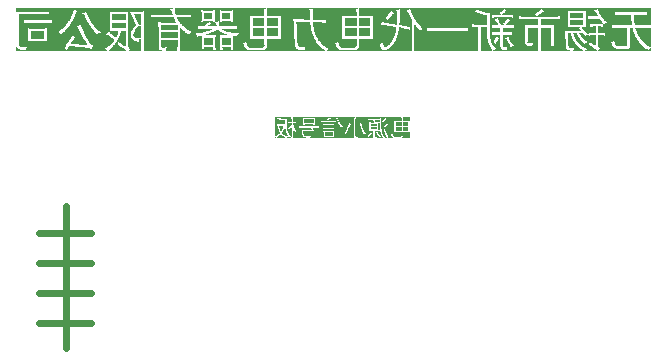
<source format=gbo>
G04*
G04 #@! TF.GenerationSoftware,Altium Limited,Altium Designer,22.3.1 (43)*
G04*
G04 Layer_Color=32896*
%FSLAX25Y25*%
%MOIN*%
G70*
G04*
G04 #@! TF.SameCoordinates,ABD3340E-3DDB-4FBE-A437-06F7E2321E34*
G04*
G04*
G04 #@! TF.FilePolarity,Positive*
G04*
G01*
G75*
%ADD100C,0.02362*%
G36*
X339500Y431605D02*
Y418892D01*
Y418500D01*
X231009D01*
X231016Y418507D01*
X231031Y418522D01*
X231053Y418552D01*
X231083Y418589D01*
X231127Y418633D01*
X231171Y418685D01*
X231231Y418744D01*
X231297Y418811D01*
X231453Y418944D01*
X231630Y419092D01*
X231830Y419233D01*
X232059Y419366D01*
X232052D01*
X232045Y419373D01*
X232000Y419388D01*
X231934Y419425D01*
X231837Y419469D01*
X231719Y419529D01*
X231586Y419603D01*
X231430Y419699D01*
X231253Y419802D01*
X231068Y419921D01*
X230861Y420061D01*
X230646Y420217D01*
X230424Y420394D01*
X230195Y420579D01*
X229958Y420794D01*
X229714Y421023D01*
X229469Y421268D01*
X229218Y421534D01*
X228974Y421823D01*
X228737Y422133D01*
X228500Y422459D01*
X228271Y422814D01*
X228049Y423184D01*
X227834Y423584D01*
X227634Y423998D01*
X227449Y424442D01*
X227279Y424908D01*
X227131Y425397D01*
X226998Y425915D01*
X226887Y426455D01*
X226798Y427017D01*
X226739Y427609D01*
X226702Y428231D01*
X229588Y428150D01*
X229714D01*
X229773Y428142D01*
X229854D01*
X229936Y428135D01*
X230032Y428127D01*
X230135Y428120D01*
X230246Y428113D01*
X230483Y428083D01*
X230735Y428046D01*
X230994Y427994D01*
X231053Y429015D01*
X231038D01*
X231009Y429008D01*
X230949Y428993D01*
X230883Y428986D01*
X230801Y428971D01*
X230713Y428956D01*
X230535Y428949D01*
X230461D01*
X230417Y428941D01*
X229965D01*
X229876Y428949D01*
X229780D01*
X226672Y429015D01*
Y429023D01*
Y429045D01*
Y429089D01*
Y429141D01*
Y429208D01*
Y429289D01*
Y429385D01*
Y429482D01*
X226680Y429593D01*
Y429718D01*
Y429844D01*
Y429985D01*
X226687Y430273D01*
X226694Y430577D01*
X226702Y430895D01*
X226709Y431206D01*
X226717Y431524D01*
X226731Y431820D01*
X226739Y432101D01*
X226746Y432234D01*
X226754Y432353D01*
X226761Y432471D01*
X226768Y432575D01*
X226783Y432671D01*
X226791Y432752D01*
X225562Y432575D01*
X225555D01*
X225525Y432567D01*
X225488Y432560D01*
X225451Y432545D01*
X225407Y432530D01*
X225377Y432508D01*
X225348Y432479D01*
X225340Y432442D01*
Y432427D01*
X225348Y432412D01*
X225355Y432382D01*
X225377Y432345D01*
X225422Y432301D01*
X225473Y432249D01*
X225547Y432183D01*
X225555Y432175D01*
X225570Y432146D01*
X225599Y432094D01*
X225629Y432020D01*
X225644Y431968D01*
X225658Y431909D01*
X225673Y431850D01*
X225688Y431776D01*
X225695Y431694D01*
X225703Y431598D01*
X225710Y431502D01*
X225718Y431391D01*
Y431376D01*
Y431339D01*
Y431280D01*
Y431198D01*
Y431095D01*
Y430976D01*
X225725Y430836D01*
Y430680D01*
Y430510D01*
X225732Y430333D01*
X225740Y430133D01*
Y429933D01*
X225747Y429718D01*
X225755Y429496D01*
X225777Y429030D01*
X221566Y429149D01*
X221440D01*
X221374Y429156D01*
X221204D01*
X221107Y429163D01*
X221004Y429171D01*
X220893Y429178D01*
X220656Y429200D01*
X220412Y429230D01*
X220160Y429267D01*
Y429245D01*
X220168Y429223D01*
Y429200D01*
X220175Y429163D01*
X220182Y429112D01*
Y429052D01*
X220190Y428986D01*
X220197Y428904D01*
X220212Y428808D01*
X220219Y428697D01*
X220227Y428564D01*
X220242Y428423D01*
X220249Y428261D01*
X220264Y428083D01*
X220279Y427876D01*
X220293Y427654D01*
X220308Y427410D01*
X220323Y427143D01*
X220345Y426855D01*
X220360Y426536D01*
X220382Y426196D01*
X220397Y425826D01*
X220419Y425426D01*
X220434Y425219D01*
X220441Y425005D01*
X220456Y424783D01*
X220464Y424546D01*
X220478Y424309D01*
X220493Y424065D01*
X220501Y423806D01*
X220515Y423547D01*
X220530Y423273D01*
X220545Y422992D01*
X220552Y422703D01*
X220567Y422407D01*
X220582Y422104D01*
X220597Y421786D01*
Y421778D01*
Y421763D01*
Y421741D01*
Y421704D01*
X220604Y421660D01*
Y421608D01*
Y421549D01*
X220612Y421482D01*
X220619Y421327D01*
X220634Y421157D01*
X220656Y420972D01*
X220686Y420779D01*
X220715Y420579D01*
X220760Y420380D01*
X220804Y420180D01*
X220863Y420002D01*
X220930Y419832D01*
X221004Y419684D01*
X221048Y419625D01*
X221093Y419566D01*
X221144Y419521D01*
X221196Y419477D01*
X221204Y419469D01*
X221218Y419455D01*
X221248Y419432D01*
X221300Y419395D01*
X221366Y419358D01*
X221455Y419314D01*
X221566Y419262D01*
X221699Y419218D01*
X221862Y419159D01*
X221958Y419136D01*
X222055Y419107D01*
X222166Y419085D01*
X222284Y419055D01*
X222402Y419033D01*
X222536Y419011D01*
X222684Y418988D01*
X222832Y418966D01*
X222994Y418944D01*
X223165Y418922D01*
X223342Y418907D01*
X223535Y418892D01*
X223734Y418877D01*
X223949Y418863D01*
Y418870D01*
Y418892D01*
X223956Y418922D01*
Y418966D01*
X223964Y419018D01*
X223971Y419085D01*
X223986Y419159D01*
X224001Y419240D01*
X224023Y419329D01*
X224045Y419432D01*
X224112Y419647D01*
X224201Y419884D01*
X224260Y420010D01*
X224319Y420135D01*
X224312D01*
X224282Y420128D01*
X224245Y420121D01*
X224186Y420113D01*
X224119Y420098D01*
X224045Y420091D01*
X223956Y420076D01*
X223860Y420061D01*
X223660Y420032D01*
X223438Y420010D01*
X223216Y419995D01*
X223009Y419987D01*
X222950D01*
X222876Y419995D01*
X222787Y420002D01*
X222676Y420017D01*
X222558Y420039D01*
X222432Y420069D01*
X222299Y420106D01*
X222166Y420158D01*
X222032Y420224D01*
X221914Y420306D01*
X221810Y420394D01*
X221714Y420505D01*
X221648Y420639D01*
X221596Y420787D01*
X221588Y420868D01*
X221581Y420957D01*
Y420972D01*
X221574Y421009D01*
Y421075D01*
X221566Y421164D01*
X221559Y421275D01*
X221551Y421408D01*
X221537Y421556D01*
X221529Y421734D01*
X221514Y421919D01*
X221500Y422126D01*
X221485Y422348D01*
X221470Y422585D01*
X221455Y422829D01*
X221440Y423088D01*
X221426Y423362D01*
X221403Y423643D01*
X221389Y423932D01*
X221374Y424228D01*
X221337Y424827D01*
X221307Y425449D01*
X221278Y426070D01*
X221248Y426684D01*
X221226Y427284D01*
X221218Y427580D01*
X221211Y427861D01*
X221204Y428135D01*
X221196Y428401D01*
X225792Y428275D01*
Y428268D01*
Y428253D01*
Y428231D01*
Y428201D01*
X225799Y428164D01*
Y428113D01*
X225806Y428053D01*
X225814Y427987D01*
X225821Y427920D01*
X225829Y427839D01*
X225843Y427654D01*
X225873Y427447D01*
X225903Y427210D01*
X225947Y426951D01*
X225999Y426670D01*
X226058Y426366D01*
X226132Y426048D01*
X226213Y425708D01*
X226302Y425352D01*
X226413Y424990D01*
X226532Y424612D01*
X226665Y424228D01*
X226820Y423835D01*
X226983Y423436D01*
X227168Y423029D01*
X227368Y422622D01*
X227590Y422215D01*
X227834Y421808D01*
X228093Y421408D01*
X228374Y421009D01*
X228678Y420616D01*
X229003Y420232D01*
X229351Y419862D01*
X229728Y419499D01*
X230128Y419151D01*
X230557Y418818D01*
X231009Y418500D01*
X127682D01*
Y418818D01*
Y431761D01*
X127690Y431731D01*
X127697Y431687D01*
Y431635D01*
X127705Y431576D01*
X127712Y431509D01*
X127719Y431428D01*
X127727Y431339D01*
X127734Y431243D01*
X127742Y431139D01*
X127749Y431028D01*
X127764Y430784D01*
X127771Y430525D01*
Y420957D01*
Y420942D01*
Y420905D01*
Y420846D01*
Y420772D01*
X127779Y420676D01*
X127786Y420572D01*
X127801Y420461D01*
X127823Y420335D01*
X127853Y420209D01*
X127890Y420084D01*
X127934Y419958D01*
X127993Y419832D01*
X128060Y419721D01*
X128141Y419617D01*
X128230Y419521D01*
X128341Y419447D01*
X128348Y419440D01*
X128371Y419432D01*
X128408Y419410D01*
X128459Y419381D01*
X128533Y419344D01*
X128630Y419307D01*
X128741Y419262D01*
X128881Y419210D01*
X129044Y419166D01*
X129236Y419114D01*
X129451Y419062D01*
X129569Y419033D01*
X129695Y419011D01*
X129836Y418981D01*
X129976Y418959D01*
X130124Y418929D01*
X130287Y418907D01*
X130450Y418885D01*
X130628Y418863D01*
X130813Y418840D01*
X131005Y418818D01*
Y418826D01*
Y418848D01*
Y418885D01*
X131012Y418937D01*
X131020Y418996D01*
X131027Y419062D01*
X131042Y419144D01*
X131057Y419233D01*
X131101Y419425D01*
X131168Y419632D01*
X131264Y419847D01*
X131316Y419958D01*
X131382Y420061D01*
X131353D01*
X131308Y420054D01*
X131264D01*
X131197Y420047D01*
X131131Y420039D01*
X131049Y420032D01*
X130961D01*
X130768Y420017D01*
X130568Y420002D01*
X130369Y419995D01*
X130065D01*
X130006Y420002D01*
X129939D01*
X129791Y420010D01*
X129629Y420024D01*
X129466Y420047D01*
X129310Y420076D01*
X129244Y420098D01*
X129185Y420121D01*
X129177D01*
X129162Y420128D01*
X129133Y420143D01*
X129096Y420158D01*
X129059Y420180D01*
X129007Y420217D01*
X128963Y420254D01*
X128911Y420298D01*
X128859Y420357D01*
X128815Y420417D01*
X128770Y420498D01*
X128726Y420579D01*
X128696Y420676D01*
X128674Y420787D01*
X128659Y420905D01*
Y421038D01*
Y430932D01*
X137739D01*
X137820Y430925D01*
X137902D01*
X137991Y430917D01*
X138190Y430910D01*
X138398Y430895D01*
X138605Y430865D01*
X138790Y430836D01*
Y431783D01*
X138775D01*
X138745Y431776D01*
X138716Y431768D01*
X138671Y431761D01*
X138620Y431753D01*
X138560Y431746D01*
X138486Y431739D01*
X138405Y431731D01*
X138316Y431724D01*
X138213Y431716D01*
X138102Y431709D01*
X137983Y431702D01*
X137843D01*
X137702Y431694D01*
X128763D01*
X128689Y431702D01*
X128607D01*
X128511Y431709D01*
X128311Y431716D01*
X128097Y431731D01*
X127882Y431753D01*
X127682Y431783D01*
Y432952D01*
X180592D01*
X179334Y432708D01*
X179327D01*
X179305Y432701D01*
X179275Y432693D01*
X179238Y432686D01*
X179201Y432671D01*
X179164Y432649D01*
X179142Y432634D01*
X179127Y432604D01*
Y432590D01*
X179135Y432575D01*
X179149Y432553D01*
X179172Y432523D01*
X179201Y432493D01*
X179238Y432456D01*
X179297Y432412D01*
X179312Y432405D01*
X179349Y432375D01*
X179401Y432338D01*
X179460Y432271D01*
X179527Y432197D01*
X179593Y432094D01*
X179653Y431983D01*
X179697Y431842D01*
Y431835D01*
X179704Y431813D01*
X179712Y431783D01*
X179727Y431746D01*
X179734Y431687D01*
X179756Y431628D01*
X179771Y431561D01*
X179793Y431487D01*
X179838Y431317D01*
X179897Y431139D01*
X179949Y430947D01*
X180008Y430762D01*
X174066D01*
X173999Y430769D01*
X173925D01*
X173844Y430777D01*
X173747D01*
X173644Y430784D01*
X173533Y430791D01*
X173422Y430799D01*
X173163Y430821D01*
X172882Y430851D01*
Y429896D01*
X172889D01*
X172911Y429903D01*
X172956D01*
X173007Y429911D01*
X173074Y429918D01*
X173148Y429933D01*
X173229Y429940D01*
X173326Y429948D01*
X173533Y429970D01*
X173762Y429985D01*
X173992Y429992D01*
X180259D01*
X180267Y429985D01*
X180274Y429948D01*
X180304Y429896D01*
X180333Y429829D01*
X180370Y429748D01*
X180422Y429644D01*
X180474Y429533D01*
X180533Y429408D01*
X180607Y429267D01*
X180681Y429126D01*
X180763Y428971D01*
X180851Y428808D01*
X181044Y428475D01*
X181251Y428135D01*
X176352D01*
X176249Y428142D01*
X176130Y428150D01*
X176004D01*
X175871Y428157D01*
X175731Y428172D01*
X175435Y428194D01*
X175124Y428231D01*
Y428224D01*
X175131Y428187D01*
Y428142D01*
X175139Y428076D01*
X175146Y427994D01*
X175153Y427898D01*
X175161Y427794D01*
X175168Y427676D01*
X175183Y427558D01*
X175190Y427424D01*
X175205Y427158D01*
X175213Y426892D01*
X175220Y426633D01*
Y420180D01*
Y420172D01*
Y420143D01*
Y420098D01*
Y420032D01*
X175227Y419965D01*
X175235Y419884D01*
X175257Y419699D01*
X175301Y419506D01*
X175331Y419410D01*
X175368Y419321D01*
X175412Y419240D01*
X175472Y419166D01*
X175531Y419099D01*
X175605Y419048D01*
X175612D01*
X175620Y419033D01*
X175642Y419018D01*
X175679Y419003D01*
X175731Y418981D01*
X175790Y418951D01*
X175871Y418922D01*
X175967Y418885D01*
X176086Y418855D01*
X176226Y418818D01*
X176382Y418781D01*
X176567Y418744D01*
X176774Y418707D01*
X177011Y418670D01*
X177270Y418633D01*
X177418Y418618D01*
X177566Y418604D01*
Y418611D01*
Y418633D01*
X177573Y418670D01*
X177581Y418722D01*
X177588Y418781D01*
X177603Y418848D01*
X177618Y418929D01*
X177640Y419018D01*
X177692Y419210D01*
X177758Y419425D01*
X177847Y419647D01*
X177965Y419876D01*
X177936D01*
X177899Y419869D01*
X177847Y419862D01*
X177788Y419854D01*
X177721Y419847D01*
X177647Y419839D01*
X177566Y419832D01*
X177388Y419817D01*
X177203Y419802D01*
X177018Y419795D01*
X176855Y419788D01*
X176752D01*
X176693Y419795D01*
X176552Y419810D01*
X176485Y419817D01*
X176426Y419832D01*
X176419D01*
X176411Y419839D01*
X176374Y419854D01*
X176323Y419884D01*
X176256Y419943D01*
X176197Y420017D01*
X176175Y420069D01*
X176145Y420121D01*
X176130Y420187D01*
X176115Y420261D01*
X176108Y420343D01*
Y420431D01*
Y422355D01*
X181554D01*
Y420135D01*
Y420128D01*
Y420113D01*
Y420076D01*
Y420032D01*
Y419980D01*
X181547Y419913D01*
Y419839D01*
X181540Y419751D01*
Y419654D01*
X181532Y419543D01*
X181525Y419425D01*
X181510Y419299D01*
X181503Y419166D01*
X181488Y419018D01*
X181473Y418870D01*
X181458Y418707D01*
X182539D01*
Y418715D01*
X182531Y418744D01*
Y418789D01*
X182524Y418848D01*
X182516Y418922D01*
X182509Y419011D01*
X182502Y419107D01*
X182487Y419210D01*
X182472Y419432D01*
X182457Y419669D01*
X182450Y419913D01*
X182442Y420135D01*
Y426544D01*
X182457Y426529D01*
X182494Y426485D01*
X182561Y426418D01*
X182650Y426329D01*
X182761Y426218D01*
X182901Y426085D01*
X183057Y425937D01*
X183242Y425774D01*
X183441Y425597D01*
X183663Y425404D01*
X183900Y425197D01*
X184159Y424990D01*
X184433Y424775D01*
X184729Y424553D01*
X185032Y424324D01*
X185358Y424102D01*
X185365Y424109D01*
X185373Y424124D01*
X185395Y424146D01*
X185425Y424183D01*
X185462Y424220D01*
X185506Y424272D01*
X185558Y424331D01*
X185624Y424390D01*
X185765Y424531D01*
X185935Y424679D01*
X186135Y424842D01*
X186357Y425005D01*
X186350Y425012D01*
X186320Y425027D01*
X186268Y425049D01*
X186202Y425079D01*
X186120Y425123D01*
X186017Y425175D01*
X185906Y425234D01*
X185772Y425308D01*
X185639Y425389D01*
X185484Y425478D01*
X185321Y425582D01*
X185151Y425693D01*
X184966Y425811D01*
X184781Y425937D01*
X184588Y426078D01*
X184389Y426226D01*
X184181Y426388D01*
X183974Y426559D01*
X183767Y426736D01*
X183552Y426929D01*
X183345Y427121D01*
X183131Y427336D01*
X182923Y427550D01*
X182716Y427787D01*
X182516Y428024D01*
X182317Y428275D01*
X182124Y428534D01*
X181939Y428808D01*
X181769Y429089D01*
X181599Y429378D01*
X181443Y429681D01*
X181295Y429992D01*
X184966D01*
X185018Y429985D01*
X185084D01*
X185158Y429977D01*
X185240D01*
X185328Y429970D01*
X185425Y429963D01*
X185536Y429955D01*
X185654Y429940D01*
X185780Y429926D01*
X185913Y429911D01*
X186054Y429896D01*
Y430851D01*
X186024D01*
X185987Y430843D01*
X185935Y430836D01*
X185876Y430828D01*
X185802Y430821D01*
X185721Y430814D01*
X185632Y430806D01*
X185447Y430791D01*
X185240Y430777D01*
X185040Y430769D01*
X184840Y430762D01*
X181036D01*
X181029Y430777D01*
X181022Y430806D01*
X180999Y430865D01*
X180977Y430939D01*
X180948Y431028D01*
X180918Y431147D01*
X180881Y431272D01*
X180844Y431413D01*
X180807Y431568D01*
X180763Y431739D01*
X180726Y431916D01*
X180696Y432109D01*
X180659Y432308D01*
X180629Y432516D01*
X180592Y432952D01*
X339500D01*
Y431605D01*
D02*
G37*
G36*
X181554Y425634D02*
X176108D01*
Y427365D01*
X181554D01*
Y425634D01*
D02*
G37*
G36*
Y423118D02*
X176108D01*
Y424871D01*
X181554D01*
Y423118D01*
D02*
G37*
G36*
X256184Y396619D02*
X256170D01*
X256151Y396615D01*
X256133Y396611D01*
X256114Y396604D01*
X256096Y396597D01*
X256084Y396585D01*
X256077Y396574D01*
Y396567D01*
Y396560D01*
X256081Y396549D01*
X256088Y396534D01*
X256103Y396515D01*
X256118Y396493D01*
X256144Y396463D01*
X256151Y396456D01*
X256166Y396438D01*
X256184Y396408D01*
X256210Y396360D01*
X256236Y396301D01*
X256247Y396267D01*
X256255Y396227D01*
X256266Y396182D01*
X256269Y396138D01*
X256277Y396086D01*
Y396030D01*
Y395424D01*
X254390D01*
X254349Y395427D01*
X254301D01*
X254253Y395431D01*
X254197Y395435D01*
X254134Y395439D01*
X254068Y395446D01*
X253998Y395450D01*
X253920Y395461D01*
X253838Y395468D01*
Y395464D01*
Y395450D01*
X253842Y395427D01*
X253846Y395398D01*
X253850Y395361D01*
X253853Y395320D01*
X253857Y395272D01*
X253861Y395224D01*
X253868Y395113D01*
X253875Y394998D01*
X253879Y394887D01*
X253883Y394835D01*
Y394787D01*
Y392301D01*
Y392297D01*
Y392286D01*
Y392271D01*
Y392249D01*
Y392219D01*
X253879Y392182D01*
Y392145D01*
X253875Y392097D01*
Y392049D01*
X253872Y391994D01*
X253868Y391935D01*
X253864Y391872D01*
X253861Y391801D01*
X253853Y391731D01*
X253838Y391579D01*
X253842D01*
X253857Y391583D01*
X253875D01*
X253901Y391587D01*
X253935Y391590D01*
X253975Y391594D01*
X254020Y391598D01*
X254068Y391605D01*
X254175Y391613D01*
X254294Y391620D01*
X254412Y391624D01*
X254534Y391628D01*
X256277D01*
Y390603D01*
Y390595D01*
Y390580D01*
X256280Y390554D01*
Y390525D01*
Y390521D01*
Y390506D01*
X256277Y390480D01*
X256269Y390451D01*
X256258Y390418D01*
X256240Y390377D01*
X256218Y390336D01*
X256188Y390292D01*
X256147Y390251D01*
X256099Y390210D01*
X256036Y390173D01*
X255966Y390140D01*
X255881Y390114D01*
X255833Y390103D01*
X255781Y390096D01*
X255726Y390092D01*
X255666Y390088D01*
X255600Y390085D01*
X255533Y390088D01*
X254234D01*
X254194Y390092D01*
X254142D01*
X254086Y390099D01*
X254027Y390103D01*
X253964Y390114D01*
X253831Y390136D01*
X253765Y390155D01*
X253702Y390177D01*
X253642Y390199D01*
X253587Y390229D01*
X253539Y390262D01*
X253502Y390303D01*
X253498Y390307D01*
X253494Y390314D01*
X253483Y390325D01*
X253468Y390344D01*
X253454Y390366D01*
X253432Y390399D01*
X253413Y390436D01*
X253391Y390484D01*
X253369Y390540D01*
X253346Y390603D01*
X253324Y390677D01*
X253302Y390758D01*
X253284Y390850D01*
X253265Y390954D01*
X253250Y391069D01*
X253239Y391195D01*
X253235Y391191D01*
X253228Y391183D01*
X253217Y391172D01*
X253198Y391158D01*
X253176Y391139D01*
X253150Y391121D01*
X253117Y391098D01*
X253084Y391073D01*
X253006Y391017D01*
X252917Y390965D01*
X252821Y390910D01*
X252717Y390865D01*
Y390862D01*
X252721Y390858D01*
X252725Y390847D01*
X252729Y390832D01*
X252740Y390795D01*
X252758Y390743D01*
X252780Y390684D01*
X252806Y390617D01*
X252836Y390543D01*
X252873Y390466D01*
X252951Y390303D01*
X252991Y390222D01*
X253036Y390147D01*
X253084Y390073D01*
X253135Y390011D01*
X253187Y389955D01*
X253239Y389911D01*
X253243Y389907D01*
X253250Y389900D01*
X253269Y389892D01*
X253291Y389877D01*
X253321Y389859D01*
X253358Y389840D01*
X253402Y389822D01*
X253457Y389803D01*
X253517Y389781D01*
X253587Y389763D01*
X253668Y389744D01*
X253757Y389729D01*
X253857Y389718D01*
X253964Y389707D01*
X254083Y389703D01*
X255707D01*
X255737Y389707D01*
X255770D01*
X255811Y389711D01*
X255892Y389718D01*
X255988Y389733D01*
X256088Y389755D01*
X256192Y389785D01*
X256295Y389822D01*
X256392Y389870D01*
X256484Y389933D01*
X256562Y390007D01*
X256599Y390048D01*
X256628Y390096D01*
X256654Y390144D01*
X256676Y390199D01*
X256691Y390259D01*
X256702Y390318D01*
X256710Y390388D01*
X256706Y390458D01*
Y391628D01*
X258345D01*
X258382Y391624D01*
X258426D01*
X258471Y391620D01*
X258526D01*
X258582Y391616D01*
X258645Y391613D01*
X258708Y391609D01*
X258848Y391594D01*
X259000Y391579D01*
Y389703D01*
Y389500D01*
X235461D01*
Y389504D01*
Y389518D01*
X235457Y389541D01*
X235453Y389574D01*
Y389611D01*
X235450Y389652D01*
X235446Y389700D01*
X235442Y389752D01*
X235435Y389866D01*
X235427Y389985D01*
X235420Y390107D01*
X235416Y390218D01*
Y394173D01*
X235420Y394166D01*
X235431Y394147D01*
X235450Y394118D01*
X235475Y394077D01*
X235509Y394029D01*
X235546Y393970D01*
X235586Y393903D01*
X235634Y393829D01*
X235686Y393748D01*
X235746Y393663D01*
X235805Y393574D01*
X235868Y393478D01*
X236001Y393281D01*
X236141Y393082D01*
X236145Y393085D01*
X236153Y393089D01*
X236164Y393096D01*
X236182Y393111D01*
X236201Y393126D01*
X236230Y393141D01*
X236260Y393163D01*
X236297Y393181D01*
X236337Y393207D01*
X236382Y393233D01*
X236434Y393259D01*
X236486Y393285D01*
X236545Y393315D01*
X236608Y393344D01*
X236674Y393374D01*
X236748Y393404D01*
X236744Y393407D01*
X236733Y393415D01*
X236719Y393429D01*
X236693Y393448D01*
X236667Y393474D01*
X236630Y393507D01*
X236589Y393544D01*
X236545Y393588D01*
X236497Y393640D01*
X236441Y393696D01*
X236386Y393759D01*
X236323Y393825D01*
X236260Y393903D01*
X236190Y393984D01*
X236119Y394073D01*
X236045Y394166D01*
X235971Y394269D01*
X235894Y394377D01*
X235816Y394491D01*
X235738Y394617D01*
X235657Y394743D01*
X235575Y394880D01*
X235494Y395024D01*
X235413Y395176D01*
X235331Y395335D01*
X235250Y395498D01*
X235172Y395672D01*
X235094Y395853D01*
X235017Y396038D01*
X234943Y396234D01*
X234872Y396438D01*
X234802Y396648D01*
X234225Y396389D01*
X234221D01*
X234214Y396386D01*
X234195Y396371D01*
X234177Y396352D01*
X234173Y396341D01*
Y396330D01*
X234177Y396326D01*
X234184Y396312D01*
X234195Y396301D01*
X234210Y396289D01*
X234228Y396275D01*
X234254Y396260D01*
X234258D01*
X234262Y396252D01*
X234273Y396245D01*
X234284Y396238D01*
X234302Y396223D01*
X234321Y396204D01*
X234343Y396182D01*
X234365Y396156D01*
X234391Y396127D01*
X234417Y396090D01*
X234447Y396053D01*
X234476Y396008D01*
X234506Y395960D01*
X234536Y395905D01*
X234565Y395846D01*
X234595Y395783D01*
X234598Y395775D01*
X234606Y395760D01*
X234617Y395731D01*
X234632Y395694D01*
X234654Y395649D01*
X234676Y395598D01*
X234702Y395542D01*
X234728Y395483D01*
X234791Y395350D01*
X234854Y395216D01*
X234887Y395154D01*
X234920Y395091D01*
X234954Y395031D01*
X234983Y394980D01*
Y390218D01*
Y390214D01*
Y390207D01*
Y390192D01*
X234980Y390173D01*
Y390147D01*
Y390118D01*
X234976Y390081D01*
Y390040D01*
X234972Y389992D01*
X234968Y389940D01*
X234965Y389881D01*
X234961Y389814D01*
X234957Y389744D01*
X234950Y389670D01*
X234946Y389589D01*
X234939Y389500D01*
X233873D01*
Y389504D01*
X233870Y389518D01*
Y389537D01*
X233866Y389563D01*
X233862Y389596D01*
X233858Y389637D01*
X233855Y389678D01*
X233851Y389726D01*
X233844Y389829D01*
X233836Y389940D01*
X233829Y390051D01*
X233825Y390159D01*
Y391335D01*
Y391339D01*
Y391346D01*
Y391357D01*
Y391376D01*
X233829Y391398D01*
Y391428D01*
X233833Y391461D01*
Y391502D01*
X233836Y391546D01*
X233840Y391594D01*
X233844Y391650D01*
X233847Y391709D01*
X233855Y391775D01*
X233858Y391849D01*
X233866Y391927D01*
X233873Y392009D01*
X233847D01*
X233822Y392005D01*
X233785Y392001D01*
X233740Y391998D01*
X233688Y391994D01*
X233633Y391990D01*
X233574Y391986D01*
X233448Y391979D01*
X233326Y391972D01*
X233266Y391968D01*
X233215D01*
X233167Y391964D01*
X230895D01*
X230865Y391968D01*
X230828D01*
X230784Y391972D01*
X230732D01*
X230677Y391975D01*
X230614Y391979D01*
X230543Y391983D01*
X230466Y391986D01*
X230381Y391994D01*
X230292Y392001D01*
X230192Y392009D01*
Y392005D01*
Y391994D01*
X230195Y391975D01*
X230199Y391949D01*
Y391916D01*
X230203Y391879D01*
X230207Y391835D01*
X230210Y391790D01*
X230214Y391739D01*
X230218Y391683D01*
X230225Y391568D01*
X230233Y391450D01*
X230236Y391328D01*
Y390203D01*
Y390196D01*
Y390184D01*
Y390170D01*
Y390151D01*
X230233Y390125D01*
Y390096D01*
X230229Y390062D01*
Y390018D01*
X230225Y389974D01*
X230221Y389918D01*
X230218Y389859D01*
X230214Y389792D01*
X230207Y389718D01*
X230199Y389641D01*
X230192Y389552D01*
X230710D01*
Y389556D01*
X230706Y389567D01*
Y389581D01*
X230702Y389604D01*
X230699Y389630D01*
X230695Y389659D01*
X230688Y389729D01*
X230680Y389811D01*
X230673Y389892D01*
X230665Y389970D01*
Y390040D01*
X233396D01*
Y390033D01*
Y390022D01*
Y390011D01*
Y389992D01*
X233392Y389970D01*
Y389944D01*
Y389914D01*
X233389Y389877D01*
Y389837D01*
X233385Y389796D01*
X233381Y389744D01*
X233378Y389692D01*
X233370Y389633D01*
X233366Y389570D01*
X233359Y389500D01*
X214104D01*
Y389559D01*
Y396641D01*
Y396696D01*
X232445D01*
X232438Y396693D01*
X232419Y396674D01*
X232386Y396652D01*
X232342Y396619D01*
X232290Y396578D01*
X232227Y396530D01*
X232156Y396475D01*
X232079Y396412D01*
X231994Y396349D01*
X231901Y396278D01*
X231809Y396204D01*
X231709Y396127D01*
X231505Y395968D01*
X231302Y395805D01*
X231653Y395416D01*
X230129D01*
X230099Y395420D01*
X230066D01*
X230029Y395424D01*
X229985D01*
X229933Y395427D01*
X229877Y395431D01*
X229818Y395435D01*
X229751Y395439D01*
X229681Y395446D01*
X229604Y395453D01*
X229522Y395461D01*
Y394987D01*
X229541D01*
X229567Y394991D01*
X229596Y394994D01*
X229633D01*
X229678Y394998D01*
X229726Y395002D01*
X229777Y395006D01*
X229885Y395013D01*
X229996Y395020D01*
X230103Y395028D01*
X230147Y395031D01*
X233932D01*
X233958Y395028D01*
X234025D01*
X234066Y395024D01*
X234110Y395020D01*
X234158Y395017D01*
X234210Y395013D01*
X234265Y395009D01*
X234325Y395002D01*
X234391Y394994D01*
X234458Y394987D01*
Y395461D01*
X234443D01*
X234425Y395457D01*
X234399Y395453D01*
X234369D01*
X234336Y395450D01*
X234295Y395446D01*
X234254Y395442D01*
X234162Y395435D01*
X234066Y395427D01*
X233966Y395420D01*
X233873Y395416D01*
X231713D01*
X231720Y395420D01*
X231735Y395439D01*
X231764Y395461D01*
X231801Y395494D01*
X231849Y395535D01*
X231905Y395583D01*
X231972Y395638D01*
X232042Y395697D01*
X232123Y395764D01*
X232208Y395834D01*
X232297Y395908D01*
X232390Y395986D01*
X232489Y396068D01*
X232593Y396153D01*
X232804Y396319D01*
X232445Y396696D01*
X256750D01*
X256184Y396619D01*
D02*
G37*
G36*
X258523Y393725D02*
X256706D01*
Y395039D01*
X258523D01*
Y393725D01*
D02*
G37*
G36*
X256277D02*
X254312D01*
Y395039D01*
X256277D01*
Y393725D01*
D02*
G37*
G36*
X258523Y392009D02*
X256706D01*
Y393344D01*
X258523D01*
Y392009D01*
D02*
G37*
G36*
X256277D02*
X254312D01*
Y393344D01*
X256277D01*
Y392009D01*
D02*
G37*
G36*
X259000Y391583D02*
X258996Y391598D01*
Y391624D01*
X258993Y391653D01*
X258989Y391694D01*
X258985Y391739D01*
X258981Y391787D01*
X258974Y391842D01*
X258967Y391957D01*
X258959Y392079D01*
X258956Y392197D01*
X258952Y392256D01*
Y392308D01*
Y394702D01*
Y394706D01*
Y394717D01*
Y394739D01*
Y394765D01*
Y394795D01*
X258956Y394835D01*
Y394880D01*
X258959Y394932D01*
Y394983D01*
X258963Y395043D01*
X258967Y395106D01*
X258970Y395172D01*
X258985Y395316D01*
X259000Y395468D01*
X258978D01*
X258956Y395464D01*
X258922Y395461D01*
X258885Y395457D01*
X258841Y395453D01*
X258789Y395450D01*
X258737Y395446D01*
X258623Y395439D01*
X258504Y395431D01*
X258389Y395427D01*
X258334Y395424D01*
X256706D01*
Y395982D01*
Y395986D01*
Y395997D01*
Y396012D01*
Y396034D01*
Y396060D01*
X256710Y396097D01*
Y396134D01*
Y396179D01*
X256713Y396227D01*
X256717Y396282D01*
X256721Y396341D01*
X256725Y396404D01*
X256728Y396471D01*
X256736Y396541D01*
X256743Y396619D01*
X256750Y396696D01*
X259000D01*
Y391583D01*
D02*
G37*
G36*
X233396Y390410D02*
X230665D01*
Y391579D01*
X233396D01*
Y390410D01*
D02*
G37*
%LPC*%
G36*
X200091Y432234D02*
X200084D01*
X200062Y432227D01*
X200032D01*
X199995Y432220D01*
X199943Y432212D01*
X199884Y432197D01*
X199744Y432183D01*
X199581Y432160D01*
X199411Y432146D01*
X199226Y432138D01*
X196377D01*
X196310Y432146D01*
X196147Y432153D01*
X195962Y432175D01*
X195762Y432197D01*
X195555Y432234D01*
Y432227D01*
X195563Y432212D01*
Y432183D01*
X195570Y432138D01*
X195577Y432086D01*
X195592Y432035D01*
X195600Y431968D01*
X195607Y431894D01*
X195629Y431724D01*
X195644Y431546D01*
X195651Y431354D01*
Y431154D01*
Y429474D01*
Y429467D01*
Y429452D01*
Y429430D01*
Y429393D01*
Y429348D01*
Y429297D01*
Y429237D01*
X195644Y429171D01*
X195637Y429008D01*
X195614Y428830D01*
X195592Y428623D01*
X195555Y428401D01*
X195563D01*
X195585Y428409D01*
X195614D01*
X195666Y428416D01*
X195718Y428423D01*
X195785Y428431D01*
X195851Y428446D01*
X195933Y428453D01*
X196103Y428468D01*
X196288Y428483D01*
X196473Y428490D01*
X199270D01*
X199337Y428483D01*
X199492Y428475D01*
X199670Y428460D01*
X199869Y428438D01*
X200091Y428401D01*
Y428409D01*
X200084Y428423D01*
Y428446D01*
X200069Y428483D01*
X200062Y428520D01*
X200054Y428571D01*
X200032Y428690D01*
X200017Y428838D01*
X199995Y428993D01*
X199988Y429171D01*
Y429348D01*
Y431287D01*
Y431295D01*
Y431302D01*
Y431324D01*
Y431354D01*
Y431398D01*
Y431443D01*
X199995Y431554D01*
X200010Y431694D01*
X200025Y431850D01*
X200054Y432035D01*
X200091Y432234D01*
D02*
G37*
G36*
X194031D02*
X194023D01*
X194001Y432227D01*
X193972D01*
X193927Y432220D01*
X193875Y432212D01*
X193816Y432197D01*
X193676Y432183D01*
X193520Y432160D01*
X193350Y432146D01*
X193187Y432138D01*
X190257D01*
X190198Y432146D01*
X190057Y432153D01*
X189887Y432175D01*
X189694Y432197D01*
X189480Y432234D01*
Y432227D01*
X189487Y432212D01*
Y432183D01*
X189495Y432146D01*
X189502Y432094D01*
X189517Y432035D01*
X189524Y431968D01*
X189532Y431901D01*
X189554Y431739D01*
X189569Y431554D01*
X189576Y431369D01*
Y431169D01*
Y429393D01*
Y429385D01*
Y429371D01*
Y429348D01*
Y429319D01*
Y429274D01*
Y429230D01*
Y429171D01*
X189569Y429112D01*
X189561Y428964D01*
X189539Y428793D01*
X189517Y428608D01*
X189480Y428401D01*
X189487D01*
X189502Y428409D01*
X189539D01*
X189576Y428416D01*
X189628Y428423D01*
X189687Y428431D01*
X189754Y428446D01*
X189828Y428453D01*
X189990Y428468D01*
X190168Y428483D01*
X190353Y428490D01*
X193246D01*
X193313Y428483D01*
X193461Y428475D01*
X193631Y428460D01*
X193824Y428438D01*
X194031Y428401D01*
Y428409D01*
X194023Y428423D01*
Y428446D01*
X194016Y428483D01*
X194009Y428520D01*
X193994Y428571D01*
X193979Y428690D01*
X193957Y428830D01*
X193942Y428986D01*
X193935Y429149D01*
Y429319D01*
Y431250D01*
Y431258D01*
Y431272D01*
Y431295D01*
Y431332D01*
Y431376D01*
Y431420D01*
X193942Y431546D01*
X193949Y431694D01*
X193972Y431857D01*
X193994Y432042D01*
X194031Y432234D01*
D02*
G37*
G36*
X317648Y432049D02*
X317640D01*
X317618Y432042D01*
X317589D01*
X317552Y432035D01*
X317500Y432027D01*
X317441Y432020D01*
X317374Y432012D01*
X317300Y431998D01*
X317137Y431983D01*
X316960Y431968D01*
X316775Y431961D01*
X312357D01*
X312290Y431968D01*
X312127Y431975D01*
X311942Y431990D01*
X311757Y432012D01*
X311558Y432049D01*
Y432042D01*
X311565Y432027D01*
Y431998D01*
X311572Y431961D01*
X311580Y431916D01*
X311595Y431864D01*
X311609Y431731D01*
X311632Y431583D01*
X311646Y431413D01*
X311654Y431235D01*
Y431050D01*
Y427661D01*
Y427654D01*
Y427639D01*
Y427609D01*
Y427572D01*
Y427521D01*
Y427461D01*
Y427402D01*
X311646Y427328D01*
X311639Y427165D01*
X311617Y426980D01*
X311595Y426788D01*
X311558Y426588D01*
X311565D01*
X311587Y426596D01*
X311617D01*
X311661Y426603D01*
X311713Y426610D01*
X311772Y426618D01*
X311846Y426633D01*
X311920Y426640D01*
X312083Y426655D01*
X312261Y426670D01*
X312438Y426677D01*
X315975D01*
X315428Y426374D01*
X315420Y426366D01*
X315398Y426359D01*
X315369Y426337D01*
X315339Y426322D01*
X315302Y426292D01*
X315280Y426270D01*
X315258Y426240D01*
Y426218D01*
Y426203D01*
X315265Y426189D01*
X315280Y426174D01*
X315309Y426152D01*
X315339Y426129D01*
X315391Y426100D01*
X315457Y426078D01*
X315465D01*
X315487Y426063D01*
X315524Y426048D01*
X315568Y426026D01*
X315665Y425974D01*
X315709Y425937D01*
X315746Y425900D01*
X315753Y425885D01*
X315776Y425856D01*
X315813Y425796D01*
X315857Y425730D01*
X315924Y425641D01*
X315990Y425545D01*
X316064Y425441D01*
X316153Y425330D01*
X311654D01*
X311572Y425338D01*
X311491D01*
X311402Y425345D01*
X311195Y425360D01*
X310973Y425382D01*
X310721Y425419D01*
Y425404D01*
X310729Y425382D01*
X310736Y425352D01*
X310744Y425278D01*
X310758Y425175D01*
X310773Y425056D01*
X310788Y424916D01*
X310803Y424768D01*
X310810Y424612D01*
X310980Y421068D01*
Y421060D01*
Y421053D01*
Y421031D01*
Y421001D01*
X310988Y420920D01*
Y420816D01*
X311003Y420690D01*
X311010Y420550D01*
X311025Y420394D01*
X311047Y420239D01*
X311099Y419913D01*
X311136Y419751D01*
X311180Y419603D01*
X311232Y419469D01*
X311284Y419351D01*
X311350Y419255D01*
X311387Y419218D01*
X311424Y419188D01*
Y419181D01*
X311439Y419173D01*
X311461Y419151D01*
X311498Y419129D01*
X311543Y419092D01*
X311609Y419055D01*
X311683Y419018D01*
X311787Y418974D01*
X311905Y418929D01*
X312053Y418877D01*
X312224Y418833D01*
X312416Y418789D01*
X312527Y418759D01*
X312638Y418737D01*
X312764Y418715D01*
X312897Y418700D01*
X313038Y418678D01*
X313186Y418655D01*
X313341Y418633D01*
X313504Y418618D01*
Y418626D01*
X313511Y418641D01*
Y418670D01*
X313519Y418715D01*
X313533Y418766D01*
X313548Y418826D01*
X313570Y418892D01*
X313593Y418966D01*
X313659Y419144D01*
X313748Y419336D01*
X313807Y419432D01*
X313866Y419543D01*
X313933Y419647D01*
X314014Y419758D01*
X314007D01*
X313985Y419751D01*
X313948D01*
X313896Y419743D01*
X313837Y419728D01*
X313763Y419721D01*
X313689Y419714D01*
X313600Y419699D01*
X313415Y419677D01*
X313215Y419662D01*
X313015Y419647D01*
X312830Y419640D01*
X312771D01*
X312712Y419647D01*
X312638D01*
X312549Y419654D01*
X312468Y419669D01*
X312386Y419684D01*
X312312Y419706D01*
X312305D01*
X312290Y419714D01*
X312268Y419721D01*
X312246Y419736D01*
X312172Y419788D01*
X312127Y419817D01*
X312090Y419862D01*
X312046Y419906D01*
X312002Y419965D01*
X311965Y420032D01*
X311928Y420106D01*
X311898Y420195D01*
X311876Y420291D01*
X311861Y420402D01*
X311854Y420520D01*
X311639Y424568D01*
X312682D01*
Y424553D01*
X312690Y424524D01*
X312705Y424472D01*
X312719Y424398D01*
X312742Y424302D01*
X312779Y424191D01*
X312816Y424065D01*
X312860Y423917D01*
X312912Y423761D01*
X312971Y423584D01*
X313038Y423406D01*
X313119Y423206D01*
X313208Y422999D01*
X313304Y422785D01*
X313408Y422563D01*
X313526Y422333D01*
X313659Y422096D01*
X313800Y421852D01*
X313955Y421608D01*
X314118Y421364D01*
X314303Y421112D01*
X314495Y420861D01*
X314703Y420609D01*
X314917Y420365D01*
X315154Y420121D01*
X315406Y419876D01*
X315672Y419640D01*
X315953Y419403D01*
X316257Y419181D01*
X316575Y418966D01*
X316908Y418759D01*
X317256Y418559D01*
Y418567D01*
X317270Y418581D01*
X317293Y418604D01*
X317315Y418641D01*
X317352Y418685D01*
X317396Y418729D01*
X317441Y418781D01*
X317500Y418840D01*
X317566Y418900D01*
X317648Y418959D01*
X317729Y419018D01*
X317818Y419077D01*
X317922Y419129D01*
X318033Y419188D01*
X318151Y419233D01*
X318277Y419277D01*
X318269Y419284D01*
X318232Y419292D01*
X318181Y419307D01*
X318114Y419336D01*
X318025Y419373D01*
X317929Y419410D01*
X317811Y419462D01*
X317677Y419529D01*
X317537Y419595D01*
X317381Y419677D01*
X317219Y419765D01*
X317041Y419869D01*
X316863Y419980D01*
X316671Y420106D01*
X316479Y420239D01*
X316286Y420380D01*
X316086Y420542D01*
X315879Y420713D01*
X315679Y420890D01*
X315472Y421090D01*
X315272Y421297D01*
X315073Y421519D01*
X314880Y421756D01*
X314695Y422008D01*
X314510Y422274D01*
X314333Y422555D01*
X314170Y422851D01*
X314007Y423162D01*
X313866Y423488D01*
X313733Y423835D01*
X313607Y424191D01*
X313504Y424568D01*
X314599D01*
Y424561D01*
X314606Y424546D01*
X314621Y424524D01*
X314636Y424487D01*
X314658Y424442D01*
X314688Y424390D01*
X314717Y424331D01*
X314754Y424257D01*
X314799Y424183D01*
X314851Y424094D01*
X314962Y423902D01*
X315095Y423687D01*
X315250Y423443D01*
X315428Y423184D01*
X315628Y422903D01*
X315857Y422607D01*
X316109Y422296D01*
X316382Y421978D01*
X316678Y421652D01*
X317004Y421319D01*
X317359Y420986D01*
X317367Y420994D01*
X317374Y421009D01*
X317396Y421031D01*
X317426Y421068D01*
X317470Y421105D01*
X317515Y421149D01*
X317574Y421201D01*
X317633Y421253D01*
X317707Y421312D01*
X317781Y421364D01*
X317959Y421475D01*
X318166Y421578D01*
X318284Y421615D01*
X318403Y421652D01*
X318395D01*
X318380Y421660D01*
X318358Y421675D01*
X318321Y421689D01*
X318277Y421712D01*
X318225Y421741D01*
X318166Y421771D01*
X318099Y421808D01*
X317944Y421897D01*
X317766Y422008D01*
X317566Y422148D01*
X317352Y422311D01*
X317122Y422496D01*
X316886Y422703D01*
X316634Y422947D01*
X316390Y423214D01*
X316138Y423502D01*
X316020Y423665D01*
X315901Y423828D01*
X315783Y424006D01*
X315665Y424183D01*
X315554Y424368D01*
X315443Y424568D01*
X316738D01*
Y424561D01*
X316752Y424553D01*
X316767Y424531D01*
X316789Y424501D01*
X316819Y424464D01*
X316856Y424413D01*
X316952Y424309D01*
X317071Y424168D01*
X317211Y424013D01*
X317374Y423835D01*
X317559Y423643D01*
X317566Y423650D01*
X317574Y423658D01*
X317596Y423680D01*
X317626Y423702D01*
X317663Y423732D01*
X317714Y423769D01*
X317766Y423806D01*
X317825Y423850D01*
X317899Y423895D01*
X317973Y423939D01*
X318062Y423983D01*
X318158Y424028D01*
X318255Y424072D01*
X318366Y424117D01*
X318602Y424191D01*
X318595D01*
X318588Y424198D01*
X318565Y424213D01*
X318536Y424228D01*
X318462Y424279D01*
X318366Y424353D01*
X318247Y424442D01*
X318107Y424546D01*
X317951Y424679D01*
X317781Y424827D01*
X317603Y424990D01*
X317418Y425175D01*
X317233Y425382D01*
X317041Y425604D01*
X316856Y425841D01*
X316671Y426100D01*
X316493Y426381D01*
X316331Y426677D01*
X316641D01*
X316730Y426670D01*
X316826D01*
X316930Y426662D01*
X317152Y426647D01*
X317396Y426625D01*
X317648Y426588D01*
Y426596D01*
X317640Y426610D01*
Y426640D01*
X317633Y426677D01*
X317626Y426721D01*
X317618Y426781D01*
X317596Y426906D01*
X317581Y427054D01*
X317566Y427225D01*
X317559Y427395D01*
Y427565D01*
Y431036D01*
Y431043D01*
Y431058D01*
Y431087D01*
Y431117D01*
Y431169D01*
Y431221D01*
Y431280D01*
X317566Y431346D01*
X317574Y431494D01*
X317589Y431672D01*
X317611Y431857D01*
X317648Y432049D01*
D02*
G37*
G36*
X170491Y431857D02*
X170454D01*
X170410Y431850D01*
X170358Y431842D01*
X170284Y431835D01*
X170210Y431827D01*
X170114Y431820D01*
X170018Y431813D01*
X169803Y431798D01*
X169566Y431783D01*
X169330Y431776D01*
X169100Y431768D01*
X166806D01*
X166732Y431776D01*
X166651D01*
X166555Y431783D01*
X166458D01*
X166347Y431790D01*
X166125Y431805D01*
X165881Y431827D01*
X165630Y431857D01*
Y431850D01*
X165644Y431827D01*
X165659Y431790D01*
X165689Y431739D01*
X165718Y431672D01*
X165755Y431591D01*
X165800Y431502D01*
X165852Y431398D01*
X165903Y431287D01*
X165963Y431169D01*
X166029Y431036D01*
X166096Y430895D01*
X166170Y430747D01*
X166244Y430592D01*
X166407Y430266D01*
X166577Y429918D01*
X166754Y429556D01*
X166939Y429186D01*
X167124Y428808D01*
X167317Y428431D01*
X167502Y428068D01*
X167679Y427713D01*
X167857Y427380D01*
X167850Y427373D01*
X167835Y427365D01*
X167813Y427343D01*
X167783Y427321D01*
X167739Y427284D01*
X167694Y427239D01*
X167576Y427143D01*
X167443Y427010D01*
X167295Y426855D01*
X167124Y426677D01*
X166954Y426485D01*
X166784Y426263D01*
X166621Y426026D01*
X166458Y425767D01*
X166318Y425493D01*
X166185Y425204D01*
X166088Y424908D01*
X166044Y424753D01*
X166007Y424598D01*
X165985Y424435D01*
X165970Y424272D01*
Y424265D01*
Y424257D01*
Y424235D01*
X165963Y424205D01*
Y424131D01*
Y424028D01*
Y424020D01*
Y424006D01*
Y423983D01*
X165970Y423946D01*
Y423902D01*
X165977Y423850D01*
X165992Y423791D01*
X166007Y423724D01*
X166044Y423569D01*
X166103Y423399D01*
X166185Y423214D01*
X166236Y423118D01*
X166288Y423021D01*
X166355Y422918D01*
X166429Y422822D01*
X166510Y422718D01*
X166606Y422622D01*
X166703Y422526D01*
X166814Y422429D01*
X166939Y422333D01*
X167073Y422244D01*
X167213Y422163D01*
X167369Y422082D01*
X167539Y422000D01*
X167724Y421934D01*
X167916Y421867D01*
X168123Y421815D01*
X168353Y421763D01*
X168590Y421726D01*
Y421734D01*
X168597Y421756D01*
X168604Y421786D01*
X168612Y421830D01*
X168634Y421882D01*
X168649Y421948D01*
X168671Y422015D01*
X168701Y422096D01*
X168767Y422281D01*
X168849Y422489D01*
X168945Y422711D01*
X169063Y422940D01*
X169041D01*
X169019Y422933D01*
X168989D01*
X168915Y422925D01*
X168812Y422910D01*
X168701Y422903D01*
X168582Y422888D01*
X168464Y422881D01*
X168286D01*
X168212Y422888D01*
X168123Y422896D01*
X168012Y422918D01*
X167887Y422940D01*
X167761Y422977D01*
X167620Y423021D01*
X167487Y423081D01*
X167354Y423155D01*
X167228Y423243D01*
X167117Y423354D01*
X167013Y423480D01*
X166939Y423628D01*
X166888Y423798D01*
X166865Y423895D01*
X166858Y423998D01*
Y424006D01*
Y424020D01*
Y424043D01*
X166865Y424080D01*
X166873Y424124D01*
X166880Y424183D01*
X166888Y424242D01*
X166902Y424316D01*
X166917Y424390D01*
X166932Y424479D01*
X166984Y424664D01*
X167050Y424879D01*
X167139Y425116D01*
X167243Y425360D01*
X167383Y425619D01*
X167457Y425752D01*
X167546Y425893D01*
X167642Y426026D01*
X167739Y426166D01*
X167850Y426307D01*
X167968Y426440D01*
X168101Y426581D01*
X168234Y426714D01*
X168382Y426855D01*
X168538Y426988D01*
X168708Y427121D01*
X168886Y427247D01*
Y427254D01*
X168871Y427269D01*
X168856Y427291D01*
X168841Y427328D01*
X168812Y427365D01*
X168782Y427417D01*
X168752Y427476D01*
X168715Y427550D01*
X168671Y427624D01*
X168619Y427706D01*
X168575Y427802D01*
X168516Y427898D01*
X168405Y428120D01*
X168271Y428364D01*
X168138Y428631D01*
X167990Y428919D01*
X167842Y429230D01*
X167687Y429556D01*
X167531Y429903D01*
X167376Y430259D01*
X167221Y430629D01*
X167073Y431006D01*
X169544D01*
Y419995D01*
Y419987D01*
Y419965D01*
Y419928D01*
Y419884D01*
Y419825D01*
X169537Y419751D01*
Y419669D01*
X169529Y419573D01*
Y419477D01*
X169522Y419366D01*
X169515Y419247D01*
X169507Y419122D01*
X169485Y418855D01*
X169455Y418574D01*
X170491D01*
Y418581D01*
X170484Y418604D01*
Y418641D01*
X170477Y418692D01*
X170469Y418759D01*
X170462Y418833D01*
X170454Y418914D01*
X170447Y419011D01*
X170440Y419114D01*
X170432Y419225D01*
X170417Y419462D01*
X170403Y419721D01*
Y419995D01*
Y430451D01*
Y430458D01*
Y430481D01*
Y430518D01*
Y430562D01*
Y430621D01*
X170410Y430688D01*
Y430769D01*
Y430865D01*
X170417Y430962D01*
X170425Y431073D01*
X170432Y431184D01*
X170440Y431309D01*
X170462Y431576D01*
X170491Y431857D01*
D02*
G37*
G36*
X165215Y431739D02*
X165186D01*
X165141Y431731D01*
X165089Y431724D01*
X165023Y431716D01*
X164949Y431709D01*
X164867Y431702D01*
X164771Y431694D01*
X164564Y431679D01*
X164335Y431665D01*
X164090Y431657D01*
X163854Y431650D01*
X159932D01*
X159865Y431657D01*
X159791D01*
X159710Y431665D01*
X159517Y431672D01*
X159317Y431687D01*
X159095Y431709D01*
X158881Y431739D01*
Y431731D01*
X158888Y431709D01*
Y431672D01*
X158896Y431628D01*
X158903Y431568D01*
X158910Y431502D01*
X158918Y431420D01*
X158925Y431339D01*
X158947Y431147D01*
X158962Y430939D01*
X158970Y430725D01*
X158977Y430510D01*
Y426470D01*
Y426462D01*
Y426448D01*
Y426418D01*
Y426381D01*
Y426329D01*
X158970Y426270D01*
Y426203D01*
X158962Y426129D01*
X158955Y425959D01*
X158933Y425759D01*
X158910Y425545D01*
X158881Y425315D01*
X158888D01*
X158910Y425323D01*
X158940D01*
X158984Y425330D01*
X159044Y425338D01*
X159110Y425345D01*
X159184Y425352D01*
X159266Y425360D01*
X159451Y425375D01*
X159658Y425389D01*
X159872Y425404D01*
X161856D01*
Y425389D01*
X161841Y425352D01*
X161833Y425286D01*
X161811Y425204D01*
X161782Y425101D01*
X161752Y424975D01*
X161708Y424834D01*
X161663Y424679D01*
X161611Y424509D01*
X161552Y424331D01*
X161478Y424146D01*
X161404Y423946D01*
X161315Y423747D01*
X161227Y423547D01*
X161123Y423340D01*
X161012Y423132D01*
X161005D01*
X160997Y423147D01*
X160975Y423162D01*
X160945Y423177D01*
X160908Y423206D01*
X160864Y423236D01*
X160753Y423310D01*
X160627Y423406D01*
X160479Y423517D01*
X160309Y423650D01*
X160131Y423791D01*
X159946Y423946D01*
X159747Y424109D01*
X159554Y424287D01*
X159354Y424472D01*
X159162Y424657D01*
X158977Y424857D01*
X158799Y425056D01*
X158637Y425256D01*
X157882Y424361D01*
X157874Y424353D01*
X157867Y424339D01*
X157830Y424294D01*
X157793Y424242D01*
X157786Y424213D01*
X157778Y424191D01*
Y424183D01*
X157793Y424161D01*
X157800Y424154D01*
X157808Y424146D01*
X157830Y424139D01*
X157860Y424124D01*
X157911Y424109D01*
X157971Y424102D01*
X158052Y424087D01*
X158067D01*
X158111Y424080D01*
X158170Y424057D01*
X158259Y424028D01*
X158363Y423991D01*
X158474Y423932D01*
X158600Y423858D01*
X158725Y423761D01*
X158740Y423754D01*
X158777Y423724D01*
X158829Y423680D01*
X158910Y423628D01*
X159007Y423562D01*
X159118Y423480D01*
X159243Y423391D01*
X159377Y423288D01*
X159517Y423184D01*
X159673Y423081D01*
X159983Y422851D01*
X160302Y422629D01*
X160450Y422518D01*
X160598Y422415D01*
Y422407D01*
X160583Y422392D01*
X160568Y422363D01*
X160546Y422326D01*
X160516Y422281D01*
X160479Y422230D01*
X160435Y422163D01*
X160390Y422096D01*
X160272Y421934D01*
X160124Y421749D01*
X159961Y421541D01*
X159761Y421327D01*
X159547Y421097D01*
X159303Y420868D01*
X159029Y420631D01*
X158733Y420402D01*
X158415Y420180D01*
X158067Y419973D01*
X157697Y419780D01*
X157305Y419610D01*
X157312Y419603D01*
X157334Y419595D01*
X157364Y419573D01*
X157408Y419543D01*
X157460Y419506D01*
X157527Y419469D01*
X157593Y419418D01*
X157675Y419358D01*
X157837Y419225D01*
X158015Y419070D01*
X158193Y418892D01*
X158363Y418692D01*
X158370Y418700D01*
X158400Y418722D01*
X158452Y418759D01*
X158511Y418811D01*
X158592Y418877D01*
X158688Y418966D01*
X158799Y419055D01*
X158918Y419166D01*
X159051Y419292D01*
X159192Y419425D01*
X159347Y419580D01*
X159510Y419743D01*
X159673Y419913D01*
X159850Y420106D01*
X160028Y420306D01*
X160205Y420520D01*
X160390Y420742D01*
X160583Y420979D01*
X160768Y421231D01*
X160953Y421490D01*
X161138Y421756D01*
X161315Y422045D01*
X161493Y422333D01*
X161671Y422637D01*
X161833Y422947D01*
X161996Y423273D01*
X162144Y423606D01*
X162285Y423946D01*
X162418Y424294D01*
X162536Y424657D01*
X162640Y425027D01*
X162736Y425404D01*
X164261D01*
Y420121D01*
X164246Y420128D01*
X164209Y420150D01*
X164150Y420180D01*
X164068Y420232D01*
X163972Y420291D01*
X163846Y420357D01*
X163706Y420446D01*
X163550Y420542D01*
X163380Y420646D01*
X163202Y420764D01*
X163003Y420898D01*
X162795Y421038D01*
X162573Y421194D01*
X162344Y421356D01*
X162115Y421527D01*
X161870Y421712D01*
Y421704D01*
Y421689D01*
Y421660D01*
Y421623D01*
X161863Y421571D01*
Y421512D01*
Y421453D01*
X161856Y421379D01*
X161841Y421208D01*
X161819Y421023D01*
X161789Y420824D01*
X161752Y420609D01*
X161759D01*
X161774Y420594D01*
X161796Y420579D01*
X161833Y420565D01*
X161878Y420535D01*
X161930Y420505D01*
X161989Y420476D01*
X162055Y420431D01*
X162218Y420343D01*
X162403Y420232D01*
X162610Y420106D01*
X162832Y419965D01*
X163069Y419817D01*
X163321Y419654D01*
X163587Y419484D01*
X163846Y419307D01*
X164379Y418929D01*
X164638Y418737D01*
X164890Y418544D01*
X165585Y419447D01*
X165578D01*
X165563Y419462D01*
X165541Y419477D01*
X165504Y419499D01*
X165467Y419529D01*
X165430Y419566D01*
X165385Y419610D01*
X165341Y419669D01*
X165297Y419743D01*
X165252Y419825D01*
X165215Y419913D01*
X165178Y420024D01*
X165149Y420143D01*
X165134Y420276D01*
X165126Y420431D01*
Y420594D01*
Y430362D01*
Y430370D01*
Y430392D01*
Y430421D01*
Y430466D01*
Y430525D01*
X165134Y430592D01*
Y430666D01*
Y430754D01*
X165141Y430851D01*
X165149Y430954D01*
X165156Y431065D01*
X165163Y431191D01*
X165186Y431450D01*
X165215Y431739D01*
D02*
G37*
G36*
X337976Y431605D02*
X337968D01*
X337953Y431598D01*
X337931D01*
X337894Y431591D01*
X337850Y431583D01*
X337798Y431568D01*
X337680Y431554D01*
X337539Y431531D01*
X337384Y431517D01*
X337213Y431509D01*
X328230D01*
X328111Y431517D01*
X327971Y431524D01*
X327808Y431546D01*
X327630Y431568D01*
X327438Y431605D01*
Y430621D01*
X327445D01*
X327460Y430629D01*
X327482D01*
X327519Y430636D01*
X327564Y430643D01*
X327608Y430658D01*
X327734Y430673D01*
X327875Y430695D01*
X328030Y430710D01*
X328193Y430717D01*
X332796D01*
Y430710D01*
Y430695D01*
Y430666D01*
Y430629D01*
Y430577D01*
X332803Y430525D01*
Y430458D01*
Y430377D01*
X332810Y430296D01*
Y430207D01*
X332818Y430000D01*
X332833Y429778D01*
X332847Y429526D01*
X332862Y429260D01*
X332877Y428978D01*
X332899Y428690D01*
X332921Y428394D01*
X332981Y427794D01*
X333018Y427498D01*
X333055Y427217D01*
X327046D01*
X326935Y427225D01*
X326794Y427232D01*
X326631Y427247D01*
X326446Y427269D01*
X326254Y427306D01*
Y426322D01*
X326261D01*
X326276Y426329D01*
X326306D01*
X326350Y426337D01*
X326395Y426344D01*
X326454Y426359D01*
X326580Y426374D01*
X326735Y426396D01*
X326898Y426411D01*
X327061Y426418D01*
X331538D01*
Y420986D01*
Y420979D01*
Y420964D01*
Y420935D01*
Y420890D01*
X331530Y420846D01*
Y420794D01*
X331508Y420683D01*
X331471Y420565D01*
X331419Y420454D01*
X331382Y420402D01*
X331338Y420365D01*
X331286Y420328D01*
X331227Y420306D01*
X331212Y420298D01*
X331190Y420291D01*
X331168Y420283D01*
X331123Y420276D01*
X331071Y420261D01*
X331005Y420246D01*
X330923Y420239D01*
X330820Y420224D01*
X330709Y420217D01*
X330568Y420202D01*
X330413Y420195D01*
X330235Y420187D01*
X330035Y420180D01*
X329207D01*
X329073Y420187D01*
X328933Y420195D01*
X328785Y420209D01*
X328474Y420239D01*
X328319Y420261D01*
X328178Y420291D01*
X328045Y420328D01*
X327934Y420372D01*
X327838Y420417D01*
X327764Y420476D01*
X327756D01*
X327749Y420491D01*
X327727Y420505D01*
X327697Y420535D01*
X327667Y420579D01*
X327630Y420631D01*
X327586Y420698D01*
X327542Y420779D01*
X327497Y420883D01*
X327445Y421001D01*
X327394Y421142D01*
X327342Y421297D01*
X327290Y421482D01*
X327238Y421689D01*
X327194Y421926D01*
X327149Y422185D01*
X327142Y422178D01*
X327127Y422163D01*
X327105Y422133D01*
X327068Y422096D01*
X327031Y422045D01*
X326979Y422000D01*
X326920Y421941D01*
X326861Y421889D01*
X326713Y421771D01*
X326543Y421667D01*
X326446Y421623D01*
X326350Y421586D01*
X326254Y421556D01*
X326150Y421541D01*
Y421534D01*
X326158Y421527D01*
X326165Y421504D01*
X326173Y421475D01*
X326195Y421393D01*
X326232Y421290D01*
X326276Y421171D01*
X326328Y421031D01*
X326395Y420883D01*
X326461Y420720D01*
X326617Y420394D01*
X326705Y420239D01*
X326802Y420091D01*
X326905Y419950D01*
X327001Y419832D01*
X327112Y419736D01*
X327223Y419662D01*
X327238Y419654D01*
X327283Y419625D01*
X327349Y419588D01*
X327453Y419543D01*
X327571Y419499D01*
X327719Y419447D01*
X327889Y419403D01*
X328082Y419366D01*
X328104D01*
X328134Y419358D01*
X328178Y419351D01*
X328230D01*
X328296Y419344D01*
X328370Y419336D01*
X328467Y419329D01*
X328570Y419321D01*
X328681Y419314D01*
X328814Y419307D01*
X328955D01*
X329110Y419299D01*
X329273Y419292D01*
X329947D01*
X330087Y419299D01*
X330250D01*
X330435Y419307D01*
X330620Y419314D01*
X331012Y419344D01*
X331205Y419358D01*
X331390Y419381D01*
X331560Y419410D01*
X331715Y419440D01*
X331841Y419477D01*
X331900Y419499D01*
X331945Y419521D01*
X331952D01*
X331967Y419529D01*
X331989Y419543D01*
X332026Y419566D01*
X332063Y419588D01*
X332107Y419625D01*
X332152Y419662D01*
X332204Y419714D01*
X332248Y419773D01*
X332292Y419847D01*
X332337Y419928D01*
X332366Y420024D01*
X332396Y420128D01*
X332418Y420246D01*
X332426Y420372D01*
Y420520D01*
Y426418D01*
X333195D01*
Y426403D01*
X333203Y426366D01*
X333217Y426300D01*
X333240Y426211D01*
X333262Y426107D01*
X333299Y425974D01*
X333343Y425819D01*
X333395Y425648D01*
X333454Y425463D01*
X333521Y425256D01*
X333602Y425042D01*
X333691Y424805D01*
X333795Y424553D01*
X333906Y424294D01*
X334031Y424028D01*
X334172Y423747D01*
X334320Y423458D01*
X334490Y423162D01*
X334668Y422859D01*
X334868Y422555D01*
X335082Y422237D01*
X335304Y421926D01*
X335548Y421608D01*
X335815Y421297D01*
X336096Y420979D01*
X336392Y420668D01*
X336710Y420357D01*
X337051Y420054D01*
X337406Y419751D01*
X337783Y419455D01*
X338183Y419173D01*
X338605Y418892D01*
Y418900D01*
X338619Y418922D01*
X338634Y418951D01*
X338664Y418996D01*
X338693Y419055D01*
X338730Y419114D01*
X338834Y419255D01*
X338960Y419410D01*
X339115Y419573D01*
X339293Y419728D01*
X339396Y419795D01*
X339500Y419862D01*
X339485Y419869D01*
X339456Y419876D01*
X339404Y419899D01*
X339330Y419936D01*
X339234Y419973D01*
X339123Y420024D01*
X338997Y420091D01*
X338856Y420158D01*
X338701Y420246D01*
X338538Y420343D01*
X338360Y420454D01*
X338168Y420579D01*
X337976Y420713D01*
X337768Y420861D01*
X337554Y421023D01*
X337339Y421208D01*
X337117Y421401D01*
X336895Y421608D01*
X336673Y421837D01*
X336444Y422074D01*
X336222Y422333D01*
X336000Y422614D01*
X335778Y422903D01*
X335563Y423221D01*
X335349Y423547D01*
X335149Y423895D01*
X334949Y424265D01*
X334764Y424657D01*
X334586Y425064D01*
X334416Y425493D01*
X334268Y425944D01*
X334128Y426418D01*
X338479D01*
X338538Y426411D01*
X338686Y426403D01*
X338856Y426381D01*
X339041Y426359D01*
X339248Y426322D01*
Y427306D01*
X339241D01*
X339226Y427299D01*
X339197D01*
X339167Y427291D01*
X339123Y427284D01*
X339071Y427276D01*
X338952Y427254D01*
X338812Y427239D01*
X338656Y427225D01*
X338494Y427217D01*
X333994D01*
Y427225D01*
Y427232D01*
X333987Y427254D01*
Y427284D01*
X333980Y427313D01*
X333972Y427358D01*
X333965Y427410D01*
X333957Y427469D01*
X333943Y427602D01*
X333920Y427772D01*
X333898Y427957D01*
X333876Y428179D01*
X333846Y428416D01*
X333824Y428682D01*
X333802Y428971D01*
X333772Y429282D01*
X333750Y429615D01*
X333735Y429963D01*
X333713Y430333D01*
X333698Y430717D01*
X337176D01*
X337287Y430710D01*
X337428Y430703D01*
X337583Y430680D01*
X337768Y430658D01*
X337976Y430621D01*
Y431605D01*
D02*
G37*
G36*
X290564Y432782D02*
X290556Y432775D01*
X290534Y432760D01*
X290505Y432730D01*
X290453Y432693D01*
X290394Y432641D01*
X290320Y432582D01*
X290238Y432508D01*
X290135Y432419D01*
X290024Y432323D01*
X289898Y432212D01*
X289765Y432094D01*
X289617Y431961D01*
X289454Y431813D01*
X289284Y431657D01*
X289099Y431487D01*
X288899Y431302D01*
X289513Y430651D01*
X287693D01*
X287663Y430658D01*
X287619D01*
X287567Y430666D01*
X287500D01*
X287426Y430673D01*
X287352Y430680D01*
X287256Y430688D01*
X287160Y430695D01*
X287049Y430703D01*
X286930Y430710D01*
X286805Y430725D01*
X286671Y430732D01*
X286523Y430747D01*
Y429792D01*
X286560D01*
X286597Y429800D01*
X286657Y429807D01*
X286723D01*
X286797Y429815D01*
X286886Y429822D01*
X286975Y429829D01*
X287167Y429844D01*
X287374Y429859D01*
X287567Y429874D01*
X287656Y429881D01*
X292044D01*
X292088Y429874D01*
X292214D01*
X292295Y429866D01*
X292392Y429859D01*
X292495Y429852D01*
X292614Y429844D01*
X292747Y429837D01*
X292895Y429822D01*
X293050Y429807D01*
X293228Y429792D01*
Y430747D01*
X293220D01*
X293191Y430740D01*
X293139D01*
X293080Y430732D01*
X293006Y430725D01*
X292917Y430717D01*
X292821Y430710D01*
X292725Y430703D01*
X292510Y430680D01*
X292295Y430666D01*
X292199Y430658D01*
X292103D01*
X292014Y430651D01*
X289661D01*
X289668Y430658D01*
X289691Y430680D01*
X289720Y430717D01*
X289765Y430769D01*
X289824Y430836D01*
X289898Y430917D01*
X289979Y431006D01*
X290075Y431102D01*
X290179Y431213D01*
X290297Y431324D01*
X290423Y431450D01*
X290556Y431583D01*
X290704Y431724D01*
X290867Y431864D01*
X291030Y432012D01*
X291208Y432168D01*
X290564Y432782D01*
D02*
G37*
G36*
X242175Y432908D02*
X241043Y432752D01*
X241013D01*
X240976Y432745D01*
X240939Y432738D01*
X240902Y432723D01*
X240865Y432708D01*
X240843Y432686D01*
X240828Y432664D01*
Y432649D01*
Y432634D01*
X240836Y432612D01*
X240851Y432582D01*
X240880Y432545D01*
X240910Y432501D01*
X240962Y432442D01*
X240976Y432427D01*
X241006Y432390D01*
X241043Y432331D01*
X241095Y432234D01*
X241147Y432116D01*
X241169Y432049D01*
X241184Y431968D01*
X241206Y431879D01*
X241213Y431790D01*
X241228Y431687D01*
Y431576D01*
Y430362D01*
X237454D01*
X237373Y430370D01*
X237276D01*
X237180Y430377D01*
X237069Y430384D01*
X236943Y430392D01*
X236810Y430407D01*
X236670Y430414D01*
X236514Y430436D01*
X236351Y430451D01*
Y430444D01*
Y430414D01*
X236359Y430370D01*
X236366Y430310D01*
X236374Y430236D01*
X236381Y430155D01*
X236388Y430059D01*
X236396Y429963D01*
X236411Y429741D01*
X236425Y429511D01*
X236433Y429289D01*
X236440Y429186D01*
Y429089D01*
Y424117D01*
Y424109D01*
Y424087D01*
Y424057D01*
Y424013D01*
Y423954D01*
X236433Y423880D01*
Y423806D01*
X236425Y423710D01*
Y423613D01*
X236418Y423502D01*
X236411Y423384D01*
X236403Y423258D01*
X236396Y423118D01*
X236381Y422977D01*
X236351Y422674D01*
X236359D01*
X236388Y422681D01*
X236425D01*
X236477Y422688D01*
X236544Y422696D01*
X236625Y422703D01*
X236714Y422711D01*
X236810Y422725D01*
X237025Y422740D01*
X237262Y422755D01*
X237498Y422762D01*
X237743Y422770D01*
X241228D01*
Y420720D01*
Y420705D01*
Y420676D01*
X241235Y420624D01*
Y420565D01*
Y420557D01*
Y420528D01*
X241228Y420476D01*
X241213Y420417D01*
X241191Y420350D01*
X241154Y420269D01*
X241110Y420187D01*
X241050Y420098D01*
X240969Y420017D01*
X240873Y419936D01*
X240747Y419862D01*
X240606Y419795D01*
X240436Y419743D01*
X240340Y419721D01*
X240236Y419706D01*
X240125Y419699D01*
X240007Y419691D01*
X239874Y419684D01*
X239741Y419691D01*
X237143D01*
X237062Y419699D01*
X236958D01*
X236847Y419714D01*
X236729Y419721D01*
X236603Y419743D01*
X236337Y419788D01*
X236203Y419825D01*
X236078Y419869D01*
X235959Y419913D01*
X235848Y419973D01*
X235752Y420039D01*
X235678Y420121D01*
X235671Y420128D01*
X235663Y420143D01*
X235641Y420165D01*
X235611Y420202D01*
X235582Y420246D01*
X235537Y420313D01*
X235500Y420387D01*
X235456Y420483D01*
X235412Y420594D01*
X235367Y420720D01*
X235323Y420868D01*
X235278Y421031D01*
X235241Y421216D01*
X235204Y421423D01*
X235175Y421652D01*
X235153Y421904D01*
X235145Y421897D01*
X235130Y421882D01*
X235108Y421860D01*
X235071Y421830D01*
X235027Y421793D01*
X234975Y421756D01*
X234908Y421712D01*
X234842Y421660D01*
X234686Y421549D01*
X234509Y421445D01*
X234316Y421334D01*
X234109Y421245D01*
Y421238D01*
X234117Y421231D01*
X234124Y421208D01*
X234131Y421179D01*
X234154Y421105D01*
X234191Y421001D01*
X234235Y420883D01*
X234287Y420750D01*
X234346Y420602D01*
X234420Y420446D01*
X234575Y420121D01*
X234657Y419958D01*
X234746Y419810D01*
X234842Y419662D01*
X234945Y419536D01*
X235049Y419425D01*
X235153Y419336D01*
X235160Y419329D01*
X235175Y419314D01*
X235212Y419299D01*
X235256Y419270D01*
X235315Y419233D01*
X235389Y419196D01*
X235478Y419159D01*
X235589Y419122D01*
X235708Y419077D01*
X235848Y419040D01*
X236011Y419003D01*
X236189Y418974D01*
X236388Y418951D01*
X236603Y418929D01*
X236840Y418922D01*
X240088D01*
X240148Y418929D01*
X240214D01*
X240296Y418937D01*
X240458Y418951D01*
X240651Y418981D01*
X240851Y419025D01*
X241058Y419085D01*
X241265Y419159D01*
X241457Y419255D01*
X241642Y419381D01*
X241798Y419529D01*
X241872Y419610D01*
X241931Y419706D01*
X241983Y419802D01*
X242027Y419913D01*
X242057Y420032D01*
X242079Y420150D01*
X242094Y420291D01*
X242086Y420431D01*
Y422770D01*
X245365D01*
X245439Y422762D01*
X245527D01*
X245616Y422755D01*
X245727D01*
X245838Y422748D01*
X245964Y422740D01*
X246090Y422733D01*
X246371Y422703D01*
X246674Y422674D01*
Y422681D01*
X246667Y422711D01*
Y422762D01*
X246660Y422822D01*
X246652Y422903D01*
X246645Y422992D01*
X246637Y423088D01*
X246623Y423199D01*
X246608Y423428D01*
X246593Y423673D01*
X246586Y423909D01*
X246578Y424028D01*
Y424131D01*
Y428919D01*
Y428927D01*
Y428949D01*
Y428993D01*
Y429045D01*
Y429104D01*
X246586Y429186D01*
Y429274D01*
X246593Y429378D01*
Y429482D01*
X246600Y429600D01*
X246608Y429726D01*
X246615Y429859D01*
X246645Y430148D01*
X246674Y430451D01*
X246630D01*
X246586Y430444D01*
X246519Y430436D01*
X246445Y430429D01*
X246356Y430421D01*
X246253Y430414D01*
X246149Y430407D01*
X245920Y430392D01*
X245683Y430377D01*
X245453Y430370D01*
X245342Y430362D01*
X242086D01*
Y431480D01*
Y431487D01*
Y431509D01*
Y431539D01*
Y431583D01*
Y431635D01*
X242094Y431709D01*
Y431783D01*
Y431872D01*
X242101Y431968D01*
X242109Y432079D01*
X242116Y432197D01*
X242123Y432323D01*
X242131Y432456D01*
X242146Y432597D01*
X242160Y432752D01*
X242175Y432908D01*
D02*
G37*
G36*
X211495D02*
X210363Y432752D01*
X210333D01*
X210296Y432745D01*
X210259Y432738D01*
X210222Y432723D01*
X210185Y432708D01*
X210163Y432686D01*
X210148Y432664D01*
Y432649D01*
Y432634D01*
X210155Y432612D01*
X210170Y432582D01*
X210200Y432545D01*
X210229Y432501D01*
X210281Y432442D01*
X210296Y432427D01*
X210326Y432390D01*
X210363Y432331D01*
X210414Y432234D01*
X210466Y432116D01*
X210488Y432049D01*
X210503Y431968D01*
X210525Y431879D01*
X210533Y431790D01*
X210548Y431687D01*
Y431576D01*
Y430362D01*
X206774D01*
X206692Y430370D01*
X206596D01*
X206500Y430377D01*
X206389Y430384D01*
X206263Y430392D01*
X206130Y430407D01*
X205989Y430414D01*
X205834Y430436D01*
X205671Y430451D01*
Y430444D01*
Y430414D01*
X205678Y430370D01*
X205686Y430310D01*
X205693Y430236D01*
X205701Y430155D01*
X205708Y430059D01*
X205715Y429963D01*
X205730Y429741D01*
X205745Y429511D01*
X205752Y429289D01*
X205760Y429186D01*
Y429089D01*
Y424117D01*
Y424109D01*
Y424087D01*
Y424057D01*
Y424013D01*
Y423954D01*
X205752Y423880D01*
Y423806D01*
X205745Y423710D01*
Y423613D01*
X205738Y423502D01*
X205730Y423384D01*
X205723Y423258D01*
X205715Y423118D01*
X205701Y422977D01*
X205671Y422674D01*
X205678D01*
X205708Y422681D01*
X205745D01*
X205797Y422688D01*
X205863Y422696D01*
X205945Y422703D01*
X206034Y422711D01*
X206130Y422725D01*
X206344Y422740D01*
X206581Y422755D01*
X206818Y422762D01*
X207062Y422770D01*
X210548D01*
Y420720D01*
Y420705D01*
Y420676D01*
X210555Y420624D01*
Y420565D01*
Y420557D01*
Y420528D01*
X210548Y420476D01*
X210533Y420417D01*
X210511Y420350D01*
X210474Y420269D01*
X210429Y420187D01*
X210370Y420098D01*
X210289Y420017D01*
X210192Y419936D01*
X210067Y419862D01*
X209926Y419795D01*
X209756Y419743D01*
X209660Y419721D01*
X209556Y419706D01*
X209445Y419699D01*
X209327Y419691D01*
X209193Y419684D01*
X209060Y419691D01*
X206463D01*
X206381Y419699D01*
X206278D01*
X206167Y419714D01*
X206048Y419721D01*
X205923Y419743D01*
X205656Y419788D01*
X205523Y419825D01*
X205397Y419869D01*
X205279Y419913D01*
X205168Y419973D01*
X205072Y420039D01*
X204998Y420121D01*
X204990Y420128D01*
X204983Y420143D01*
X204961Y420165D01*
X204931Y420202D01*
X204901Y420246D01*
X204857Y420313D01*
X204820Y420387D01*
X204776Y420483D01*
X204731Y420594D01*
X204687Y420720D01*
X204642Y420868D01*
X204598Y421031D01*
X204561Y421216D01*
X204524Y421423D01*
X204494Y421652D01*
X204472Y421904D01*
X204465Y421897D01*
X204450Y421882D01*
X204428Y421860D01*
X204391Y421830D01*
X204346Y421793D01*
X204295Y421756D01*
X204228Y421712D01*
X204161Y421660D01*
X204006Y421549D01*
X203828Y421445D01*
X203636Y421334D01*
X203429Y421245D01*
Y421238D01*
X203436Y421231D01*
X203444Y421208D01*
X203451Y421179D01*
X203473Y421105D01*
X203510Y421001D01*
X203555Y420883D01*
X203606Y420750D01*
X203666Y420602D01*
X203740Y420446D01*
X203895Y420121D01*
X203976Y419958D01*
X204065Y419810D01*
X204161Y419662D01*
X204265Y419536D01*
X204369Y419425D01*
X204472Y419336D01*
X204480Y419329D01*
X204494Y419314D01*
X204531Y419299D01*
X204576Y419270D01*
X204635Y419233D01*
X204709Y419196D01*
X204798Y419159D01*
X204909Y419122D01*
X205027Y419077D01*
X205168Y419040D01*
X205331Y419003D01*
X205508Y418974D01*
X205708Y418951D01*
X205923Y418929D01*
X206159Y418922D01*
X209408D01*
X209467Y418929D01*
X209534D01*
X209615Y418937D01*
X209778Y418951D01*
X209970Y418981D01*
X210170Y419025D01*
X210377Y419085D01*
X210585Y419159D01*
X210777Y419255D01*
X210962Y419381D01*
X211117Y419529D01*
X211191Y419610D01*
X211251Y419706D01*
X211302Y419802D01*
X211347Y419913D01*
X211376Y420032D01*
X211399Y420150D01*
X211413Y420291D01*
X211406Y420431D01*
Y422770D01*
X214684D01*
X214758Y422762D01*
X214847D01*
X214936Y422755D01*
X215047D01*
X215158Y422748D01*
X215284Y422740D01*
X215409Y422733D01*
X215691Y422703D01*
X215994Y422674D01*
Y422681D01*
X215987Y422711D01*
Y422762D01*
X215979Y422822D01*
X215972Y422903D01*
X215964Y422992D01*
X215957Y423088D01*
X215942Y423199D01*
X215927Y423428D01*
X215913Y423673D01*
X215905Y423909D01*
X215898Y424028D01*
Y424131D01*
Y428919D01*
Y428927D01*
Y428949D01*
Y428993D01*
Y429045D01*
Y429104D01*
X215905Y429186D01*
Y429274D01*
X215913Y429378D01*
Y429482D01*
X215920Y429600D01*
X215927Y429726D01*
X215935Y429859D01*
X215964Y430148D01*
X215994Y430451D01*
X215950D01*
X215905Y430444D01*
X215839Y430436D01*
X215765Y430429D01*
X215676Y430421D01*
X215572Y430414D01*
X215469Y430407D01*
X215239Y430392D01*
X215002Y430377D01*
X214773Y430370D01*
X214662Y430362D01*
X211406D01*
Y431480D01*
Y431487D01*
Y431509D01*
Y431539D01*
Y431583D01*
Y431635D01*
X211413Y431709D01*
Y431783D01*
Y431872D01*
X211421Y431968D01*
X211428Y432079D01*
X211436Y432197D01*
X211443Y432323D01*
X211450Y432456D01*
X211465Y432597D01*
X211480Y432752D01*
X211495Y432908D01*
D02*
G37*
G36*
X321570Y432708D02*
X320630Y432234D01*
X320623Y432227D01*
X320600Y432220D01*
X320571Y432197D01*
X320534Y432183D01*
X320504Y432153D01*
X320475Y432131D01*
X320452Y432101D01*
X320445Y432079D01*
Y432064D01*
X320452Y432049D01*
X320475Y432035D01*
X320497Y432012D01*
X320534Y431983D01*
X320586Y431961D01*
X320660Y431931D01*
X320667D01*
X320674Y431924D01*
X320719Y431901D01*
X320785Y431857D01*
X320867Y431798D01*
X320956Y431716D01*
X321052Y431613D01*
X321141Y431487D01*
X321229Y431332D01*
Y431324D01*
X321237Y431309D01*
X321252Y431280D01*
X321266Y431250D01*
X321289Y431198D01*
X321318Y431147D01*
X321348Y431080D01*
X321385Y431013D01*
X321466Y430851D01*
X321570Y430658D01*
X321681Y430451D01*
X321807Y430222D01*
X319268D01*
X319224Y430229D01*
X319113Y430236D01*
X318980Y430244D01*
X318817Y430266D01*
X318639Y430288D01*
X318447Y430318D01*
Y429363D01*
X318454D01*
X318477Y429371D01*
X318506D01*
X318543Y429378D01*
X318595Y429385D01*
X318654Y429400D01*
X318787Y429415D01*
X318935Y429437D01*
X319091Y429452D01*
X319239Y429459D01*
X322228D01*
X322236Y429445D01*
X322258Y429415D01*
X322302Y429356D01*
X322354Y429289D01*
X322421Y429193D01*
X322495Y429089D01*
X322584Y428971D01*
X322680Y428845D01*
X322791Y428705D01*
X322902Y428557D01*
X323146Y428246D01*
X323398Y427920D01*
X323664Y427602D01*
X323671Y427609D01*
X323686Y427624D01*
X323708Y427646D01*
X323738Y427676D01*
X323782Y427706D01*
X323834Y427750D01*
X323945Y427839D01*
X324086Y427935D01*
X324241Y428031D01*
X324411Y428120D01*
X324582Y428179D01*
X324574Y428187D01*
X324559Y428194D01*
X324537Y428216D01*
X324508Y428238D01*
X324463Y428275D01*
X324419Y428320D01*
X324360Y428372D01*
X324293Y428431D01*
X324226Y428505D01*
X324145Y428579D01*
X324064Y428668D01*
X323975Y428764D01*
X323879Y428867D01*
X323782Y428978D01*
X323679Y429104D01*
X323568Y429237D01*
X323457Y429378D01*
X323338Y429526D01*
X323220Y429689D01*
X323102Y429859D01*
X322976Y430044D01*
X322850Y430229D01*
X322724Y430429D01*
X322598Y430643D01*
X322465Y430865D01*
X322339Y431095D01*
X322206Y431339D01*
X322080Y431591D01*
X321947Y431850D01*
X321821Y432123D01*
X321696Y432412D01*
X321570Y432708D01*
D02*
G37*
G36*
X303077Y432782D02*
X303070Y432775D01*
X303055Y432760D01*
X303018Y432738D01*
X302981Y432708D01*
X302922Y432664D01*
X302855Y432612D01*
X302781Y432553D01*
X302692Y432486D01*
X302596Y432405D01*
X302485Y432323D01*
X302359Y432227D01*
X302234Y432123D01*
X302086Y432012D01*
X301938Y431894D01*
X301775Y431768D01*
X301605Y431635D01*
X301597Y431628D01*
X301582Y431613D01*
X301553Y431591D01*
X301516Y431561D01*
X301471Y431531D01*
X301420Y431487D01*
X301294Y431391D01*
X301168Y431287D01*
X301035Y431184D01*
X300916Y431087D01*
X300857Y431043D01*
X300813Y431006D01*
X301486Y430222D01*
X301501Y430236D01*
X301531Y430266D01*
X301590Y430325D01*
X301664Y430399D01*
X301760Y430495D01*
X301871Y430599D01*
X301997Y430725D01*
X302137Y430851D01*
X302300Y430999D01*
X302470Y431147D01*
X302655Y431295D01*
X302848Y431457D01*
X303048Y431613D01*
X303262Y431776D01*
X303706Y432079D01*
X303077Y432782D01*
D02*
G37*
G36*
X309123Y430207D02*
X309086D01*
X309042Y430199D01*
X308982Y430192D01*
X308908D01*
X308820Y430185D01*
X308731Y430177D01*
X308627Y430170D01*
X308398Y430155D01*
X308161Y430140D01*
X307932Y430125D01*
X307710Y430118D01*
X296676D01*
X296617Y430125D01*
X296543D01*
X296454Y430133D01*
X296365D01*
X296254Y430140D01*
X296136Y430148D01*
X296003Y430155D01*
X295862Y430162D01*
X295707Y430177D01*
X295544Y430192D01*
X295366Y430207D01*
Y429252D01*
X295374D01*
X295403Y429260D01*
X295448D01*
X295500Y429267D01*
X295574Y429274D01*
X295655Y429282D01*
X295751Y429289D01*
X295847Y429297D01*
X295958Y429304D01*
X296077Y429311D01*
X296321Y429326D01*
X296573Y429341D01*
X296817Y429348D01*
X301775D01*
Y427232D01*
X298704D01*
X298645Y427239D01*
X298563D01*
X298474Y427247D01*
X298371D01*
X298260Y427254D01*
X298127Y427262D01*
X297986Y427269D01*
X297831Y427276D01*
X297660Y427291D01*
X297483Y427306D01*
X297283Y427321D01*
Y427313D01*
Y427284D01*
X297290Y427232D01*
X297298Y427173D01*
Y427099D01*
X297305Y427010D01*
X297313Y426906D01*
X297320Y426803D01*
X297335Y426573D01*
X297350Y426337D01*
X297364Y426100D01*
X297372Y425989D01*
Y425885D01*
Y421697D01*
Y421689D01*
Y421660D01*
Y421615D01*
Y421564D01*
X297379Y421497D01*
X297387Y421423D01*
X297416Y421253D01*
X297461Y421075D01*
X297498Y420986D01*
X297542Y420898D01*
X297594Y420824D01*
X297653Y420750D01*
X297720Y420690D01*
X297801Y420639D01*
X297808D01*
X297823Y420624D01*
X297845Y420616D01*
X297890Y420594D01*
X297942Y420572D01*
X298008Y420550D01*
X298090Y420520D01*
X298193Y420491D01*
X298312Y420461D01*
X298452Y420424D01*
X298608Y420394D01*
X298793Y420365D01*
X298992Y420335D01*
X299222Y420306D01*
X299473Y420283D01*
X299747Y420261D01*
Y420269D01*
Y420291D01*
X299755Y420320D01*
Y420357D01*
X299762Y420409D01*
X299777Y420476D01*
X299792Y420542D01*
X299814Y420624D01*
X299866Y420794D01*
X299903Y420890D01*
X299947Y420986D01*
X300006Y421090D01*
X300065Y421194D01*
X300132Y421297D01*
X300213Y421401D01*
X300206D01*
X300184Y421393D01*
X300154D01*
X300117Y421386D01*
X300065Y421379D01*
X300006Y421371D01*
X299866Y421349D01*
X299703Y421327D01*
X299533Y421312D01*
X299362Y421305D01*
X299200Y421297D01*
X298948D01*
X298859Y421290D01*
X298659Y421282D01*
X298467Y421268D01*
X298378Y421260D01*
X298297Y421245D01*
X298238Y421231D01*
X298193Y421216D01*
X298186Y421194D01*
X298178Y421179D01*
X298171Y421164D01*
X298164Y421171D01*
Y421194D01*
X298193Y421216D01*
X298201Y421245D01*
Y421290D01*
X298208Y421349D01*
X298215Y421416D01*
Y421504D01*
X298223Y421608D01*
Y421734D01*
Y421874D01*
Y421882D01*
Y421911D01*
X298230Y421956D01*
X298238Y422015D01*
Y426470D01*
X301775D01*
Y420039D01*
Y420032D01*
Y420017D01*
Y419980D01*
X301767Y419936D01*
Y419884D01*
Y419817D01*
X301760Y419736D01*
Y419647D01*
X301753Y419543D01*
X301745Y419432D01*
X301738Y419307D01*
X301730Y419173D01*
X301716Y419025D01*
X301708Y418870D01*
X301693Y418707D01*
X301679Y418530D01*
X302729D01*
Y418537D01*
X302722Y418574D01*
Y418618D01*
X302715Y418685D01*
X302707Y418759D01*
X302700Y418848D01*
X302692Y418951D01*
X302685Y419062D01*
X302670Y419299D01*
X302655Y419551D01*
X302641Y419802D01*
X302633Y419928D01*
Y420039D01*
Y426470D01*
X306052D01*
Y421541D01*
Y421534D01*
Y421519D01*
Y421490D01*
X306045Y421453D01*
Y421401D01*
Y421349D01*
X306037Y421275D01*
Y421201D01*
X306030Y421120D01*
X306022Y421023D01*
X306008Y420824D01*
X305985Y420587D01*
X305963Y420335D01*
X307007D01*
Y420343D01*
Y420365D01*
X306999Y420402D01*
X306992Y420454D01*
Y420513D01*
X306984Y420579D01*
X306977Y420661D01*
X306970Y420742D01*
X306955Y420935D01*
X306940Y421134D01*
X306925Y421342D01*
X306918Y421541D01*
Y425915D01*
Y425922D01*
Y425937D01*
Y425959D01*
Y425996D01*
Y426041D01*
X306925Y426100D01*
Y426166D01*
Y426240D01*
X306933Y426337D01*
X306940Y426440D01*
X306947Y426551D01*
X306955Y426677D01*
X306962Y426818D01*
X306977Y426973D01*
X306992Y427143D01*
X307007Y427321D01*
X306970D01*
X306925Y427313D01*
X306866Y427306D01*
X306792D01*
X306711Y427299D01*
X306614Y427291D01*
X306511Y427284D01*
X306289Y427269D01*
X306045Y427254D01*
X305808Y427239D01*
X305586Y427232D01*
X302633D01*
Y429348D01*
X307858D01*
X307917Y429341D01*
X307991D01*
X308080Y429334D01*
X308176D01*
X308279Y429326D01*
X308398Y429319D01*
X308524Y429311D01*
X308657Y429297D01*
X308805Y429282D01*
X308960Y429267D01*
X309123Y429252D01*
Y430207D01*
D02*
G37*
G36*
X139752Y429001D02*
X139744D01*
X139737Y428993D01*
X139715D01*
X139685Y428986D01*
X139641Y428978D01*
X139596Y428971D01*
X139537Y428964D01*
X139471Y428956D01*
X139389Y428941D01*
X139300Y428934D01*
X139197Y428927D01*
X139086Y428919D01*
X138960Y428912D01*
X138827D01*
X138679Y428904D01*
X131449D01*
X131368Y428912D01*
X131279D01*
X131183Y428919D01*
X130975Y428927D01*
X130761Y428949D01*
X130554Y428971D01*
X130465Y428986D01*
X130376Y429001D01*
Y428046D01*
X130383D01*
X130398Y428053D01*
X130428D01*
X130465Y428061D01*
X130517Y428068D01*
X130576Y428076D01*
X130650Y428083D01*
X130731Y428090D01*
X130820Y428098D01*
X130916Y428105D01*
X131020Y428113D01*
X131131Y428120D01*
X131257Y428127D01*
X131382Y428135D01*
X138723D01*
X138797Y428127D01*
X138975D01*
X139175Y428113D01*
X139382Y428098D01*
X139574Y428076D01*
X139670Y428061D01*
X139752Y428046D01*
Y429001D01*
D02*
G37*
G36*
X252950Y432094D02*
X252942Y432086D01*
X252913Y432049D01*
X252861Y431998D01*
X252794Y431924D01*
X252713Y431827D01*
X252609Y431716D01*
X252491Y431583D01*
X252358Y431428D01*
X252217Y431258D01*
X252054Y431065D01*
X251884Y430858D01*
X251692Y430636D01*
X251499Y430399D01*
X251285Y430140D01*
X251070Y429866D01*
X250841Y429578D01*
X251618Y428890D01*
Y428897D01*
X251632Y428912D01*
X251647Y428934D01*
X251669Y428964D01*
X251699Y429001D01*
X251729Y429045D01*
X251817Y429163D01*
X251921Y429297D01*
X252039Y429459D01*
X252173Y429630D01*
X252321Y429822D01*
X252483Y430022D01*
X252646Y430236D01*
X253009Y430658D01*
X253194Y430873D01*
X253379Y431073D01*
X253556Y431272D01*
X253741Y431450D01*
X252950Y432094D01*
D02*
G37*
G36*
X323435Y427676D02*
X323427D01*
X323412Y427669D01*
X323383D01*
X323346Y427661D01*
X323301Y427654D01*
X323242Y427639D01*
X323116Y427624D01*
X322976Y427602D01*
X322813Y427587D01*
X322658Y427580D01*
X319994D01*
X319883Y427587D01*
X319742Y427595D01*
X319587Y427617D01*
X319402Y427639D01*
X319202Y427676D01*
Y426721D01*
X319209D01*
X319231Y426729D01*
X319261D01*
X319305Y426736D01*
X319357Y426744D01*
X319409Y426758D01*
X319550Y426773D01*
X319698Y426795D01*
X319853Y426810D01*
X320001Y426818D01*
X321000D01*
Y424627D01*
X319431D01*
X319320Y424635D01*
X319187Y424642D01*
X319039Y424657D01*
X318869Y424679D01*
X318684Y424716D01*
Y423761D01*
X318691D01*
X318706Y423769D01*
X318736D01*
X318773Y423776D01*
X318824Y423784D01*
X318876Y423791D01*
X319002Y423813D01*
X319150Y423828D01*
X319298Y423843D01*
X319453Y423850D01*
X321000D01*
Y420261D01*
X320993D01*
X320985Y420276D01*
X320963Y420283D01*
X320933Y420306D01*
X320859Y420357D01*
X320756Y420424D01*
X320637Y420505D01*
X320497Y420602D01*
X320341Y420713D01*
X320179Y420824D01*
X319846Y421068D01*
X319675Y421186D01*
X319513Y421312D01*
X319357Y421438D01*
X319217Y421549D01*
X319091Y421660D01*
X318987Y421756D01*
X318684Y420794D01*
X318691D01*
X318699Y420787D01*
X318721Y420772D01*
X318743Y420757D01*
X318817Y420705D01*
X318921Y420646D01*
X319046Y420565D01*
X319194Y420461D01*
X319365Y420350D01*
X319557Y420224D01*
X319764Y420084D01*
X319994Y419928D01*
X320230Y419758D01*
X320482Y419580D01*
X320748Y419388D01*
X321015Y419181D01*
X321296Y418974D01*
X321585Y418752D01*
X322273Y419721D01*
X322265D01*
X322251Y419736D01*
X322228Y419751D01*
X322199Y419765D01*
X322125Y419817D01*
X322036Y419891D01*
X321955Y419980D01*
X321881Y420076D01*
X321851Y420128D01*
X321829Y420187D01*
X321821Y420246D01*
Y420306D01*
Y423850D01*
X323316D01*
X323368Y423843D01*
X323486D01*
X323627Y423828D01*
X323797Y423813D01*
X323982Y423791D01*
X324189Y423761D01*
Y424716D01*
X324182D01*
X324167Y424709D01*
X324138D01*
X324101Y424701D01*
X324056Y424694D01*
X324004Y424686D01*
X323879Y424664D01*
X323738Y424649D01*
X323575Y424635D01*
X323412Y424627D01*
X321821D01*
Y426818D01*
X322643D01*
X322709Y426810D01*
X322850Y426803D01*
X323020Y426781D01*
X323220Y426758D01*
X323435Y426721D01*
Y427676D01*
D02*
G37*
G36*
X281284Y432590D02*
X280485Y431753D01*
X280478Y431746D01*
X280463Y431731D01*
X280426Y431687D01*
X280411Y431657D01*
X280396Y431628D01*
X280389Y431598D01*
X280396Y431568D01*
X280404Y431561D01*
X280411Y431554D01*
X280433Y431539D01*
X280463Y431531D01*
X280492Y431524D01*
X280618D01*
X280663Y431531D01*
X280899D01*
X280944Y431524D01*
X280988D01*
X281107Y431509D01*
X281240Y431494D01*
X281388Y431465D01*
X281551Y431428D01*
X281713Y431376D01*
X281721D01*
X281750Y431361D01*
X281802Y431346D01*
X281876Y431324D01*
X281965Y431295D01*
X282083Y431258D01*
X282224Y431213D01*
X282394Y431169D01*
X282587Y431110D01*
X282801Y431043D01*
X283053Y430969D01*
X283327Y430895D01*
X283475Y430851D01*
X283630Y430806D01*
X283793Y430762D01*
X283970Y430710D01*
X284148Y430658D01*
X284333Y430606D01*
X284525Y430555D01*
X284733Y430495D01*
Y427461D01*
X280885D01*
X280825Y427469D01*
X280766D01*
X280692Y427476D01*
X280611D01*
X280522Y427484D01*
X280418Y427491D01*
X280307Y427498D01*
X280189Y427506D01*
X280063Y427521D01*
X279923Y427535D01*
X279775Y427550D01*
Y426603D01*
X279812D01*
X279849Y426610D01*
X279900Y426618D01*
X279967D01*
X280041Y426625D01*
X280122Y426633D01*
X280219Y426640D01*
X280411Y426655D01*
X280618Y426670D01*
X280818Y426684D01*
X281003Y426692D01*
X281773D01*
Y420150D01*
Y420143D01*
Y420121D01*
Y420091D01*
X281765Y420039D01*
Y419980D01*
X281758Y419913D01*
Y419832D01*
X281750Y419743D01*
X281743Y419647D01*
X281736Y419543D01*
X281721Y419314D01*
X281706Y419055D01*
X281684Y418789D01*
X282720D01*
Y418796D01*
X282712Y418833D01*
Y418877D01*
X282705Y418944D01*
X282698Y419018D01*
X282690Y419107D01*
X282683Y419203D01*
X282675Y419307D01*
X282661Y419529D01*
X282646Y419758D01*
X282638Y419869D01*
X282631Y419965D01*
Y420061D01*
Y420150D01*
Y426692D01*
X284718D01*
Y426684D01*
Y426655D01*
Y426603D01*
Y426544D01*
Y426462D01*
Y426366D01*
Y426255D01*
Y426137D01*
Y426004D01*
Y425856D01*
X284725Y425700D01*
Y425537D01*
X284733Y425367D01*
Y425190D01*
X284747Y424820D01*
X284762Y424427D01*
X284784Y424035D01*
X284807Y423643D01*
X284844Y423258D01*
X284881Y422896D01*
X284903Y422718D01*
X284932Y422555D01*
X284955Y422392D01*
X284984Y422252D01*
X285014Y422111D01*
X285051Y421985D01*
Y421978D01*
X285058Y421971D01*
Y421948D01*
X285066Y421919D01*
X285080Y421882D01*
X285095Y421837D01*
X285125Y421734D01*
X285177Y421593D01*
X285236Y421430D01*
X285310Y421245D01*
X285399Y421038D01*
X285502Y420809D01*
X285628Y420557D01*
X285769Y420291D01*
X285931Y420002D01*
X286109Y419706D01*
X286309Y419395D01*
X286531Y419070D01*
X286775Y418737D01*
Y418744D01*
X286790Y418752D01*
X286805Y418774D01*
X286834Y418803D01*
X286871Y418833D01*
X286908Y418877D01*
X287012Y418966D01*
X287145Y419070D01*
X287308Y419181D01*
X287500Y419292D01*
X287722Y419395D01*
X287715D01*
X287707Y419410D01*
X287663Y419447D01*
X287596Y419514D01*
X287508Y419595D01*
X287404Y419706D01*
X287286Y419832D01*
X287152Y419980D01*
X287012Y420150D01*
X286871Y420328D01*
X286723Y420528D01*
X286583Y420742D01*
X286442Y420972D01*
X286309Y421208D01*
X286190Y421460D01*
X286087Y421719D01*
X286005Y421985D01*
Y421993D01*
X285998Y422000D01*
Y422022D01*
X285983Y422052D01*
X285976Y422089D01*
X285968Y422133D01*
X285954Y422193D01*
X285939Y422259D01*
X285924Y422333D01*
X285909Y422415D01*
X285887Y422503D01*
X285872Y422607D01*
X285850Y422718D01*
X285835Y422836D01*
X285813Y422962D01*
X285791Y423103D01*
X285776Y423251D01*
X285754Y423406D01*
X285732Y423576D01*
X285717Y423754D01*
X285695Y423946D01*
X285680Y424146D01*
X285665Y424353D01*
X285650Y424575D01*
X285635Y424805D01*
X285621Y425042D01*
X285613Y425301D01*
X285606Y425560D01*
X285598Y425833D01*
X285591Y426122D01*
Y426418D01*
Y426721D01*
Y429866D01*
Y429874D01*
Y429889D01*
Y429911D01*
Y429940D01*
X285598Y429992D01*
Y430059D01*
X285606Y430148D01*
Y430155D01*
Y430177D01*
X285613Y430207D01*
Y430251D01*
X285621Y430303D01*
X285628Y430362D01*
X285635Y430436D01*
Y430510D01*
X285650Y430680D01*
X285665Y430865D01*
X285680Y431058D01*
X285695Y431250D01*
X285672D01*
X285643Y431243D01*
X285613D01*
X285524Y431235D01*
X285428Y431228D01*
X285347D01*
X285310Y431235D01*
X285258D01*
X285191Y431243D01*
X285125Y431250D01*
X285051Y431265D01*
X284962Y431272D01*
X284777Y431309D01*
X284562Y431354D01*
X284318Y431420D01*
X284311D01*
X284296Y431428D01*
X284266Y431435D01*
X284229Y431443D01*
X284178Y431457D01*
X284118Y431472D01*
X284052Y431494D01*
X283978Y431517D01*
X283896Y431539D01*
X283808Y431568D01*
X283608Y431628D01*
X283393Y431694D01*
X283156Y431776D01*
X282912Y431857D01*
X282661Y431953D01*
X282409Y432049D01*
X282157Y432146D01*
X281913Y432257D01*
X281684Y432360D01*
X281477Y432479D01*
X281284Y432590D01*
D02*
G37*
G36*
X255813Y432575D02*
X254666Y432397D01*
X254659D01*
X254629Y432390D01*
X254592Y432382D01*
X254548Y432375D01*
X254511Y432368D01*
X254474Y432353D01*
X254444Y432338D01*
X254437Y432323D01*
Y432316D01*
X254430Y432301D01*
X254437Y432279D01*
X254452Y432249D01*
X254474Y432212D01*
X254504Y432168D01*
X254555Y432109D01*
X254570Y432094D01*
X254607Y432049D01*
X254659Y431983D01*
X254711Y431879D01*
X254770Y431753D01*
X254814Y431598D01*
X254844Y431420D01*
X254851Y431317D01*
Y431213D01*
Y431206D01*
Y431184D01*
Y431154D01*
Y431110D01*
X254844Y431050D01*
Y430984D01*
Y430910D01*
Y430821D01*
X254837Y430725D01*
Y430621D01*
X254829Y430510D01*
X254822Y430392D01*
X254814Y430133D01*
X254800Y429852D01*
X254785Y429556D01*
X254770Y429252D01*
X254748Y428934D01*
X254718Y428616D01*
X254689Y428298D01*
X254659Y427987D01*
X254622Y427683D01*
X254585Y427402D01*
X254578D01*
X254548Y427410D01*
X254504Y427417D01*
X254444Y427424D01*
X254363Y427439D01*
X254274Y427447D01*
X254163Y427469D01*
X254045Y427484D01*
X253919Y427506D01*
X253771Y427528D01*
X253623Y427558D01*
X253460Y427580D01*
X253290Y427609D01*
X253112Y427646D01*
X252735Y427713D01*
X252335Y427787D01*
X251921Y427868D01*
X251085Y428046D01*
X250670Y428142D01*
X250278Y428246D01*
X249901Y428349D01*
X249723Y428409D01*
X249553Y428460D01*
X249361Y427447D01*
X249375D01*
X249398Y427439D01*
X249435D01*
X249472Y427432D01*
X249523Y427424D01*
X249583Y427417D01*
X249657Y427410D01*
X249731Y427395D01*
X249819Y427387D01*
X249923Y427373D01*
X250027Y427358D01*
X250152Y427336D01*
X250278Y427321D01*
X250419Y427299D01*
X250567Y427276D01*
X250730Y427254D01*
X250907Y427225D01*
X251085Y427195D01*
X251285Y427165D01*
X251484Y427136D01*
X251706Y427099D01*
X251928Y427062D01*
X252173Y427025D01*
X252424Y426988D01*
X252683Y426943D01*
X252957Y426899D01*
X253246Y426847D01*
X253542Y426795D01*
X253852Y426744D01*
X254178Y426692D01*
X254511Y426633D01*
Y426618D01*
X254504Y426581D01*
X254496Y426514D01*
X254489Y426425D01*
X254467Y426314D01*
X254452Y426181D01*
X254422Y426033D01*
X254393Y425863D01*
X254363Y425678D01*
X254319Y425478D01*
X254274Y425264D01*
X254222Y425034D01*
X254163Y424797D01*
X254097Y424553D01*
X254023Y424302D01*
X253941Y424043D01*
X253852Y423776D01*
X253756Y423510D01*
X253653Y423243D01*
X253534Y422970D01*
X253408Y422703D01*
X253283Y422437D01*
X253135Y422170D01*
X252987Y421919D01*
X252824Y421667D01*
X252646Y421423D01*
X252461Y421194D01*
X252269Y420972D01*
X252062Y420757D01*
X251840Y420565D01*
X251610Y420387D01*
X251366Y420224D01*
X251359D01*
X251351Y420217D01*
X251307Y420187D01*
X251240Y420150D01*
X251159Y420106D01*
X251063Y420061D01*
X250966Y420024D01*
X250863Y419995D01*
X250759Y419987D01*
X250744D01*
X250700Y419995D01*
X250633Y420017D01*
X250552Y420054D01*
X250508Y420084D01*
X250463Y420121D01*
X250419Y420158D01*
X250374Y420209D01*
X250337Y420276D01*
X250293Y420343D01*
X250256Y420424D01*
X250226Y420520D01*
X250219Y420535D01*
Y420550D01*
X250212Y420572D01*
X250204Y420609D01*
X250189Y420646D01*
X250182Y420698D01*
X250167Y420750D01*
X250152Y420824D01*
X250138Y420898D01*
X250123Y420986D01*
X250108Y421083D01*
X250093Y421194D01*
X250071Y421319D01*
X250056Y421453D01*
X250034Y421601D01*
Y421593D01*
X250019Y421578D01*
X250004Y421556D01*
X249975Y421527D01*
X249945Y421482D01*
X249901Y421445D01*
X249849Y421393D01*
X249790Y421349D01*
X249723Y421297D01*
X249642Y421245D01*
X249553Y421201D01*
X249457Y421157D01*
X249346Y421120D01*
X249227Y421083D01*
X249094Y421060D01*
X248954Y421038D01*
Y421031D01*
X248968Y421001D01*
X248983Y420957D01*
X248998Y420898D01*
X249028Y420824D01*
X249057Y420735D01*
X249087Y420646D01*
X249124Y420542D01*
X249198Y420328D01*
X249279Y420106D01*
X249368Y419899D01*
X249405Y419795D01*
X249449Y419706D01*
Y419699D01*
X249464Y419669D01*
X249479Y419625D01*
X249509Y419566D01*
X249546Y419499D01*
X249583Y419425D01*
X249634Y419351D01*
X249694Y419270D01*
X249753Y419181D01*
X249827Y419107D01*
X249908Y419033D01*
X250004Y418966D01*
X250101Y418907D01*
X250204Y418863D01*
X250323Y418833D01*
X250448Y418826D01*
X250500D01*
X250537Y418833D01*
X250589Y418840D01*
X250648Y418855D01*
X250715Y418870D01*
X250789Y418885D01*
X250878Y418914D01*
X250974Y418944D01*
X251077Y418988D01*
X251188Y419033D01*
X251299Y419092D01*
X251425Y419159D01*
X251558Y419233D01*
X251692Y419321D01*
X251699Y419329D01*
X251729Y419344D01*
X251766Y419366D01*
X251825Y419410D01*
X251891Y419455D01*
X251980Y419521D01*
X252076Y419595D01*
X252180Y419677D01*
X252298Y419780D01*
X252417Y419891D01*
X252550Y420017D01*
X252691Y420158D01*
X252839Y420313D01*
X252987Y420483D01*
X253142Y420676D01*
X253297Y420875D01*
X253460Y421090D01*
X253616Y421327D01*
X253778Y421571D01*
X253941Y421845D01*
X254097Y422126D01*
X254245Y422429D01*
X254400Y422748D01*
X254541Y423088D01*
X254681Y423443D01*
X254814Y423821D01*
X254933Y424213D01*
X255051Y424635D01*
X255155Y425071D01*
X255244Y425523D01*
X255325Y426004D01*
X255392Y426499D01*
X257737Y426063D01*
X257760Y426055D01*
X257782D01*
X257811Y426048D01*
X257848Y426041D01*
X257900Y426026D01*
X257959Y426011D01*
X258041Y425996D01*
X258137Y425967D01*
X258255Y425944D01*
X258389Y425907D01*
X258544Y425870D01*
X258722Y425826D01*
X258929Y425774D01*
X259129Y426773D01*
X259025D01*
X258958Y426781D01*
X258870D01*
X258773Y426788D01*
X258670D01*
X258559Y426795D01*
X258322Y426810D01*
X258093Y426832D01*
X257989Y426840D01*
X257893Y426855D01*
X257804Y426862D01*
X257737Y426877D01*
X255466Y427262D01*
Y427269D01*
Y427291D01*
X255473Y427328D01*
Y427373D01*
X255480Y427432D01*
X255488Y427506D01*
X255495Y427587D01*
X255503Y427683D01*
X255517Y427787D01*
X255525Y427898D01*
X255540Y428016D01*
X255547Y428142D01*
X255569Y428416D01*
X255599Y428719D01*
X255621Y429030D01*
X255643Y429356D01*
X255688Y430022D01*
X255710Y430355D01*
X255725Y430673D01*
X255732Y430976D01*
X255739Y431265D01*
Y431272D01*
Y431280D01*
Y431302D01*
Y431332D01*
Y431369D01*
Y431413D01*
X255747Y431472D01*
Y431531D01*
Y431605D01*
X255754Y431687D01*
X255762Y431776D01*
Y431879D01*
X255769Y431990D01*
X255776Y432109D01*
X255791Y432242D01*
X255799Y432382D01*
Y432390D01*
Y432405D01*
X255806Y432427D01*
Y432456D01*
X255813Y432516D01*
Y432575D01*
D02*
G37*
G36*
X288270Y429748D02*
X287278Y429193D01*
X287271D01*
X287249Y429178D01*
X287226Y429163D01*
X287197Y429141D01*
X287167Y429119D01*
X287138Y429097D01*
X287123Y429067D01*
Y429045D01*
Y429038D01*
X287130Y429023D01*
X287145Y429008D01*
X287167Y428986D01*
X287197Y428964D01*
X287234Y428941D01*
X287293Y428919D01*
X287300Y428912D01*
X287330Y428904D01*
X287367Y428882D01*
X287411Y428860D01*
X287471Y428823D01*
X287530Y428786D01*
X287663Y428690D01*
X287670Y428682D01*
X287685Y428668D01*
X287700Y428645D01*
X287722Y428608D01*
X287752Y428571D01*
X287789Y428512D01*
X287841Y428446D01*
X287892Y428357D01*
X287959Y428261D01*
X288033Y428142D01*
X288122Y428002D01*
X288218Y427846D01*
X288329Y427661D01*
X288455Y427461D01*
X288595Y427232D01*
X287404D01*
X287367Y427239D01*
X287271D01*
X287212Y427247D01*
X287138D01*
X287056Y427254D01*
X286967Y427262D01*
X286871Y427269D01*
X286760Y427276D01*
X286649Y427284D01*
X286523Y427299D01*
X286390Y427306D01*
X286250Y427321D01*
Y426374D01*
X286257D01*
X286279Y426381D01*
X286324D01*
X286368Y426388D01*
X286435Y426396D01*
X286509Y426403D01*
X286590Y426411D01*
X286679Y426418D01*
X286871Y426433D01*
X287071Y426448D01*
X287271Y426462D01*
X287463Y426470D01*
X289195D01*
Y424834D01*
X287626D01*
X287582Y424842D01*
X287537D01*
X287478Y424849D01*
X287404D01*
X287330Y424857D01*
X287249Y424864D01*
X287152Y424871D01*
X286953Y424886D01*
X286723Y424908D01*
X286479Y424931D01*
Y423983D01*
X286516D01*
X286553Y423991D01*
X286605Y423998D01*
X286671D01*
X286753Y424006D01*
X286834Y424013D01*
X286923Y424020D01*
X287123Y424035D01*
X287330Y424050D01*
X287530Y424065D01*
X287619Y424072D01*
X289195D01*
Y420491D01*
Y420483D01*
Y420446D01*
Y420402D01*
Y420335D01*
X289202Y420261D01*
Y420180D01*
X289210Y420084D01*
X289224Y419987D01*
X289261Y419788D01*
X289291Y419691D01*
X289321Y419595D01*
X289365Y419506D01*
X289409Y419432D01*
X289461Y419373D01*
X289528Y419321D01*
X289543Y419307D01*
X289565Y419299D01*
X289594Y419277D01*
X289639Y419255D01*
X289698Y419233D01*
X289765Y419203D01*
X289853Y419173D01*
X289957Y419144D01*
X290075Y419114D01*
X290216Y419077D01*
X290371Y419048D01*
X290556Y419018D01*
X290756Y418996D01*
X290986Y418974D01*
X291237Y418951D01*
Y418959D01*
Y418981D01*
X291245Y419011D01*
X291252Y419055D01*
X291259Y419107D01*
X291267Y419166D01*
X291282Y419233D01*
X291304Y419314D01*
X291348Y419477D01*
X291415Y419654D01*
X291511Y419839D01*
X291622Y420024D01*
X291600D01*
X291578Y420017D01*
X291541D01*
X291496Y420010D01*
X291452Y420002D01*
X291341Y419995D01*
X291208Y419980D01*
X291074Y419965D01*
X290941Y419958D01*
X290764D01*
X290704Y419965D01*
X290638D01*
X290482Y419987D01*
X290408Y420002D01*
X290349Y420024D01*
X290334Y420032D01*
X290297Y420047D01*
X290253Y420084D01*
X290194Y420143D01*
X290142Y420224D01*
X290112Y420276D01*
X290090Y420335D01*
X290075Y420402D01*
X290061Y420476D01*
X290053Y420565D01*
Y420653D01*
Y424072D01*
X292029D01*
X292081Y424065D01*
X292147D01*
X292221Y424057D01*
X292303D01*
X292392Y424050D01*
X292495Y424043D01*
X292710Y424028D01*
X292947Y424006D01*
X293198Y423983D01*
Y424931D01*
X293191D01*
X293161Y424923D01*
X293117D01*
X293065Y424916D01*
X292991Y424908D01*
X292910Y424901D01*
X292821Y424894D01*
X292725Y424886D01*
X292525Y424864D01*
X292310Y424849D01*
X292110Y424842D01*
X292014Y424834D01*
X290053D01*
Y426470D01*
X292406D01*
X292451Y426462D01*
X292510D01*
X292577Y426455D01*
X292651D01*
X292732Y426448D01*
X292821Y426440D01*
X292924Y426433D01*
X293035Y426425D01*
X293154Y426411D01*
X293280Y426403D01*
X293413Y426388D01*
X293553Y426374D01*
Y427321D01*
X293524D01*
X293479Y427313D01*
X293428Y427306D01*
X293368D01*
X293294Y427299D01*
X293206Y427291D01*
X293117Y427284D01*
X292924Y427269D01*
X292717Y427254D01*
X292517Y427239D01*
X292325Y427232D01*
X290860D01*
X290867Y427239D01*
X290889Y427276D01*
X290926Y427321D01*
X290978Y427387D01*
X291045Y427469D01*
X291119Y427558D01*
X291208Y427669D01*
X291304Y427780D01*
X291415Y427905D01*
X291526Y428039D01*
X291777Y428312D01*
X292044Y428594D01*
X292325Y428875D01*
X291652Y429422D01*
X291644Y429415D01*
X291622Y429393D01*
X291585Y429348D01*
X291533Y429297D01*
X291467Y429230D01*
X291393Y429156D01*
X291304Y429060D01*
X291208Y428956D01*
X291097Y428845D01*
X290986Y428719D01*
X290860Y428586D01*
X290734Y428446D01*
X290593Y428298D01*
X290453Y428142D01*
X290157Y427817D01*
X290756Y427232D01*
X289469D01*
Y427239D01*
X289461Y427247D01*
X289446Y427269D01*
X289432Y427299D01*
X289387Y427373D01*
X289328Y427469D01*
X289254Y427595D01*
X289173Y427743D01*
X289084Y427905D01*
X288988Y428083D01*
X288884Y428268D01*
X288788Y428468D01*
X288684Y428682D01*
X288588Y428890D01*
X288499Y429112D01*
X288410Y429326D01*
X288336Y429541D01*
X288270Y429748D01*
D02*
G37*
G36*
X195392Y428490D02*
X194282Y428216D01*
X194275D01*
X194260Y428209D01*
X194223Y428194D01*
X194179Y428157D01*
X194171Y428142D01*
X194164Y428120D01*
Y428113D01*
X194179Y428083D01*
X194194Y428068D01*
X194216Y428039D01*
X194245Y428016D01*
X194282Y427979D01*
X194290Y427972D01*
X194305Y427957D01*
X194327Y427935D01*
X194349Y427898D01*
X194386Y427854D01*
X194416Y427809D01*
X194467Y427691D01*
Y427676D01*
X194482Y427639D01*
X194497Y427580D01*
X194519Y427491D01*
X194549Y427373D01*
X194586Y427232D01*
X194638Y427062D01*
X194689Y426862D01*
X191411D01*
X191419Y426869D01*
X191456Y426892D01*
X191507Y426929D01*
X191574Y426973D01*
X191648Y427025D01*
X191744Y427084D01*
X191848Y427151D01*
X191959Y427217D01*
X192196Y427358D01*
X192447Y427498D01*
X192566Y427558D01*
X192684Y427609D01*
X192788Y427654D01*
X192891Y427691D01*
X192395Y428431D01*
X192388D01*
X192366Y428416D01*
X192329Y428394D01*
X192277Y428372D01*
X192218Y428335D01*
X192144Y428290D01*
X192048Y428246D01*
X191951Y428187D01*
X191833Y428120D01*
X191707Y428046D01*
X191567Y427965D01*
X191419Y427876D01*
X191256Y427780D01*
X191086Y427676D01*
X190901Y427565D01*
X190708Y427447D01*
X191145Y426862D01*
X189835D01*
X189739Y426869D01*
X189635D01*
X189517Y426877D01*
X189391D01*
X189258Y426884D01*
X188991Y426899D01*
X188718Y426921D01*
X188459Y426951D01*
Y426018D01*
X188466D01*
X188488Y426026D01*
X188525D01*
X188577Y426033D01*
X188644Y426048D01*
X188725Y426055D01*
X188821Y426063D01*
X188917Y426078D01*
X189036Y426085D01*
X189162Y426092D01*
X189295Y426107D01*
X189435Y426115D01*
X189591Y426122D01*
X189754D01*
X190094Y426129D01*
X193683D01*
X193676Y426122D01*
X193646Y426115D01*
X193602Y426092D01*
X193535Y426063D01*
X193454Y426026D01*
X193365Y425981D01*
X193254Y425930D01*
X193128Y425878D01*
X192987Y425819D01*
X192839Y425752D01*
X192669Y425685D01*
X192499Y425619D01*
X192314Y425545D01*
X192114Y425471D01*
X191907Y425397D01*
X191692Y425323D01*
X191470Y425249D01*
X191241Y425175D01*
X190753Y425034D01*
X190249Y424901D01*
X189731Y424790D01*
X189199Y424694D01*
X188932Y424657D01*
X188658Y424627D01*
X188392Y424598D01*
X188126Y424583D01*
X187593D01*
X187600Y424575D01*
X187615Y424553D01*
X187645Y424524D01*
X187674Y424479D01*
X187711Y424427D01*
X187756Y424368D01*
X187807Y424294D01*
X187852Y424213D01*
X187955Y424043D01*
X188037Y423850D01*
X188066Y423747D01*
X188096Y423650D01*
X188111Y423547D01*
X188118Y423443D01*
X188126D01*
X188155Y423451D01*
X188200Y423458D01*
X188266Y423465D01*
X188340Y423480D01*
X188429Y423495D01*
X188525Y423517D01*
X188636Y423532D01*
X188873Y423576D01*
X189117Y423628D01*
X189369Y423687D01*
X189613Y423747D01*
Y420476D01*
Y420468D01*
Y420446D01*
Y420417D01*
Y420365D01*
Y420313D01*
Y420239D01*
X189606Y420165D01*
Y420076D01*
X189598Y419980D01*
X189591Y419884D01*
X189576Y419662D01*
X189546Y419425D01*
X189509Y419173D01*
X190531D01*
Y419181D01*
X190523Y419188D01*
Y419210D01*
X190516Y419240D01*
X190494Y419321D01*
X190479Y419425D01*
X190457Y419543D01*
X190442Y419684D01*
X190434Y419839D01*
Y419995D01*
X193365D01*
Y419987D01*
Y419973D01*
Y419950D01*
Y419913D01*
Y419869D01*
Y419817D01*
X193357Y419699D01*
X193350Y419558D01*
X193335Y419403D01*
X193306Y419240D01*
X193269Y419077D01*
X194282D01*
Y419085D01*
X194275Y419107D01*
Y419144D01*
X194268Y419196D01*
X194260Y419255D01*
X194253Y419329D01*
X194238Y419403D01*
X194231Y419492D01*
X194216Y419677D01*
X194201Y419876D01*
X194194Y420076D01*
Y420261D01*
Y422940D01*
Y422947D01*
Y422962D01*
Y422984D01*
Y423021D01*
Y423058D01*
Y423110D01*
Y423169D01*
X194201Y423236D01*
X194208Y423384D01*
X194223Y423554D01*
X194245Y423747D01*
X194282Y423954D01*
X194275D01*
X194260Y423946D01*
X194231D01*
X194194Y423939D01*
X194149Y423924D01*
X194090Y423917D01*
X193964Y423895D01*
X193809Y423880D01*
X193646Y423858D01*
X193468Y423850D01*
X190027D01*
X190050Y423858D01*
X190087Y423872D01*
X190138Y423880D01*
X190205Y423902D01*
X190286Y423924D01*
X190375Y423954D01*
X190479Y423983D01*
X190590Y424020D01*
X190716Y424057D01*
X190849Y424102D01*
X190989Y424146D01*
X191145Y424198D01*
X191308Y424257D01*
X191470Y424316D01*
X191648Y424376D01*
X192018Y424516D01*
X192410Y424672D01*
X192817Y424849D01*
X193239Y425034D01*
X193668Y425241D01*
X194105Y425463D01*
X194534Y425708D01*
X194956Y425959D01*
Y425952D01*
X194971Y425944D01*
X194985Y425922D01*
X195008Y425893D01*
X195045Y425856D01*
X195082Y425819D01*
X195133Y425767D01*
X195185Y425715D01*
X195252Y425656D01*
X195326Y425589D01*
X195407Y425523D01*
X195496Y425449D01*
X195600Y425375D01*
X195703Y425293D01*
X195822Y425212D01*
X195955Y425130D01*
X196095Y425042D01*
X196243Y424960D01*
X196399Y424871D01*
X196569Y424783D01*
X196754Y424694D01*
X196946Y424612D01*
X197146Y424524D01*
X197361Y424442D01*
X197590Y424361D01*
X197827Y424279D01*
X198079Y424205D01*
X198345Y424131D01*
X198619Y424065D01*
X198907Y423998D01*
X199203Y423939D01*
X199522Y423887D01*
X196488D01*
X196421Y423895D01*
X196347D01*
X196258Y423902D01*
X196169Y423909D01*
X196073Y423917D01*
X195859Y423946D01*
X195622Y423983D01*
Y423976D01*
X195629Y423961D01*
Y423932D01*
X195637Y423895D01*
X195644Y423850D01*
X195651Y423798D01*
X195659Y423739D01*
X195674Y423673D01*
X195688Y423517D01*
X195703Y423347D01*
X195711Y423162D01*
Y422970D01*
Y420320D01*
Y420313D01*
Y420298D01*
Y420269D01*
Y420224D01*
Y420180D01*
Y420121D01*
Y420047D01*
X195703Y419973D01*
Y419884D01*
X195696Y419795D01*
X195681Y419595D01*
X195659Y419373D01*
X195622Y419129D01*
X196636D01*
Y419136D01*
X196628Y419151D01*
Y419173D01*
X196621Y419203D01*
X196613Y419240D01*
X196599Y419292D01*
X196584Y419403D01*
X196562Y419536D01*
X196547Y419677D01*
X196539Y419832D01*
Y419995D01*
X199285D01*
Y419987D01*
Y419973D01*
Y419943D01*
Y419913D01*
Y419869D01*
Y419817D01*
X199277Y419691D01*
X199270Y419543D01*
X199255Y419373D01*
X199233Y419196D01*
X199196Y419011D01*
X200210D01*
Y419018D01*
X200202Y419040D01*
Y419070D01*
X200195Y419114D01*
X200188Y419166D01*
X200180Y419225D01*
X200165Y419299D01*
X200158Y419381D01*
X200151Y419469D01*
X200143Y419566D01*
X200128Y419780D01*
X200121Y420010D01*
Y420261D01*
Y423806D01*
X200128D01*
X200151Y423798D01*
X200180D01*
X200225Y423791D01*
X200284Y423784D01*
X200350Y423769D01*
X200432Y423761D01*
X200521Y423747D01*
X200617Y423739D01*
X200720Y423724D01*
X200950Y423702D01*
X201201Y423680D01*
X201468Y423658D01*
Y423665D01*
X201475Y423673D01*
Y423695D01*
X201490Y423724D01*
X201497Y423769D01*
X201512Y423813D01*
X201534Y423865D01*
X201557Y423924D01*
X201616Y424072D01*
X201697Y424242D01*
X201801Y424435D01*
X201927Y424657D01*
X201860D01*
X201779Y424649D01*
X201586D01*
X201483Y424642D01*
X201142D01*
X201061Y424649D01*
X200965D01*
X200846Y424657D01*
X200720Y424664D01*
X200580Y424679D01*
X200432Y424686D01*
X200262Y424701D01*
X200091Y424723D01*
X199906Y424746D01*
X199714Y424768D01*
X199314Y424827D01*
X198893Y424908D01*
X198449Y425005D01*
X198005Y425123D01*
X197561Y425271D01*
X197117Y425441D01*
X196909Y425537D01*
X196695Y425641D01*
X196495Y425752D01*
X196303Y425870D01*
X196110Y425996D01*
X195933Y426129D01*
X200158D01*
X200254Y426122D01*
X200358D01*
X200476Y426115D01*
X200728Y426100D01*
X200994Y426085D01*
X201253Y426055D01*
X201379Y426041D01*
X201497Y426018D01*
Y426951D01*
X201468D01*
X201438Y426943D01*
X201386Y426936D01*
X201327Y426929D01*
X201253Y426921D01*
X201172Y426914D01*
X201076Y426906D01*
X200965Y426899D01*
X200846Y426892D01*
X200720Y426884D01*
X200580Y426877D01*
X200424Y426869D01*
X200262D01*
X200091Y426862D01*
X195511D01*
Y426869D01*
X195503Y426892D01*
X195496Y426929D01*
X195489Y426973D01*
X195474Y427032D01*
X195459Y427099D01*
X195444Y427173D01*
X195429Y427262D01*
X195407Y427439D01*
X195378Y427639D01*
X195363Y427839D01*
X195355Y428031D01*
Y428046D01*
Y428076D01*
Y428120D01*
X195363Y428179D01*
Y428253D01*
X195370Y428327D01*
X195392Y428490D01*
D02*
G37*
G36*
X278272Y426388D02*
X278265D01*
X278235Y426381D01*
X278191D01*
X278124Y426374D01*
X278050Y426366D01*
X277962Y426359D01*
X277865Y426351D01*
X277762Y426344D01*
X277643Y426329D01*
X277518Y426322D01*
X277266Y426307D01*
X277000Y426300D01*
X276741Y426292D01*
X266144D01*
X266062Y426300D01*
X265974D01*
X265877Y426307D01*
X265774D01*
X265655Y426314D01*
X265411Y426337D01*
X265145Y426359D01*
X264864Y426388D01*
Y425315D01*
X264871D01*
X264893Y425323D01*
X264938D01*
X264989Y425330D01*
X265056Y425338D01*
X265137Y425345D01*
X265226Y425352D01*
X265330Y425360D01*
X265433Y425367D01*
X265552Y425375D01*
X265803Y425389D01*
X266077Y425404D01*
X277170D01*
X277288Y425397D01*
X277540Y425389D01*
X277799Y425375D01*
X278043Y425352D01*
X278161Y425330D01*
X278272Y425315D01*
Y426388D01*
D02*
G37*
G36*
X138065Y426218D02*
X138042D01*
X138020Y426211D01*
X137983Y426203D01*
X137946Y426196D01*
X137894Y426189D01*
X137828Y426181D01*
X137761Y426174D01*
X137680Y426166D01*
X137598Y426159D01*
X137502Y426152D01*
X137399Y426144D01*
X137288Y426137D01*
X137169D01*
X136918Y426129D01*
X132633D01*
X132559Y426137D01*
X132470D01*
X132381Y426144D01*
X132189Y426152D01*
X131982Y426166D01*
X131782Y426189D01*
X131590Y426218D01*
Y426211D01*
Y426196D01*
X131597Y426166D01*
X131604Y426129D01*
X131612Y426078D01*
X131619Y426018D01*
X131627Y425952D01*
X131634Y425878D01*
X131641Y425796D01*
X131649Y425700D01*
X131664Y425500D01*
X131671Y425271D01*
X131678Y425019D01*
Y423044D01*
Y423036D01*
Y423007D01*
Y422970D01*
Y422918D01*
Y422851D01*
X131671Y422777D01*
Y422703D01*
X131664Y422614D01*
X131656Y422429D01*
X131641Y422237D01*
X131619Y422059D01*
X131604Y421978D01*
X131590Y421904D01*
X131597D01*
X131612Y421911D01*
X131641D01*
X131686Y421919D01*
X131730Y421926D01*
X131789Y421934D01*
X131863Y421941D01*
X131937Y421956D01*
X132026Y421963D01*
X132122Y421971D01*
X132330Y421985D01*
X132566Y421993D01*
X132818Y422000D01*
X137095D01*
X137169Y421993D01*
X137243D01*
X137332Y421985D01*
X137510Y421978D01*
X137702Y421963D01*
X137894Y421934D01*
X138065Y421904D01*
Y421911D01*
X138057Y421926D01*
Y421956D01*
X138050Y421993D01*
X138042Y422045D01*
X138035Y422096D01*
X138028Y422163D01*
X138013Y422237D01*
X137998Y422407D01*
X137983Y422600D01*
X137976Y422814D01*
X137968Y423044D01*
Y425019D01*
Y425027D01*
Y425049D01*
Y425086D01*
Y425130D01*
Y425190D01*
X137976Y425264D01*
Y425338D01*
X137983Y425419D01*
X137991Y425611D01*
X138005Y425811D01*
X138035Y426018D01*
X138065Y426218D01*
D02*
G37*
G36*
X259084Y432767D02*
X257996Y432205D01*
X257989D01*
X257967Y432190D01*
X257945Y432175D01*
X257915Y432160D01*
X257885Y432138D01*
X257856Y432116D01*
X257841Y432094D01*
Y432079D01*
Y432072D01*
X257848Y432057D01*
X257863Y432042D01*
X257885Y432020D01*
X257922Y431998D01*
X257967Y431975D01*
X258026Y431946D01*
X258041Y431938D01*
X258070Y431916D01*
X258122Y431879D01*
X258196Y431813D01*
X258233Y431776D01*
X258278Y431724D01*
X258322Y431665D01*
X258374Y431605D01*
X258426Y431531D01*
X258485Y431443D01*
X258537Y431354D01*
X258596Y431250D01*
Y431243D01*
X258603Y431228D01*
X258618Y431206D01*
X258633Y431176D01*
X258655Y431132D01*
X258685Y431080D01*
X258714Y431013D01*
X258751Y430947D01*
X258796Y430865D01*
X258840Y430777D01*
X258892Y430680D01*
X258951Y430569D01*
X259010Y430458D01*
X259077Y430333D01*
X259151Y430199D01*
X259225Y430059D01*
Y430051D01*
X259240Y430037D01*
X259247Y430007D01*
X259269Y429970D01*
X259291Y429926D01*
X259314Y429874D01*
X259373Y429763D01*
X259439Y429630D01*
X259506Y429504D01*
X259565Y429385D01*
X259624Y429282D01*
Y420039D01*
Y420032D01*
Y420017D01*
Y419995D01*
Y419958D01*
Y419906D01*
X259617Y419854D01*
Y419780D01*
X259610Y419699D01*
Y419603D01*
X259602Y419499D01*
X259595Y419381D01*
X259580Y419255D01*
X259573Y419107D01*
X259558Y418951D01*
X259543Y418789D01*
X259528Y418604D01*
X260542D01*
Y418611D01*
X260535Y418641D01*
Y418692D01*
X260527Y418759D01*
X260520Y418833D01*
X260512Y418922D01*
X260505Y419018D01*
X260498Y419129D01*
X260483Y419358D01*
X260468Y419595D01*
X260453Y419832D01*
X260446Y419936D01*
Y420039D01*
Y427957D01*
X260453Y427950D01*
X260468Y427928D01*
X260483Y427905D01*
X260535Y427831D01*
X260601Y427728D01*
X260683Y427602D01*
X260779Y427461D01*
X260890Y427299D01*
X261016Y427121D01*
X261149Y426929D01*
X261297Y426721D01*
X261452Y426507D01*
X261615Y426285D01*
X261963Y425833D01*
X262333Y425375D01*
X262340Y425382D01*
X262355Y425389D01*
X262385Y425412D01*
X262422Y425434D01*
X262473Y425463D01*
X262525Y425500D01*
X262592Y425545D01*
X262666Y425589D01*
X262821Y425678D01*
X263006Y425782D01*
X263199Y425878D01*
X263398Y425974D01*
X263391Y425981D01*
X263369Y426004D01*
X263324Y426041D01*
X263273Y426092D01*
X263206Y426152D01*
X263125Y426233D01*
X263028Y426329D01*
X262925Y426433D01*
X262806Y426551D01*
X262688Y426684D01*
X262555Y426832D01*
X262407Y426995D01*
X262259Y427165D01*
X262103Y427350D01*
X261941Y427550D01*
X261778Y427765D01*
X261608Y427987D01*
X261430Y428224D01*
X261252Y428468D01*
X261075Y428734D01*
X260897Y429008D01*
X260720Y429289D01*
X260542Y429585D01*
X260357Y429896D01*
X260187Y430214D01*
X260009Y430547D01*
X259846Y430888D01*
X259676Y431243D01*
X259521Y431605D01*
X259365Y431983D01*
X259225Y432368D01*
X259084Y432767D01*
D02*
G37*
G36*
X146945Y432279D02*
Y432264D01*
X146930Y432227D01*
X146915Y432160D01*
X146893Y432079D01*
X146863Y431968D01*
X146819Y431835D01*
X146774Y431687D01*
X146715Y431517D01*
X146649Y431332D01*
X146575Y431132D01*
X146486Y430917D01*
X146390Y430688D01*
X146286Y430444D01*
X146168Y430185D01*
X146034Y429926D01*
X145894Y429652D01*
X145738Y429371D01*
X145568Y429082D01*
X145391Y428793D01*
X145191Y428497D01*
X144984Y428194D01*
X144762Y427898D01*
X144525Y427595D01*
X144273Y427291D01*
X144007Y426995D01*
X143718Y426699D01*
X143415Y426411D01*
X143097Y426122D01*
X142764Y425848D01*
X142416Y425574D01*
X142046Y425315D01*
X141654Y425064D01*
X141661D01*
X141676Y425049D01*
X141698Y425034D01*
X141735Y425005D01*
X141779Y424975D01*
X141831Y424938D01*
X141890Y424894D01*
X141964Y424842D01*
X142038Y424783D01*
X142127Y424723D01*
X142312Y424583D01*
X142527Y424420D01*
X142756Y424242D01*
X142771Y424250D01*
X142801Y424279D01*
X142852Y424324D01*
X142934Y424390D01*
X143023Y424472D01*
X143134Y424575D01*
X143259Y424694D01*
X143400Y424827D01*
X143555Y424975D01*
X143718Y425138D01*
X143896Y425323D01*
X144088Y425515D01*
X144281Y425730D01*
X144480Y425952D01*
X144695Y426196D01*
X144902Y426448D01*
X145124Y426714D01*
X145339Y426995D01*
X145561Y427284D01*
X145775Y427587D01*
X145997Y427905D01*
X146212Y428238D01*
X146419Y428571D01*
X146626Y428927D01*
X146819Y429289D01*
X147011Y429659D01*
X147196Y430037D01*
X147366Y430429D01*
X147522Y430828D01*
X147670Y431235D01*
X147796Y431657D01*
X147914Y432079D01*
X147899D01*
X147884Y432086D01*
X147862Y432094D01*
X147847D01*
X147810Y432109D01*
X147744Y432116D01*
X147699Y432131D01*
X147648Y432138D01*
X147588Y432153D01*
X147522Y432168D01*
X147448Y432183D01*
X147366Y432197D01*
X147270Y432212D01*
X147174Y432234D01*
X147063Y432257D01*
X146945Y432279D01*
D02*
G37*
G36*
X151200Y431768D02*
X150001Y431302D01*
X149993D01*
X149979Y431287D01*
X149919Y431258D01*
X149868Y431213D01*
X149853Y431184D01*
X149845Y431154D01*
X149853Y431139D01*
X149875Y431110D01*
X149890Y431095D01*
X149927Y431073D01*
X149964Y431050D01*
X150016Y431036D01*
X150023D01*
X150030Y431028D01*
X150075Y430999D01*
X150149Y430954D01*
X150238Y430880D01*
X150334Y430784D01*
X150386Y430725D01*
X150445Y430658D01*
X150497Y430584D01*
X150556Y430503D01*
X150608Y430414D01*
X150659Y430318D01*
Y430310D01*
X150674Y430281D01*
X150689Y430236D01*
X150719Y430177D01*
X150748Y430096D01*
X150793Y430007D01*
X150844Y429896D01*
X150896Y429770D01*
X150963Y429637D01*
X151037Y429489D01*
X151118Y429326D01*
X151207Y429149D01*
X151303Y428971D01*
X151407Y428771D01*
X151518Y428571D01*
X151644Y428357D01*
X151769Y428135D01*
X151910Y427905D01*
X152058Y427669D01*
X152213Y427424D01*
X152376Y427173D01*
X152554Y426921D01*
X152731Y426662D01*
X152924Y426396D01*
X153124Y426129D01*
X153338Y425863D01*
X153553Y425589D01*
X153782Y425315D01*
X154019Y425042D01*
X154263Y424775D01*
X154522Y424501D01*
X154789Y424228D01*
X154796Y424235D01*
X154811Y424242D01*
X154833Y424257D01*
X154863Y424287D01*
X154907Y424316D01*
X154959Y424353D01*
X155018Y424398D01*
X155085Y424442D01*
X155166Y424494D01*
X155247Y424553D01*
X155336Y424612D01*
X155440Y424672D01*
X155654Y424812D01*
X155906Y424960D01*
X155899Y424968D01*
X155869Y424982D01*
X155832Y425012D01*
X155773Y425049D01*
X155706Y425093D01*
X155617Y425160D01*
X155521Y425234D01*
X155410Y425315D01*
X155292Y425419D01*
X155159Y425530D01*
X155018Y425656D01*
X154870Y425789D01*
X154715Y425944D01*
X154544Y426107D01*
X154374Y426292D01*
X154197Y426485D01*
X154012Y426692D01*
X153827Y426914D01*
X153634Y427158D01*
X153442Y427410D01*
X153249Y427683D01*
X153050Y427965D01*
X152857Y428268D01*
X152657Y428586D01*
X152465Y428927D01*
X152273Y429274D01*
X152080Y429644D01*
X151895Y430037D01*
X151710Y430444D01*
X151533Y430865D01*
X151362Y431309D01*
X151200Y431768D01*
D02*
G37*
G36*
X287892Y423414D02*
X287885Y423406D01*
X287863Y423377D01*
X287833Y423325D01*
X287789Y423258D01*
X287737Y423177D01*
X287670Y423081D01*
X287596Y422970D01*
X287522Y422844D01*
X287434Y422703D01*
X287345Y422555D01*
X287241Y422392D01*
X287145Y422230D01*
X287041Y422052D01*
X286930Y421867D01*
X286716Y421482D01*
X287552Y420972D01*
X287559Y420986D01*
X287574Y421023D01*
X287604Y421083D01*
X287641Y421164D01*
X287685Y421260D01*
X287744Y421379D01*
X287804Y421504D01*
X287878Y421645D01*
X287952Y421793D01*
X288040Y421948D01*
X288233Y422274D01*
X288440Y422600D01*
X288551Y422762D01*
X288662Y422918D01*
X287892Y423414D01*
D02*
G37*
G36*
X149261Y427476D02*
X148055Y427114D01*
X148047D01*
X148025Y427099D01*
X147995Y427084D01*
X147958Y427069D01*
X147921Y427047D01*
X147892Y427017D01*
X147870Y426988D01*
X147862Y426951D01*
Y426943D01*
X147870Y426936D01*
X147877Y426914D01*
X147899Y426892D01*
X147929Y426862D01*
X147966Y426832D01*
X148018Y426788D01*
X148084Y426751D01*
X148092Y426744D01*
X148129Y426729D01*
X148173Y426684D01*
X148240Y426625D01*
X148277Y426581D01*
X148314Y426536D01*
X148358Y426477D01*
X148402Y426411D01*
X148447Y426337D01*
X148491Y426248D01*
X148536Y426152D01*
X148587Y426048D01*
Y426041D01*
X148602Y426018D01*
X148617Y425981D01*
X148639Y425937D01*
X148669Y425870D01*
X148706Y425796D01*
X148750Y425708D01*
X148802Y425604D01*
X148861Y425493D01*
X148920Y425375D01*
X148987Y425234D01*
X149061Y425093D01*
X149142Y424938D01*
X149231Y424775D01*
X149327Y424598D01*
X149424Y424413D01*
X149527Y424220D01*
X149638Y424020D01*
X149757Y423813D01*
X149882Y423599D01*
X150141Y423147D01*
X150423Y422674D01*
X150733Y422178D01*
X151059Y421660D01*
X151407Y421127D01*
X151777Y420579D01*
X151725D01*
X151666Y420587D01*
X151577Y420594D01*
X151459Y420602D01*
X151311Y420609D01*
X151140Y420624D01*
X151044Y420631D01*
X150933Y420639D01*
X150822Y420646D01*
X150704Y420653D01*
X150578Y420661D01*
X150445Y420676D01*
X150297Y420683D01*
X150149Y420698D01*
X149986Y420705D01*
X149823Y420720D01*
X149646Y420735D01*
X149461Y420750D01*
X149276Y420764D01*
X149076Y420779D01*
X148861Y420794D01*
X148647Y420816D01*
X148425Y420831D01*
X148188Y420853D01*
X148151D01*
X148121Y420861D01*
X148084D01*
X148040Y420868D01*
X147929Y420875D01*
X147803Y420883D01*
X147655Y420898D01*
X147492Y420905D01*
X147315Y420920D01*
X147122Y420935D01*
X146930Y420949D01*
X146545Y420979D01*
X146353Y420994D01*
X146168Y421009D01*
X145997Y421023D01*
X145842Y421038D01*
Y421046D01*
X145857Y421053D01*
X145864Y421075D01*
X145886Y421105D01*
X145909Y421149D01*
X145938Y421194D01*
X146012Y421297D01*
X146101Y421430D01*
X146205Y421586D01*
X146316Y421756D01*
X146434Y421934D01*
X146567Y422126D01*
X146700Y422326D01*
X146982Y422725D01*
X147122Y422918D01*
X147255Y423103D01*
X147389Y423280D01*
X147514Y423443D01*
X146700Y423998D01*
X146693Y423991D01*
X146678Y423969D01*
X146656Y423939D01*
X146626Y423887D01*
X146589Y423828D01*
X146538Y423761D01*
X146486Y423680D01*
X146419Y423584D01*
X146353Y423488D01*
X146279Y423377D01*
X146197Y423251D01*
X146116Y423125D01*
X146027Y422992D01*
X145931Y422844D01*
X145731Y422540D01*
X145516Y422215D01*
X145294Y421874D01*
X145065Y421519D01*
X144828Y421157D01*
X144369Y420424D01*
X144147Y420069D01*
X143940Y419721D01*
X144836Y419144D01*
Y419151D01*
X144843Y419166D01*
X144858Y419196D01*
X144873Y419240D01*
X144895Y419284D01*
X144924Y419344D01*
X144954Y419418D01*
X144991Y419492D01*
X145035Y419573D01*
X145087Y419662D01*
X145191Y419862D01*
X145324Y420084D01*
X145479Y420320D01*
X145524D01*
X145576Y420313D01*
X145650Y420306D01*
X145738Y420298D01*
X145849Y420291D01*
X145968Y420276D01*
X146108Y420269D01*
X146264Y420254D01*
X146434Y420239D01*
X146612Y420217D01*
X146804Y420202D01*
X147011Y420187D01*
X147226Y420165D01*
X147448Y420143D01*
X147677Y420121D01*
X148158Y420076D01*
X148654Y420024D01*
X149165Y419980D01*
X149683Y419921D01*
X150201Y419869D01*
X150704Y419817D01*
X151185Y419758D01*
X151422Y419736D01*
X151644Y419706D01*
X151658D01*
X151666Y419699D01*
X151688D01*
X151718Y419691D01*
X151762Y419684D01*
X151814Y419669D01*
X151880Y419654D01*
X151962Y419640D01*
X152065Y419610D01*
X152184Y419588D01*
X152317Y419551D01*
X152480Y419514D01*
X152665Y419469D01*
X152872Y419418D01*
X152879Y419425D01*
X152887Y419447D01*
X152909Y419484D01*
X152931Y419536D01*
X152961Y419595D01*
X152998Y419662D01*
X153079Y419825D01*
X153161Y419987D01*
X153249Y420158D01*
X153323Y420320D01*
X153353Y420387D01*
X153383Y420446D01*
X153375D01*
X153360Y420461D01*
X153331Y420476D01*
X153294Y420491D01*
X153242Y420520D01*
X153190Y420550D01*
X153072Y420616D01*
X152939Y420698D01*
X152798Y420787D01*
X152672Y420890D01*
X152561Y420986D01*
X152554Y420994D01*
X152539Y421023D01*
X152509Y421068D01*
X152465Y421127D01*
X152413Y421208D01*
X152354Y421297D01*
X152280Y421408D01*
X152199Y421534D01*
X152117Y421667D01*
X152021Y421815D01*
X151917Y421985D01*
X151806Y422156D01*
X151695Y422348D01*
X151577Y422548D01*
X151451Y422755D01*
X151325Y422977D01*
X151200Y423206D01*
X151066Y423451D01*
X150926Y423695D01*
X150793Y423954D01*
X150652Y424220D01*
X150519Y424487D01*
X150245Y425049D01*
X149979Y425634D01*
X149720Y426240D01*
X149483Y426855D01*
X149261Y427476D01*
D02*
G37*
G36*
X291851Y423473D02*
X290889Y422903D01*
X290882D01*
X290867Y422888D01*
X290815Y422859D01*
X290793Y422836D01*
X290771Y422814D01*
X290756Y422792D01*
Y422770D01*
X290764Y422762D01*
X290778Y422755D01*
X290793Y422740D01*
X290830Y422725D01*
X290867Y422711D01*
X290926Y422696D01*
X290993Y422674D01*
X291000D01*
X291030Y422659D01*
X291082Y422637D01*
X291141Y422600D01*
X291208Y422540D01*
X291252Y422503D01*
X291289Y422459D01*
X291333Y422400D01*
X291378Y422341D01*
X291422Y422267D01*
X291467Y422185D01*
X291474Y422170D01*
X291496Y422133D01*
X291526Y422082D01*
X291570Y422000D01*
X291629Y421904D01*
X291696Y421786D01*
X291770Y421652D01*
X291851Y421504D01*
X291948Y421349D01*
X292051Y421179D01*
X292162Y421001D01*
X292273Y420816D01*
X292525Y420424D01*
X292791Y420024D01*
X292799D01*
X292806Y420039D01*
X292828Y420054D01*
X292858Y420069D01*
X292895Y420098D01*
X292939Y420121D01*
X293043Y420187D01*
X293176Y420261D01*
X293339Y420343D01*
X293516Y420417D01*
X293724Y420491D01*
X293716Y420498D01*
X293709Y420505D01*
X293687Y420528D01*
X293664Y420550D01*
X293598Y420624D01*
X293502Y420727D01*
X293391Y420853D01*
X293265Y421009D01*
X293132Y421179D01*
X292984Y421371D01*
X292828Y421586D01*
X292673Y421815D01*
X292517Y422059D01*
X292362Y422318D01*
X292214Y422592D01*
X292081Y422881D01*
X291955Y423169D01*
X291851Y423473D01*
D02*
G37*
%LPD*%
G36*
X199166Y429223D02*
X196480D01*
Y431406D01*
X199166D01*
Y429223D01*
D02*
G37*
G36*
X193106D02*
X190405D01*
Y431406D01*
X193106D01*
Y429223D01*
D02*
G37*
G36*
X316738Y429704D02*
X312512D01*
Y431184D01*
X316738D01*
Y429704D01*
D02*
G37*
G36*
Y427447D02*
X312512D01*
Y428964D01*
X316738D01*
Y427447D01*
D02*
G37*
G36*
X164261Y428860D02*
X159798D01*
Y430880D01*
X164261D01*
Y428860D01*
D02*
G37*
G36*
Y426174D02*
X159798D01*
Y428090D01*
X164261D01*
Y426174D01*
D02*
G37*
G36*
X245720Y426966D02*
X242086D01*
Y429593D01*
X245720D01*
Y426966D01*
D02*
G37*
G36*
X241228D02*
X237299D01*
Y429593D01*
X241228D01*
Y426966D01*
D02*
G37*
G36*
X245720Y423532D02*
X242086D01*
Y426203D01*
X245720D01*
Y423532D01*
D02*
G37*
G36*
X241228D02*
X237299D01*
Y426203D01*
X241228D01*
Y423532D01*
D02*
G37*
G36*
X215039Y426966D02*
X211406D01*
Y429593D01*
X215039D01*
Y426966D01*
D02*
G37*
G36*
X210548D02*
X206618D01*
Y429593D01*
X210548D01*
Y426966D01*
D02*
G37*
G36*
X215039Y423532D02*
X211406D01*
Y426203D01*
X215039D01*
Y423532D01*
D02*
G37*
G36*
X210548D02*
X206618D01*
Y426203D01*
X210548D01*
Y423532D01*
D02*
G37*
G36*
X199285Y420705D02*
X196539D01*
Y423147D01*
X199285D01*
Y420705D01*
D02*
G37*
G36*
X193365D02*
X190434D01*
Y423118D01*
X193365D01*
Y420705D01*
D02*
G37*
G36*
X137080Y422740D02*
X132574D01*
Y425389D01*
X137080D01*
Y422740D01*
D02*
G37*
%LPC*%
G36*
X227409Y396282D02*
X227391D01*
X227372Y396278D01*
X227343Y396275D01*
X227309D01*
X227269Y396271D01*
X227224Y396267D01*
X227176Y396264D01*
X227073Y396256D01*
X226958Y396249D01*
X226843Y396241D01*
X226736Y396238D01*
X223883D01*
X223861Y396241D01*
X223798D01*
X223758Y396245D01*
X223717D01*
X223669Y396249D01*
X223617Y396252D01*
X223502Y396260D01*
X223380Y396271D01*
X223251Y396282D01*
Y396278D01*
Y396267D01*
X223254Y396245D01*
X223258Y396219D01*
Y396190D01*
X223262Y396153D01*
X223265Y396108D01*
X223269Y396064D01*
X223276Y395964D01*
X223284Y395853D01*
X223291Y395742D01*
X223295Y395631D01*
Y394758D01*
Y394754D01*
Y394747D01*
Y394728D01*
X223291Y394706D01*
Y394680D01*
Y394647D01*
X223288Y394610D01*
Y394569D01*
X223284Y394525D01*
X223280Y394473D01*
X223273Y394362D01*
X223262Y394240D01*
X223251Y394107D01*
X223265D01*
X223284Y394110D01*
X223310Y394114D01*
X223343D01*
X223380Y394118D01*
X223421Y394121D01*
X223469Y394125D01*
X223572Y394132D01*
X223684Y394140D01*
X223798Y394147D01*
X223917Y394151D01*
X226766D01*
X226795Y394147D01*
X226829D01*
X226869Y394144D01*
X226914D01*
X226962Y394140D01*
X227013Y394136D01*
X227073Y394132D01*
X227132Y394129D01*
X227265Y394118D01*
X227409Y394107D01*
Y394110D01*
X227406Y394121D01*
Y394140D01*
X227402Y394162D01*
X227398Y394192D01*
X227395Y394225D01*
X227391Y394266D01*
X227387Y394306D01*
X227380Y394354D01*
X227376Y394406D01*
X227369Y394514D01*
X227361Y394632D01*
X227358Y394750D01*
Y395623D01*
Y395627D01*
Y395638D01*
Y395653D01*
Y395675D01*
X227361Y395701D01*
Y395735D01*
X227365Y395772D01*
Y395816D01*
X227369Y395864D01*
X227372Y395912D01*
X227383Y396023D01*
X227395Y396149D01*
X227409Y396282D01*
D02*
G37*
G36*
X249543Y396182D02*
X249539D01*
X249524Y396179D01*
X249498D01*
X249465Y396175D01*
X249428Y396171D01*
X249384Y396167D01*
X249332Y396164D01*
X249276Y396160D01*
X249154Y396149D01*
X249025Y396142D01*
X248895Y396138D01*
X248773Y396134D01*
X245525D01*
X245488Y396138D01*
X245443D01*
X245399Y396142D01*
X245347D01*
X245295Y396145D01*
X245177Y396156D01*
X245055Y396167D01*
X244933Y396182D01*
Y395690D01*
X244936D01*
X244947Y395694D01*
X244966D01*
X244992Y395697D01*
X245021Y395701D01*
X245058Y395705D01*
X245099Y395709D01*
X245147Y395716D01*
X245199Y395720D01*
X245251Y395723D01*
X245366Y395731D01*
X245491Y395735D01*
X245617Y395738D01*
X246927D01*
X246583Y395553D01*
X246579D01*
X246572Y395550D01*
X246553Y395535D01*
X246542Y395524D01*
X246535Y395516D01*
X246531Y395505D01*
X246535Y395498D01*
X246538Y395494D01*
X246546Y395490D01*
X246553Y395483D01*
X246568Y395476D01*
X246586Y395468D01*
X246612Y395461D01*
X246642Y395453D01*
X246649D01*
X246668Y395446D01*
X246697Y395431D01*
X246734Y395413D01*
X246779Y395387D01*
X246820Y395350D01*
X246864Y395305D01*
X246905Y395246D01*
X246908Y395239D01*
X246919Y395224D01*
X246938Y395194D01*
X246964Y395150D01*
X247001Y395094D01*
X247045Y395028D01*
X247101Y394943D01*
X247164Y394847D01*
X247167Y394843D01*
X247175Y394835D01*
X247186Y394821D01*
X247193Y394810D01*
X246061D01*
X246020Y394813D01*
X245976D01*
X245928Y394817D01*
X245876D01*
X245817Y394821D01*
X245691Y394828D01*
X245554Y394839D01*
X245414Y394854D01*
Y394850D01*
X245417Y394835D01*
Y394817D01*
X245421Y394787D01*
X245425Y394754D01*
X245428Y394713D01*
X245432Y394669D01*
X245436Y394617D01*
X245443Y394565D01*
X245447Y394506D01*
X245454Y394384D01*
X245458Y394258D01*
X245462Y394129D01*
Y392797D01*
Y392793D01*
Y392782D01*
Y392763D01*
Y392741D01*
Y392712D01*
X245458Y392678D01*
Y392638D01*
X245454Y392589D01*
Y392541D01*
X245451Y392486D01*
X245447Y392430D01*
X245440Y392368D01*
X245428Y392234D01*
X245414Y392094D01*
X245417D01*
X245428Y392097D01*
X245447D01*
X245473Y392101D01*
X245506Y392105D01*
X245543Y392108D01*
X245587Y392112D01*
X245636Y392116D01*
X245687Y392120D01*
X245747Y392123D01*
X245869Y392131D01*
X246002Y392138D01*
X246783D01*
Y390210D01*
Y390207D01*
Y390196D01*
Y390173D01*
Y390147D01*
X246786Y390118D01*
X246790Y390085D01*
X246801Y390007D01*
X246823Y389922D01*
X246838Y389881D01*
X246860Y389840D01*
X246883Y389800D01*
X246908Y389766D01*
X246942Y389737D01*
X246979Y389711D01*
X246982D01*
X246990Y389703D01*
X247001Y389700D01*
X247023Y389689D01*
X247049Y389678D01*
X247082Y389667D01*
X247119Y389652D01*
X247167Y389637D01*
X247223Y389622D01*
X247289Y389604D01*
X247363Y389589D01*
X247445Y389574D01*
X247537Y389559D01*
X247641Y389544D01*
X247752Y389533D01*
X247878Y389522D01*
Y389526D01*
X247882Y389537D01*
Y389552D01*
X247889Y389574D01*
X247893Y389600D01*
X247904Y389633D01*
X247911Y389670D01*
X247922Y389711D01*
X247955Y389803D01*
X247996Y389907D01*
X248048Y390018D01*
X248115Y390136D01*
X248111D01*
X248100Y390133D01*
X248081Y390129D01*
X248059Y390122D01*
X248029Y390114D01*
X247996Y390107D01*
X247959Y390099D01*
X247919Y390092D01*
X247830Y390073D01*
X247737Y390059D01*
X247648Y390048D01*
X247563Y390044D01*
X247549D01*
X247530Y390048D01*
X247508D01*
X247478Y390051D01*
X247449Y390059D01*
X247382Y390077D01*
X247352Y390092D01*
X247319Y390110D01*
X247293Y390133D01*
X247267Y390159D01*
X247245Y390192D01*
X247234Y390229D01*
X247227Y390270D01*
Y390318D01*
Y392138D01*
X247907D01*
X247944Y392134D01*
X248033D01*
X248085Y392131D01*
X248141Y392127D01*
X248200Y392123D01*
X248266Y392120D01*
X248333Y392116D01*
X248407Y392108D01*
X248559Y392094D01*
Y392097D01*
X248555Y392108D01*
Y392131D01*
X248551Y392157D01*
X248548Y392186D01*
X248544Y392227D01*
X248540Y392268D01*
X248536Y392316D01*
X248533Y392368D01*
X248529Y392423D01*
X248522Y392541D01*
X248514Y392667D01*
Y392797D01*
Y394136D01*
Y394140D01*
Y394151D01*
Y394166D01*
Y394192D01*
Y394221D01*
X248518Y394254D01*
Y394295D01*
Y394340D01*
X248522Y394391D01*
X248525Y394447D01*
X248529Y394506D01*
X248533Y394569D01*
X248544Y394706D01*
X248559Y394854D01*
X248540D01*
X248518Y394850D01*
X248488Y394847D01*
X248451Y394843D01*
X248407Y394839D01*
X248359Y394835D01*
X248307Y394832D01*
X248252Y394828D01*
X248192Y394824D01*
X248066Y394817D01*
X247941Y394813D01*
X247815Y394810D01*
X247656D01*
X247652Y394813D01*
X247645Y394832D01*
X247630Y394858D01*
X247615Y394891D01*
X247593Y394932D01*
X247567Y394983D01*
X247537Y395039D01*
X247508Y395102D01*
X247475Y395168D01*
X247441Y395242D01*
X247408Y395320D01*
X247371Y395402D01*
X247301Y395568D01*
X247234Y395738D01*
X249051D01*
Y394266D01*
Y394262D01*
Y394243D01*
Y394217D01*
Y394184D01*
Y394140D01*
Y394088D01*
Y394029D01*
X249054Y393958D01*
Y393884D01*
X249058Y393807D01*
Y393718D01*
X249062Y393625D01*
X249065Y393529D01*
X249069Y393429D01*
X249073Y393322D01*
X249077Y393215D01*
X249091Y392989D01*
X249106Y392760D01*
X249125Y392523D01*
X249151Y392290D01*
X249177Y392057D01*
X249210Y391835D01*
X249228Y391731D01*
X249247Y391628D01*
X249269Y391528D01*
X249291Y391435D01*
Y391431D01*
X249295Y391424D01*
X249299Y391409D01*
X249302Y391391D01*
X249310Y391369D01*
X249317Y391339D01*
X249324Y391306D01*
X249336Y391269D01*
X249347Y391228D01*
X249361Y391183D01*
X249380Y391132D01*
X249395Y391080D01*
X249435Y390965D01*
X249484Y390836D01*
X249539Y390699D01*
X249602Y390554D01*
X249672Y390399D01*
X249754Y390240D01*
X249843Y390077D01*
X249939Y389914D01*
X250046Y389748D01*
X250164Y389581D01*
X250168Y389585D01*
X250175Y389589D01*
X250190Y389600D01*
X250213Y389611D01*
X250235Y389626D01*
X250264Y389644D01*
X250301Y389667D01*
X250338Y389685D01*
X250423Y389733D01*
X250523Y389781D01*
X250627Y389826D01*
X250742Y389866D01*
X250738Y389870D01*
X250734Y389874D01*
X250723Y389885D01*
X250708Y389896D01*
X250671Y389933D01*
X250623Y389981D01*
X250564Y390044D01*
X250497Y390118D01*
X250423Y390207D01*
X250346Y390303D01*
X250264Y390414D01*
X250183Y390532D01*
X250101Y390662D01*
X250020Y390799D01*
X249946Y390947D01*
X249876Y391102D01*
X249813Y391265D01*
X249761Y391435D01*
Y391439D01*
X249757Y391446D01*
X249754Y391461D01*
X249750Y391479D01*
X249743Y391502D01*
X249735Y391531D01*
X249728Y391568D01*
X249720Y391605D01*
X249709Y391653D01*
X249698Y391705D01*
X249687Y391761D01*
X249676Y391820D01*
X249665Y391890D01*
X249650Y391961D01*
X249639Y392038D01*
X249628Y392123D01*
X249613Y392212D01*
X249602Y392305D01*
X249591Y392405D01*
X249580Y392512D01*
X249565Y392623D01*
X249558Y392738D01*
X249547Y392860D01*
X249535Y392985D01*
X249528Y393119D01*
X249521Y393255D01*
X249513Y393400D01*
X249506Y393548D01*
X249502Y393700D01*
X249498Y393859D01*
Y394025D01*
Y394195D01*
Y395439D01*
Y395442D01*
Y395453D01*
Y395472D01*
Y395498D01*
Y395527D01*
X249502Y395568D01*
Y395609D01*
Y395657D01*
X249506Y395712D01*
X249510Y395768D01*
X249513Y395831D01*
X249517Y395894D01*
X249528Y396034D01*
X249543Y396182D01*
D02*
G37*
G36*
X251086Y396360D02*
X251082D01*
X251078Y396356D01*
X251067Y396349D01*
X251052Y396341D01*
X251015Y396315D01*
X250967Y396282D01*
X250904Y396241D01*
X250830Y396193D01*
X250745Y396138D01*
X250653Y396075D01*
X250557Y396008D01*
X250449Y395934D01*
X250338Y395857D01*
X250224Y395775D01*
X249987Y395601D01*
X249746Y395416D01*
X250061Y395054D01*
X250064D01*
X250068Y395061D01*
X250079Y395069D01*
X250090Y395080D01*
X250127Y395109D01*
X250179Y395146D01*
X250242Y395194D01*
X250316Y395250D01*
X250397Y395313D01*
X250486Y395383D01*
X250586Y395453D01*
X250690Y395531D01*
X250801Y395609D01*
X250916Y395686D01*
X251152Y395842D01*
X251274Y395919D01*
X251393Y395990D01*
X251086Y396360D01*
D02*
G37*
G36*
X220024Y396641D02*
X219447Y396567D01*
X219436D01*
X219410Y396560D01*
X219384Y396549D01*
X219377Y396537D01*
X219373Y396526D01*
Y396523D01*
X219380Y396504D01*
X219391Y396493D01*
X219403Y396478D01*
X219421Y396460D01*
X219447Y396441D01*
X219451Y396438D01*
X219465Y396419D01*
X219473Y396404D01*
X219484Y396386D01*
X219491Y396363D01*
X219502Y396338D01*
X219514Y396308D01*
X219525Y396271D01*
X219536Y396230D01*
X219547Y396186D01*
X219554Y396138D01*
X219562Y396082D01*
X219565Y396019D01*
X219569Y395953D01*
Y394902D01*
X218914D01*
X218885Y394906D01*
X218851D01*
X218811Y394909D01*
X218766D01*
X218722Y394913D01*
X218670Y394917D01*
X218615Y394920D01*
X218496Y394932D01*
X218363Y394946D01*
Y394473D01*
X218367D01*
X218381Y394477D01*
X218404D01*
X218429Y394480D01*
X218463Y394484D01*
X218503Y394488D01*
X218548Y394495D01*
X218592Y394499D01*
X218692Y394506D01*
X218796Y394514D01*
X218896Y394517D01*
X219569D01*
Y394088D01*
X219565D01*
X219562Y394081D01*
X219539Y394062D01*
X219506Y394033D01*
X219458Y393992D01*
X219399Y393940D01*
X219332Y393881D01*
X219255Y393811D01*
X219173Y393733D01*
X219081Y393648D01*
X218988Y393555D01*
X218888Y393459D01*
X218785Y393355D01*
X218677Y393248D01*
X218574Y393133D01*
X218363Y392900D01*
X218744Y392497D01*
X218748Y392504D01*
X218759Y392523D01*
X218781Y392552D01*
X218807Y392593D01*
X218840Y392645D01*
X218881Y392704D01*
X218929Y392771D01*
X218981Y392845D01*
X219040Y392926D01*
X219103Y393011D01*
X219169Y393104D01*
X219244Y393196D01*
X219318Y393296D01*
X219399Y393396D01*
X219569Y393596D01*
Y390262D01*
Y390259D01*
Y390251D01*
Y390236D01*
Y390214D01*
Y390188D01*
X219565Y390155D01*
Y390122D01*
X219562Y390077D01*
Y390033D01*
X219558Y389981D01*
X219554Y389926D01*
X219547Y389866D01*
X219543Y389803D01*
X219536Y389733D01*
X219521Y389589D01*
X220024D01*
Y389593D01*
X220021Y389607D01*
Y389630D01*
X220017Y389659D01*
X220013Y389696D01*
X220009Y389737D01*
X220006Y389781D01*
X220002Y389833D01*
X219995Y389940D01*
X219987Y390051D01*
X219980Y390162D01*
Y390214D01*
Y390262D01*
Y393466D01*
X219984Y393459D01*
X219987Y393444D01*
X219995Y393426D01*
X220002Y393404D01*
X220013Y393374D01*
X220024Y393341D01*
X220039Y393304D01*
X220054Y393263D01*
X220072Y393215D01*
X220109Y393115D01*
X220157Y393000D01*
X220209Y392871D01*
X220265Y392738D01*
X220328Y392593D01*
X220398Y392442D01*
X220472Y392286D01*
X220550Y392127D01*
X220635Y391968D01*
X220724Y391809D01*
X220816Y391650D01*
X220820Y391653D01*
X220827Y391657D01*
X220838Y391665D01*
X220857Y391679D01*
X220879Y391690D01*
X220905Y391709D01*
X220934Y391727D01*
X220968Y391746D01*
X221045Y391783D01*
X221138Y391824D01*
X221241Y391857D01*
X221356Y391886D01*
X221353Y391890D01*
X221345Y391898D01*
X221334Y391909D01*
X221319Y391927D01*
X221301Y391949D01*
X221279Y391979D01*
X221249Y392012D01*
X221219Y392049D01*
X221186Y392094D01*
X221149Y392142D01*
X221112Y392194D01*
X221071Y392253D01*
X221027Y392316D01*
X220983Y392386D01*
X220934Y392460D01*
X220883Y392541D01*
X220834Y392627D01*
X220783Y392715D01*
X220727Y392808D01*
X220675Y392908D01*
X220620Y393015D01*
X220564Y393126D01*
X220509Y393241D01*
X220457Y393363D01*
X220402Y393489D01*
X220346Y393618D01*
X220294Y393755D01*
X220239Y393899D01*
X220187Y394044D01*
X220139Y394195D01*
X220091Y394354D01*
X220043Y394517D01*
X220564D01*
X220590Y394514D01*
X220661D01*
X220701Y394510D01*
X220746Y394506D01*
X220797Y394502D01*
X220853Y394499D01*
X220912Y394495D01*
X220975Y394488D01*
X221042Y394480D01*
X221116Y394473D01*
Y394946D01*
X221097D01*
X221079Y394943D01*
X221053Y394939D01*
X221020Y394935D01*
X220983Y394932D01*
X220942Y394928D01*
X220897Y394924D01*
X220797Y394917D01*
X220694Y394909D01*
X220594Y394906D01*
X220501Y394902D01*
X219980D01*
Y396060D01*
Y396064D01*
Y396071D01*
Y396082D01*
Y396101D01*
Y396123D01*
X219984Y396149D01*
Y396182D01*
Y396216D01*
X219987Y396256D01*
X219991Y396301D01*
X219995Y396349D01*
X219998Y396400D01*
X220002Y396456D01*
X220009Y396512D01*
X220024Y396641D01*
D02*
G37*
G36*
X233810Y394280D02*
X233807D01*
X233792Y394277D01*
X233773D01*
X233744Y394273D01*
X233711Y394269D01*
X233670Y394266D01*
X233629Y394262D01*
X233581Y394258D01*
X233477Y394247D01*
X233370Y394240D01*
X233263Y394236D01*
X233167Y394232D01*
X230762D01*
X230747Y394236D01*
X230695D01*
X230665Y394240D01*
X230628D01*
X230584Y394243D01*
X230540Y394247D01*
X230484Y394251D01*
X230429Y394254D01*
X230366Y394262D01*
X230295Y394266D01*
X230221Y394273D01*
X230144Y394280D01*
Y393822D01*
X230162D01*
X230181Y393825D01*
X230207Y393829D01*
X230240D01*
X230281Y393833D01*
X230321Y393836D01*
X230369Y393840D01*
X230469Y393847D01*
X230577Y393855D01*
X230684Y393862D01*
X230784Y393866D01*
X233211D01*
X233237Y393862D01*
X233266D01*
X233303Y393859D01*
X233341D01*
X233385Y393855D01*
X233433Y393851D01*
X233488Y393847D01*
X233544Y393844D01*
X233607Y393840D01*
X233670Y393833D01*
X233810Y393822D01*
Y394280D01*
D02*
G37*
G36*
X214974Y396530D02*
X214674Y396012D01*
Y396008D01*
X214670Y396001D01*
X214659Y395979D01*
X214648Y395949D01*
X214644Y395919D01*
Y395916D01*
Y395912D01*
X214652Y395894D01*
X214655Y395890D01*
X214663Y395886D01*
X214674Y395879D01*
X214692Y395875D01*
X214696D01*
X214715Y395879D01*
X214741Y395886D01*
X214781Y395901D01*
X214785D01*
X214792Y395905D01*
X214804Y395908D01*
X214822Y395912D01*
X214844Y395916D01*
X214870Y395919D01*
X214900Y395923D01*
X214977D01*
X215014Y395919D01*
X215055Y395916D01*
X215103Y395908D01*
X215159Y395897D01*
X215218Y395886D01*
X215222D01*
X215229Y395883D01*
X215240D01*
X215259Y395879D01*
X215281Y395871D01*
X215307Y395868D01*
X215336Y395860D01*
X215373Y395853D01*
X215414Y395842D01*
X215458Y395834D01*
X215510Y395823D01*
X215566Y395812D01*
X215621Y395801D01*
X215688Y395790D01*
X215754Y395779D01*
X215825Y395764D01*
X215902Y395753D01*
X215980Y395738D01*
X216065Y395727D01*
X216154Y395712D01*
X216247Y395697D01*
X216343Y395686D01*
X216443Y395672D01*
X216546Y395657D01*
X216653Y395642D01*
X216764Y395631D01*
X216879Y395616D01*
X217001Y395601D01*
X217249Y395575D01*
X217512Y395553D01*
Y395550D01*
Y395538D01*
Y395524D01*
Y395501D01*
X217508Y395472D01*
Y395435D01*
Y395394D01*
Y395346D01*
X217505Y395290D01*
Y395231D01*
Y395165D01*
X217501Y395094D01*
Y395013D01*
Y394928D01*
X217497Y394839D01*
Y394743D01*
Y394739D01*
Y394724D01*
Y394706D01*
X217493Y394676D01*
Y394643D01*
X217490Y394606D01*
Y394562D01*
X217486Y394517D01*
Y394421D01*
X217482Y394325D01*
X217479Y394232D01*
Y394188D01*
Y394151D01*
X215281D01*
X215244Y394155D01*
X215199D01*
X215151Y394158D01*
X215100Y394162D01*
X215044Y394166D01*
X214985Y394173D01*
X214922Y394177D01*
X214852Y394188D01*
X214781Y394195D01*
Y394192D01*
X214785Y394177D01*
X214789Y394151D01*
X214796Y394118D01*
X214807Y394073D01*
X214818Y394025D01*
X214829Y393966D01*
X214844Y393899D01*
X214859Y393829D01*
X214878Y393751D01*
X214900Y393666D01*
X214922Y393577D01*
X214948Y393485D01*
X214974Y393385D01*
X215000Y393285D01*
X215033Y393178D01*
X215096Y392959D01*
X215170Y392734D01*
X215251Y392501D01*
X215340Y392271D01*
X215440Y392042D01*
X215544Y391824D01*
X215595Y391716D01*
X215654Y391613D01*
X215714Y391516D01*
X215773Y391420D01*
X215769Y391417D01*
X215766Y391413D01*
X215754Y391402D01*
X215740Y391383D01*
X215721Y391365D01*
X215703Y391343D01*
X215647Y391287D01*
X215581Y391220D01*
X215499Y391146D01*
X215403Y391061D01*
X215299Y390969D01*
X215181Y390873D01*
X215051Y390773D01*
X214914Y390673D01*
X214770Y390573D01*
X214615Y390477D01*
X214452Y390384D01*
X214282Y390296D01*
X214104Y390218D01*
X214108Y390214D01*
X214115Y390207D01*
X214130Y390196D01*
X214149Y390181D01*
X214171Y390159D01*
X214200Y390133D01*
X214226Y390103D01*
X214260Y390070D01*
X214293Y390033D01*
X214326Y389992D01*
X214393Y389900D01*
X214459Y389792D01*
X214515Y389674D01*
X214519Y389678D01*
X214526Y389681D01*
X214537Y389689D01*
X214552Y389700D01*
X214574Y389718D01*
X214600Y389733D01*
X214626Y389755D01*
X214659Y389781D01*
X214733Y389837D01*
X214822Y389903D01*
X214922Y389981D01*
X215029Y390066D01*
X215144Y390159D01*
X215266Y390262D01*
X215395Y390370D01*
X215525Y390484D01*
X215658Y390603D01*
X215795Y390725D01*
X215928Y390854D01*
X216058Y390984D01*
Y390980D01*
X216065Y390976D01*
X216076Y390965D01*
X216087Y390950D01*
X216106Y390932D01*
X216124Y390910D01*
X216176Y390854D01*
X216239Y390788D01*
X216317Y390706D01*
X216409Y390617D01*
X216517Y390517D01*
X216631Y390414D01*
X216761Y390299D01*
X216905Y390181D01*
X217057Y390059D01*
X217223Y389937D01*
X217401Y389811D01*
X217586Y389685D01*
X217786Y389559D01*
Y389563D01*
X217793Y389570D01*
X217804Y389585D01*
X217815Y389607D01*
X217834Y389630D01*
X217856Y389659D01*
X217882Y389689D01*
X217915Y389722D01*
X217949Y389759D01*
X217989Y389796D01*
X218034Y389833D01*
X218082Y389874D01*
X218137Y389911D01*
X218193Y389948D01*
X218259Y389985D01*
X218326Y390018D01*
X218322D01*
X218311Y390022D01*
X218296Y390029D01*
X218270Y390037D01*
X218245Y390048D01*
X218208Y390062D01*
X218170Y390077D01*
X218126Y390096D01*
X218074Y390114D01*
X218022Y390136D01*
X217963Y390162D01*
X217904Y390192D01*
X217771Y390259D01*
X217627Y390333D01*
X217475Y390418D01*
X217316Y390517D01*
X217153Y390629D01*
X216990Y390747D01*
X216827Y390884D01*
X216668Y391028D01*
X216517Y391187D01*
X216372Y391357D01*
Y391361D01*
X216380Y391369D01*
X216387Y391380D01*
X216398Y391398D01*
X216413Y391424D01*
X216431Y391450D01*
X216454Y391487D01*
X216476Y391524D01*
X216502Y391568D01*
X216528Y391616D01*
X216557Y391668D01*
X216591Y391724D01*
X216624Y391787D01*
X216657Y391853D01*
X216694Y391927D01*
X216731Y392001D01*
X216768Y392083D01*
X216809Y392164D01*
X216850Y392253D01*
X216890Y392349D01*
X216931Y392445D01*
X216972Y392545D01*
X217016Y392649D01*
X217057Y392760D01*
X217097Y392871D01*
X217138Y392989D01*
X217179Y393108D01*
X217220Y393233D01*
X217294Y393492D01*
X217368Y393766D01*
X217479D01*
Y393759D01*
Y393740D01*
Y393707D01*
X217482Y393663D01*
Y393603D01*
X217486Y393537D01*
X217493Y393459D01*
X217497Y393370D01*
X217508Y393274D01*
X217519Y393167D01*
X217530Y393052D01*
X217549Y392934D01*
X217567Y392804D01*
X217590Y392671D01*
X217616Y392530D01*
X217645Y392382D01*
X217678Y392234D01*
X217715Y392079D01*
X217760Y391920D01*
X217804Y391761D01*
X217860Y391598D01*
X217915Y391435D01*
X217978Y391269D01*
X218048Y391102D01*
X218122Y390939D01*
X218204Y390773D01*
X218289Y390610D01*
X218385Y390447D01*
X218485Y390288D01*
X218592Y390133D01*
X218711Y389977D01*
X218833Y389829D01*
X218836Y389833D01*
X218844Y389837D01*
X218859Y389848D01*
X218881Y389863D01*
X218907Y389877D01*
X218936Y389896D01*
X218970Y389918D01*
X219007Y389940D01*
X219095Y389985D01*
X219192Y390029D01*
X219299Y390070D01*
X219414Y390103D01*
X219410Y390107D01*
X219399Y390118D01*
X219380Y390136D01*
X219355Y390159D01*
X219321Y390192D01*
X219284Y390229D01*
X219240Y390273D01*
X219192Y390325D01*
X219140Y390384D01*
X219084Y390447D01*
X219025Y390521D01*
X218966Y390599D01*
X218899Y390684D01*
X218836Y390776D01*
X218770Y390876D01*
X218700Y390980D01*
X218633Y391095D01*
X218566Y391213D01*
X218500Y391335D01*
X218433Y391468D01*
X218370Y391605D01*
X218311Y391750D01*
X218252Y391901D01*
X218196Y392060D01*
X218148Y392223D01*
X218100Y392393D01*
X218059Y392567D01*
X218022Y392752D01*
X217993Y392941D01*
X217967Y393137D01*
X217952Y393337D01*
X217941Y393544D01*
Y393548D01*
Y393563D01*
Y393588D01*
X217937Y393622D01*
Y393659D01*
Y393707D01*
X217934Y393759D01*
Y393818D01*
Y393881D01*
X217930Y393947D01*
Y394088D01*
X217926Y394236D01*
Y394384D01*
Y394388D01*
Y394395D01*
Y394406D01*
Y394425D01*
Y394443D01*
Y394469D01*
Y394502D01*
Y394536D01*
Y394576D01*
Y394621D01*
X217930Y394669D01*
Y394721D01*
Y394776D01*
Y394839D01*
X217934Y394902D01*
Y394972D01*
Y394976D01*
Y394980D01*
Y394991D01*
Y395002D01*
X217937Y395039D01*
Y395087D01*
X217941Y395146D01*
X217945Y395216D01*
X217949Y395290D01*
X217952Y395372D01*
X217956Y395453D01*
X217963Y395542D01*
X217974Y395716D01*
X217982Y395801D01*
X217993Y395879D01*
X218000Y395956D01*
X218011Y396023D01*
X217974D01*
X217934Y396019D01*
X217882D01*
X217819Y396016D01*
X217752D01*
X217608Y396012D01*
X217545D01*
X217512Y396016D01*
X217427D01*
X217371Y396019D01*
X217316Y396023D01*
X217249Y396027D01*
X217179Y396034D01*
X217105Y396038D01*
X217027Y396045D01*
X216942Y396056D01*
X216853Y396064D01*
X216761Y396079D01*
X216565Y396105D01*
X216357Y396138D01*
X216139Y396182D01*
X215914Y396230D01*
X215684Y396289D01*
X215447Y396360D01*
X215211Y396438D01*
X214974Y396530D01*
D02*
G37*
G36*
X228756Y393529D02*
X228741D01*
X228719Y393526D01*
X228693Y393522D01*
X228664D01*
X228627Y393518D01*
X228582Y393514D01*
X228538Y393511D01*
X228434Y393503D01*
X228320Y393496D01*
X228201Y393489D01*
X228083Y393485D01*
X222592D01*
X222566Y393489D01*
X222503D01*
X222466Y393492D01*
X222422D01*
X222374Y393496D01*
X222326Y393500D01*
X222215Y393507D01*
X222096Y393518D01*
X221970Y393529D01*
Y393052D01*
X221985D01*
X222004Y393056D01*
X222030Y393059D01*
X222059D01*
X222093Y393063D01*
X222133Y393067D01*
X222178Y393071D01*
X222277Y393078D01*
X222389Y393085D01*
X222503Y393093D01*
X222622Y393096D01*
X226077D01*
Y393093D01*
X226085Y393082D01*
X226092Y393063D01*
X226107Y393037D01*
X226122Y393004D01*
X226140Y392963D01*
X226159Y392919D01*
X226181Y392867D01*
X226207Y392811D01*
X226233Y392749D01*
X226262Y392678D01*
X226296Y392608D01*
X226325Y392530D01*
X226359Y392449D01*
X226392Y392360D01*
X226429Y392271D01*
X223558D01*
X223535Y392275D01*
X223473D01*
X223432Y392279D01*
X223391D01*
X223343Y392282D01*
X223291Y392286D01*
X223180Y392294D01*
X223058Y392305D01*
X222929Y392316D01*
Y392312D01*
X222932Y392305D01*
Y392286D01*
X222936Y392268D01*
X222940Y392242D01*
X222947Y392208D01*
X222951Y392175D01*
X222958Y392134D01*
X222966Y392090D01*
X222969Y392046D01*
X222984Y391942D01*
X222999Y391831D01*
X223010Y391713D01*
Y391709D01*
Y391698D01*
X223014Y391679D01*
Y391657D01*
X223018Y391624D01*
X223021Y391590D01*
X223029Y391550D01*
X223032Y391502D01*
X223040Y391454D01*
X223047Y391398D01*
X223066Y391280D01*
X223088Y391154D01*
X223114Y391021D01*
X223147Y390884D01*
X223184Y390747D01*
X223225Y390614D01*
X223273Y390484D01*
X223328Y390370D01*
X223358Y390318D01*
X223388Y390270D01*
X223421Y390225D01*
X223458Y390184D01*
X223495Y390151D01*
X223532Y390122D01*
X223535Y390118D01*
X223554Y390107D01*
X223584Y390085D01*
X223606Y390073D01*
X223628Y390062D01*
X223658Y390048D01*
X223687Y390033D01*
X223724Y390014D01*
X223769Y390000D01*
X223813Y389981D01*
X223865Y389963D01*
X223920Y389944D01*
X223983Y389926D01*
X224050Y389907D01*
X224124Y389885D01*
X224201Y389866D01*
X224287Y389848D01*
X224379Y389829D01*
X224475Y389811D01*
X224583Y389796D01*
X224694Y389777D01*
X224812Y389763D01*
X224938Y389748D01*
X225071Y389733D01*
X225212Y389722D01*
X225360Y389711D01*
X225519Y389703D01*
X225681Y389696D01*
X225855Y389689D01*
Y389692D01*
Y389703D01*
X225859Y389718D01*
X225863Y389740D01*
X225867Y389770D01*
X225870Y389803D01*
X225878Y389840D01*
X225885Y389881D01*
X225907Y389970D01*
X225933Y390070D01*
X225970Y390177D01*
X226018Y390281D01*
X226014D01*
X226000Y390277D01*
X225977Y390273D01*
X225944Y390270D01*
X225907Y390262D01*
X225863Y390259D01*
X225811Y390251D01*
X225752Y390244D01*
X225689Y390236D01*
X225622Y390229D01*
X225552Y390225D01*
X225478Y390218D01*
X225319Y390210D01*
X225156Y390207D01*
X225060D01*
X225008Y390210D01*
X224953D01*
X224890Y390214D01*
X224819Y390218D01*
X224812D01*
X224790Y390222D01*
X224760Y390225D01*
X224716Y390229D01*
X224664Y390236D01*
X224601Y390244D01*
X224535Y390255D01*
X224464Y390266D01*
X224312Y390292D01*
X224157Y390329D01*
X224083Y390351D01*
X224013Y390373D01*
X223946Y390399D01*
X223887Y390425D01*
X223883Y390429D01*
X223868Y390440D01*
X223850Y390455D01*
X223824Y390484D01*
X223791Y390521D01*
X223758Y390569D01*
X223721Y390629D01*
X223680Y390703D01*
X223661Y390743D01*
X223643Y390791D01*
X223624Y390839D01*
X223606Y390891D01*
X223587Y390950D01*
X223569Y391013D01*
X223554Y391076D01*
X223535Y391146D01*
X223524Y391224D01*
X223510Y391302D01*
X223499Y391387D01*
X223487Y391476D01*
X223480Y391572D01*
X223473Y391672D01*
X223469Y391775D01*
X223465Y391886D01*
X226510D01*
X226540Y391883D01*
X226573D01*
X226610Y391879D01*
X226655D01*
X226703Y391875D01*
X226754Y391872D01*
X226814Y391868D01*
X226877Y391864D01*
X226943Y391857D01*
X227013Y391853D01*
X227091Y391846D01*
X227169Y391838D01*
Y391842D01*
X227165Y391846D01*
X227154Y391868D01*
X227136Y391901D01*
X227113Y391949D01*
X227084Y392009D01*
X227050Y392075D01*
X227013Y392153D01*
X226973Y392242D01*
X226928Y392334D01*
X226884Y392430D01*
X226840Y392538D01*
X226795Y392645D01*
X226706Y392867D01*
X226625Y393096D01*
X228135D01*
X228164Y393093D01*
X228198D01*
X228235Y393089D01*
X228279D01*
X228327Y393085D01*
X228379Y393082D01*
X228434Y393078D01*
X228493Y393074D01*
X228619Y393063D01*
X228756Y393052D01*
Y393529D01*
D02*
G37*
G36*
X251611Y394473D02*
X251607D01*
X251604Y394469D01*
X251593Y394462D01*
X251582Y394451D01*
X251541Y394428D01*
X251493Y394395D01*
X251430Y394354D01*
X251356Y394303D01*
X251274Y394247D01*
X251182Y394184D01*
X251086Y394118D01*
X250978Y394044D01*
X250871Y393966D01*
X250756Y393884D01*
X250520Y393714D01*
X250279Y393537D01*
X250553Y393156D01*
X250560Y393163D01*
X250579Y393178D01*
X250612Y393204D01*
X250660Y393241D01*
X250716Y393285D01*
X250782Y393337D01*
X250860Y393396D01*
X250945Y393463D01*
X251038Y393533D01*
X251141Y393611D01*
X251249Y393688D01*
X251363Y393770D01*
X251482Y393851D01*
X251607Y393936D01*
X251737Y394021D01*
X251866Y394107D01*
X251611Y394473D01*
D02*
G37*
G36*
X233810Y393156D02*
X233792D01*
X233773Y393152D01*
X233744Y393148D01*
X233711Y393144D01*
X233674Y393141D01*
X233629Y393137D01*
X233581Y393133D01*
X233481Y393122D01*
X233374Y393115D01*
X233266Y393108D01*
X233167Y393104D01*
X230758D01*
X230739Y393108D01*
X230688D01*
X230654Y393111D01*
X230617Y393115D01*
X230573D01*
X230525Y393119D01*
X230473Y393122D01*
X230414Y393130D01*
X230355Y393133D01*
X230288Y393141D01*
X230218Y393148D01*
X230144Y393156D01*
Y392693D01*
X230162D01*
X230184Y392697D01*
X230210Y392701D01*
X230244D01*
X230284Y392704D01*
X230329Y392708D01*
X230377Y392712D01*
X230480Y392719D01*
X230584Y392726D01*
X230688Y392734D01*
X230739Y392738D01*
X233207D01*
X233229Y392734D01*
X233255D01*
X233289Y392730D01*
X233326D01*
X233370Y392726D01*
X233418Y392723D01*
X233470Y392719D01*
X233529Y392715D01*
X233592Y392712D01*
X233659Y392704D01*
X233733Y392701D01*
X233810Y392693D01*
Y393156D01*
D02*
G37*
G36*
X238783Y394525D02*
X238779Y394521D01*
X238772Y394506D01*
X238761Y394484D01*
X238746Y394451D01*
X238724Y394410D01*
X238702Y394362D01*
X238672Y394306D01*
X238643Y394243D01*
X238606Y394173D01*
X238569Y394099D01*
X238528Y394014D01*
X238484Y393925D01*
X238439Y393829D01*
X238391Y393729D01*
X238339Y393622D01*
X238287Y393511D01*
X238232Y393392D01*
X238176Y393274D01*
X238121Y393148D01*
X238062Y393019D01*
X237943Y392752D01*
X237825Y392475D01*
X237703Y392190D01*
X237584Y391894D01*
X237466Y391598D01*
X237355Y391298D01*
X237832Y391058D01*
Y391061D01*
X237840Y391076D01*
X237847Y391102D01*
X237858Y391135D01*
X237869Y391180D01*
X237888Y391228D01*
X237906Y391287D01*
X237929Y391354D01*
X237954Y391428D01*
X237984Y391509D01*
X238014Y391594D01*
X238047Y391690D01*
X238084Y391787D01*
X238125Y391894D01*
X238165Y392001D01*
X238210Y392116D01*
X238258Y392234D01*
X238306Y392356D01*
X238413Y392615D01*
X238532Y392882D01*
X238657Y393156D01*
X238794Y393441D01*
X238939Y393722D01*
X239094Y394007D01*
X239257Y394288D01*
X238783Y394525D01*
D02*
G37*
G36*
X242883Y394632D02*
X242217Y394417D01*
X242213D01*
X242206Y394414D01*
X242183Y394403D01*
X242165Y394388D01*
X242158Y394380D01*
Y394373D01*
Y394366D01*
X242165Y394351D01*
X242176Y394340D01*
X242187Y394325D01*
X242206Y394310D01*
X242232Y394295D01*
X242235D01*
X242243Y394288D01*
X242254Y394280D01*
X242269Y394269D01*
X242287Y394251D01*
X242309Y394229D01*
X242332Y394203D01*
X242357Y394173D01*
X242383Y394136D01*
X242409Y394095D01*
X242435Y394047D01*
X242461Y393995D01*
X242487Y393933D01*
X242513Y393866D01*
X242535Y393792D01*
X242553Y393711D01*
Y393707D01*
X242557Y393692D01*
X242565Y393670D01*
X242572Y393637D01*
X242583Y393600D01*
X242594Y393551D01*
X242609Y393500D01*
X242624Y393437D01*
X242646Y393370D01*
X242665Y393296D01*
X242687Y393218D01*
X242713Y393133D01*
X242742Y393045D01*
X242768Y392952D01*
X242801Y392856D01*
X242835Y392752D01*
X242909Y392541D01*
X242986Y392319D01*
X243075Y392090D01*
X243171Y391853D01*
X243275Y391620D01*
X243386Y391387D01*
X243501Y391161D01*
X243626Y390943D01*
X243630D01*
X243641Y390950D01*
X243656Y390954D01*
X243678Y390965D01*
X243704Y390976D01*
X243738Y390987D01*
X243775Y391002D01*
X243815Y391021D01*
X243908Y391054D01*
X244008Y391087D01*
X244119Y391121D01*
X244233Y391150D01*
X244230Y391154D01*
X244222Y391161D01*
X244211Y391172D01*
X244193Y391191D01*
X244170Y391213D01*
X244145Y391243D01*
X244115Y391276D01*
X244082Y391317D01*
X244045Y391361D01*
X244008Y391417D01*
X243963Y391476D01*
X243919Y391542D01*
X243871Y391616D01*
X243823Y391698D01*
X243771Y391787D01*
X243719Y391883D01*
X243664Y391986D01*
X243612Y392097D01*
X243556Y392219D01*
X243497Y392349D01*
X243442Y392486D01*
X243386Y392634D01*
X243331Y392789D01*
X243275Y392952D01*
X243219Y393126D01*
X243168Y393311D01*
X243116Y393507D01*
X243064Y393711D01*
X243016Y393925D01*
X242968Y394151D01*
X242923Y394384D01*
X242883Y394632D01*
D02*
G37*
G36*
X246057Y391672D02*
X246054D01*
X246050Y391665D01*
X246031Y391642D01*
X245998Y391609D01*
X245954Y391561D01*
X245898Y391502D01*
X245835Y391431D01*
X245761Y391350D01*
X245680Y391261D01*
X245595Y391165D01*
X245502Y391061D01*
X245406Y390950D01*
X245306Y390836D01*
X245203Y390717D01*
X245099Y390592D01*
X244888Y390340D01*
X245284Y390011D01*
Y390014D01*
X245291Y390018D01*
X245299Y390029D01*
X245310Y390044D01*
X245325Y390062D01*
X245343Y390085D01*
X245384Y390140D01*
X245436Y390207D01*
X245499Y390288D01*
X245569Y390373D01*
X245647Y390469D01*
X245728Y390573D01*
X245821Y390684D01*
X245913Y390795D01*
X246013Y390910D01*
X246217Y391146D01*
X246320Y391261D01*
X246424Y391372D01*
X246057Y391672D01*
D02*
G37*
G36*
X248244Y391779D02*
X247778Y391539D01*
X247771Y391535D01*
X247756Y391528D01*
X247737Y391520D01*
X247711Y391505D01*
X247689Y391491D01*
X247667Y391476D01*
X247652Y391461D01*
X247648Y391450D01*
Y391446D01*
X247652Y391439D01*
X247656Y391431D01*
X247667Y391420D01*
X247685Y391409D01*
X247711Y391394D01*
X247748Y391380D01*
X247752D01*
X247756Y391376D01*
X247767Y391372D01*
X247778Y391369D01*
X247815Y391350D01*
X247837Y391335D01*
X247863Y391317D01*
X247889Y391295D01*
X247919Y391269D01*
X247948Y391239D01*
X247978Y391202D01*
X248011Y391161D01*
X248044Y391117D01*
X248081Y391065D01*
X248115Y391006D01*
X248118Y390999D01*
X248129Y390980D01*
X248148Y390950D01*
X248174Y390910D01*
X248203Y390862D01*
X248240Y390802D01*
X248285Y390736D01*
X248337Y390662D01*
X248392Y390580D01*
X248451Y390492D01*
X248518Y390403D01*
X248588Y390307D01*
X248662Y390207D01*
X248744Y390107D01*
X248825Y390007D01*
X248914Y389903D01*
X248918Y389907D01*
X248921Y389911D01*
X248936Y389918D01*
X248951Y389929D01*
X248969Y389944D01*
X248995Y389959D01*
X249021Y389977D01*
X249054Y389996D01*
X249125Y390040D01*
X249214Y390092D01*
X249310Y390144D01*
X249417Y390196D01*
X249413D01*
X249410Y390199D01*
X249398Y390207D01*
X249387Y390218D01*
X249350Y390244D01*
X249302Y390284D01*
X249239Y390333D01*
X249173Y390395D01*
X249095Y390473D01*
X249010Y390562D01*
X248918Y390662D01*
X248825Y390776D01*
X248729Y390906D01*
X248677Y390976D01*
X248629Y391050D01*
X248581Y391128D01*
X248529Y391209D01*
X248481Y391295D01*
X248433Y391383D01*
X248385Y391476D01*
X248337Y391572D01*
X248288Y391676D01*
X248244Y391779D01*
D02*
G37*
G36*
X250623Y392760D02*
Y392756D01*
X250616Y392749D01*
X250608Y392734D01*
X250601Y392719D01*
X250586Y392693D01*
X250571Y392667D01*
X250531Y392604D01*
X250483Y392530D01*
X250423Y392445D01*
X250357Y392356D01*
X250279Y392264D01*
X250283Y392260D01*
X250287Y392245D01*
X250298Y392223D01*
X250309Y392194D01*
X250327Y392157D01*
X250349Y392112D01*
X250372Y392060D01*
X250397Y392005D01*
X250427Y391938D01*
X250457Y391872D01*
X250494Y391794D01*
X250527Y391716D01*
X250568Y391631D01*
X250608Y391542D01*
X250649Y391450D01*
X250693Y391354D01*
X250782Y391150D01*
X250879Y390939D01*
X250975Y390721D01*
X251075Y390503D01*
X251171Y390281D01*
X251267Y390062D01*
X251363Y389848D01*
X251452Y389644D01*
X251944Y389966D01*
X251940Y389970D01*
X251937Y389981D01*
X251926Y389996D01*
X251911Y390018D01*
X251892Y390048D01*
X251874Y390081D01*
X251848Y390122D01*
X251818Y390166D01*
X251789Y390218D01*
X251755Y390277D01*
X251718Y390340D01*
X251681Y390406D01*
X251641Y390480D01*
X251596Y390562D01*
X251552Y390647D01*
X251504Y390736D01*
X251452Y390828D01*
X251404Y390928D01*
X251352Y391032D01*
X251297Y391139D01*
X251245Y391254D01*
X251189Y391369D01*
X251134Y391491D01*
X251075Y391616D01*
X251019Y391746D01*
X250964Y391879D01*
X250904Y392016D01*
X250849Y392160D01*
X250734Y392453D01*
X250623Y392760D01*
D02*
G37*
G36*
X240922Y396530D02*
X240322Y396441D01*
X240319D01*
X240311Y396438D01*
X240297Y396434D01*
X240282Y396430D01*
X240252Y396419D01*
X240245Y396412D01*
X240237Y396404D01*
Y396400D01*
X240241Y396386D01*
X240248Y396375D01*
X240256Y396363D01*
X240271Y396345D01*
X240293Y396326D01*
X240300Y396323D01*
X240315Y396304D01*
X240326Y396289D01*
X240337Y396275D01*
X240348Y396252D01*
X240359Y396227D01*
X240374Y396197D01*
X240385Y396164D01*
X240396Y396123D01*
X240407Y396079D01*
X240419Y396027D01*
X240422Y395971D01*
X240430Y395908D01*
Y395842D01*
Y390218D01*
Y390214D01*
Y390203D01*
Y390184D01*
Y390162D01*
X240433Y390133D01*
X240437Y390099D01*
X240448Y390029D01*
X240474Y389948D01*
X240489Y389911D01*
X240511Y389870D01*
X240537Y389837D01*
X240563Y389803D01*
X240596Y389774D01*
X240637Y389748D01*
X240641D01*
X240648Y389740D01*
X240659Y389737D01*
X240681Y389726D01*
X240707Y389715D01*
X240740Y389703D01*
X240785Y389689D01*
X240833Y389670D01*
X240896Y389655D01*
X240966Y389637D01*
X241044Y389618D01*
X241136Y389600D01*
X241240Y389578D01*
X241355Y389559D01*
X241480Y389541D01*
X241621Y389522D01*
Y389526D01*
X241625Y389541D01*
X241629Y389563D01*
X241636Y389589D01*
X241643Y389622D01*
X241654Y389663D01*
X241669Y389707D01*
X241684Y389752D01*
X241717Y389855D01*
X241762Y389963D01*
X241813Y390066D01*
X241843Y390114D01*
X241873Y390159D01*
X241869D01*
X241858Y390155D01*
X241836D01*
X241810Y390151D01*
X241780Y390144D01*
X241743Y390140D01*
X241706Y390136D01*
X241662Y390129D01*
X241569Y390118D01*
X241473Y390110D01*
X241377Y390103D01*
X241333Y390099D01*
X241240D01*
X241207Y390103D01*
X241133Y390110D01*
X241099Y390118D01*
X241066Y390129D01*
X241062D01*
X241059Y390133D01*
X241037Y390144D01*
X241003Y390162D01*
X240966Y390192D01*
X240948Y390214D01*
X240933Y390240D01*
X240914Y390270D01*
X240900Y390303D01*
X240889Y390340D01*
X240881Y390384D01*
X240874Y390432D01*
Y390488D01*
Y395812D01*
Y395816D01*
Y395823D01*
Y395842D01*
Y395860D01*
X240877Y395890D01*
Y395923D01*
X240881Y395960D01*
Y396005D01*
X240885Y396053D01*
X240889Y396105D01*
X240892Y396164D01*
X240896Y396230D01*
X240903Y396297D01*
X240907Y396371D01*
X240914Y396449D01*
X240922Y396530D01*
D02*
G37*
%LPD*%
G36*
X226947Y394532D02*
X223706D01*
Y395849D01*
X226947D01*
Y394532D01*
D02*
G37*
G36*
X248070Y393666D02*
X245906D01*
Y394410D01*
X248070D01*
Y393666D01*
D02*
G37*
G36*
Y392541D02*
X245906D01*
Y393267D01*
X248070D01*
Y392541D01*
D02*
G37*
G36*
X216861Y393762D02*
X216857Y393751D01*
X216853Y393737D01*
X216850Y393714D01*
X216842Y393685D01*
X216831Y393651D01*
X216824Y393614D01*
X216813Y393570D01*
X216798Y393522D01*
X216783Y393470D01*
X216768Y393411D01*
X216750Y393352D01*
X216709Y393218D01*
X216665Y393078D01*
X216613Y392926D01*
X216554Y392767D01*
X216487Y392601D01*
X216417Y392438D01*
X216339Y392271D01*
X216258Y392105D01*
X216169Y391946D01*
X216073Y391794D01*
Y391798D01*
X216065Y391805D01*
X216061Y391816D01*
X216050Y391831D01*
X216039Y391849D01*
X216024Y391875D01*
X216006Y391905D01*
X215987Y391935D01*
X215969Y391972D01*
X215947Y392012D01*
X215925Y392057D01*
X215899Y392108D01*
X215873Y392160D01*
X215847Y392216D01*
X215791Y392338D01*
X215732Y392475D01*
X215669Y392623D01*
X215610Y392786D01*
X215551Y392959D01*
X215495Y393144D01*
X215440Y393344D01*
X215392Y393548D01*
X215347Y393766D01*
X216861D01*
Y393762D01*
D02*
G37*
D100*
X144500Y319693D02*
Y367100D01*
X135500Y328000D02*
X152700D01*
X135500Y338000D02*
X152700D01*
X135500Y348000D02*
X152700D01*
X135500Y358000D02*
X152700D01*
M02*

</source>
